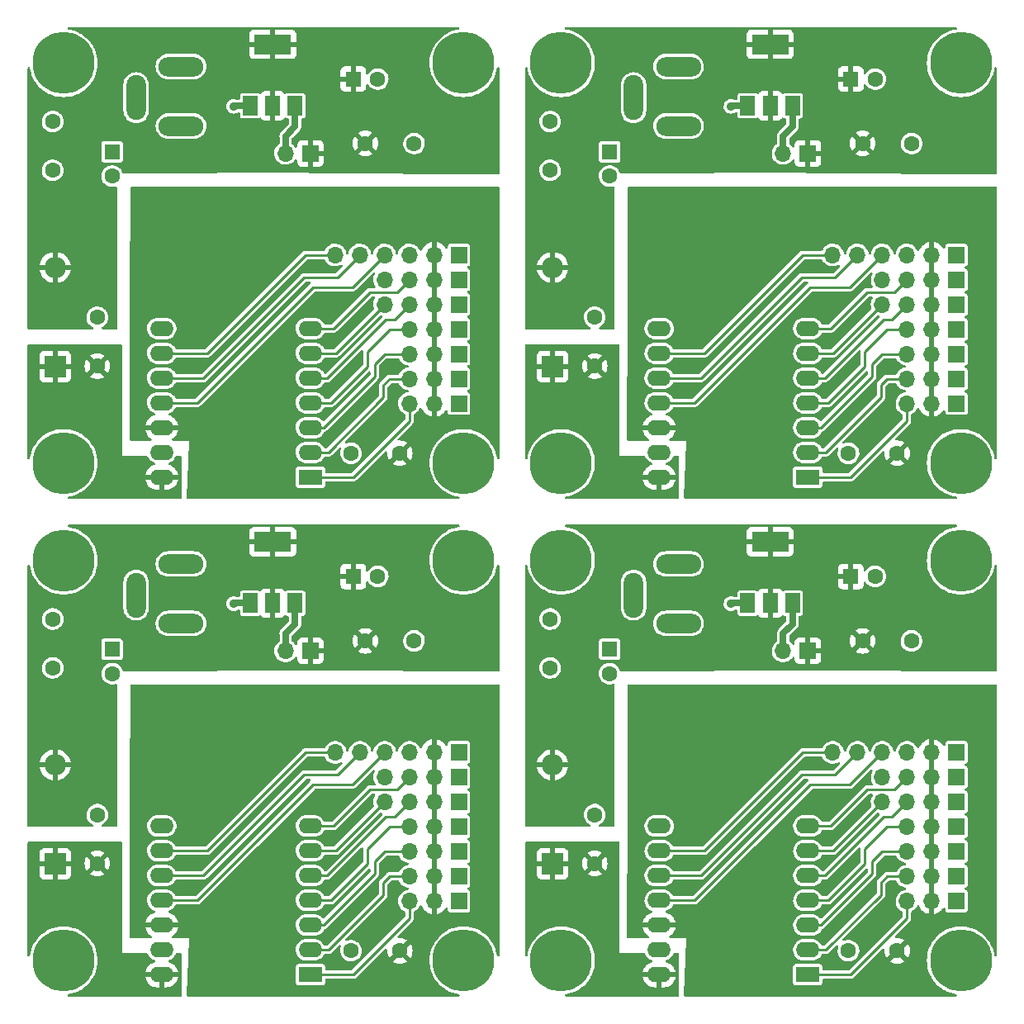
<source format=gtl>
%MOIN*%
%OFA0B0*%
%FSLAX46Y46*%
%IPPOS*%
%LPD*%
%ADD10R,0.059055118110236227X0.07874015748031496*%
%ADD11R,0.14960629921259844X0.07874015748031496*%
%ADD12R,0.066929133858267723X0.066929133858267723*%
%ADD13O,0.066929133858267723X0.066929133858267723*%
%ADD14C,0.25*%
%ADD15C,0.062992125984251982*%
%ADD16R,0.062992125984251982X0.062992125984251982*%
%ADD17O,0.18110236220472439X0.07874015748031496*%
%ADD18O,0.07874015748031496X0.18110236220472439*%
%ADD19R,0.094488188976377951X0.062992125984251982*%
%ADD20O,0.094488188976377951X0.062992125984251982*%
%ADD21R,0.086614173228346469X0.086614173228346469*%
%ADD22O,0.086614173228346469X0.086614173228346469*%
%ADD23C,0.035*%
%ADD24C,0.025*%
%ADD25C,0.01*%
%ADD36R,0.059055118110236227X0.07874015748031496*%
%ADD37R,0.14960629921259844X0.07874015748031496*%
%ADD38R,0.066929133858267723X0.066929133858267723*%
%ADD39O,0.066929133858267723X0.066929133858267723*%
%ADD40C,0.25*%
%ADD41C,0.062992125984251982*%
%ADD42R,0.062992125984251982X0.062992125984251982*%
%ADD43O,0.18110236220472439X0.07874015748031496*%
%ADD44O,0.07874015748031496X0.18110236220472439*%
%ADD45R,0.094488188976377951X0.062992125984251982*%
%ADD46O,0.094488188976377951X0.062992125984251982*%
%ADD47R,0.086614173228346469X0.086614173228346469*%
%ADD48O,0.086614173228346469X0.086614173228346469*%
%ADD49C,0.035*%
%ADD50C,0.025*%
%ADD51C,0.01*%
%ADD52R,0.059055118110236227X0.07874015748031496*%
%ADD53R,0.14960629921259844X0.07874015748031496*%
%ADD54R,0.066929133858267723X0.066929133858267723*%
%ADD55O,0.066929133858267723X0.066929133858267723*%
%ADD56C,0.25*%
%ADD57C,0.062992125984251982*%
%ADD58R,0.062992125984251982X0.062992125984251982*%
%ADD59O,0.18110236220472439X0.07874015748031496*%
%ADD60O,0.07874015748031496X0.18110236220472439*%
%ADD61R,0.094488188976377951X0.062992125984251982*%
%ADD62O,0.094488188976377951X0.062992125984251982*%
%ADD63R,0.086614173228346469X0.086614173228346469*%
%ADD64O,0.086614173228346469X0.086614173228346469*%
%ADD65C,0.035*%
%ADD66C,0.025*%
%ADD67C,0.01*%
%ADD68R,0.059055118110236227X0.07874015748031496*%
%ADD69R,0.14960629921259844X0.07874015748031496*%
%ADD70R,0.066929133858267723X0.066929133858267723*%
%ADD71O,0.066929133858267723X0.066929133858267723*%
%ADD72C,0.25*%
%ADD73C,0.062992125984251982*%
%ADD74R,0.062992125984251982X0.062992125984251982*%
%ADD75O,0.18110236220472439X0.07874015748031496*%
%ADD76O,0.07874015748031496X0.18110236220472439*%
%ADD77R,0.094488188976377951X0.062992125984251982*%
%ADD78O,0.094488188976377951X0.062992125984251982*%
%ADD79R,0.086614173228346469X0.086614173228346469*%
%ADD80O,0.086614173228346469X0.086614173228346469*%
%ADD81C,0.035*%
%ADD82C,0.025*%
%ADD83C,0.01*%
G01*
D10*
X0000000000Y0001929133D02*
X0000911231Y0001599784D03*
X0001001782Y0001599784D03*
X0001092333Y0001599784D03*
D11*
X0001001782Y0001847815D03*
D12*
X0001753830Y0000597500D03*
D13*
X0001653830Y0000597500D03*
X0001553830Y0000597500D03*
D14*
X0000157480Y0001771653D03*
X0001771653Y0001771653D03*
X0001771653Y0000157480D03*
D12*
X0001753830Y0000397500D03*
D13*
X0001653830Y0000397500D03*
X0001553830Y0000397500D03*
D12*
X0001753239Y0000497500D03*
D13*
X0001653239Y0000497500D03*
X0001553239Y0000497500D03*
D15*
X0000293830Y0000549075D03*
X0000293830Y0000745925D03*
D14*
X0000157480Y0000157480D03*
D16*
X0000353830Y0001414051D03*
D15*
X0000353830Y0001315625D03*
D16*
X0001327279Y0001707500D03*
D15*
X0001425704Y0001707500D03*
D17*
X0000631782Y0001517976D03*
X0000631782Y0001758133D03*
D18*
X0000450680Y0001632149D03*
D12*
X0001753830Y0000997500D03*
D13*
X0001653830Y0000997500D03*
X0001553830Y0000997500D03*
X0001453830Y0000997500D03*
X0001353830Y0000997500D03*
X0001253830Y0000997500D03*
D15*
X0000113830Y0001535925D03*
X0000113830Y0001339075D03*
D12*
X0001753239Y0000697500D03*
D13*
X0001653239Y0000697500D03*
X0001553239Y0000697500D03*
D12*
X0001753436Y0000797500D03*
D13*
X0001653436Y0000797500D03*
X0001553436Y0000797500D03*
X0001453436Y0000797500D03*
D12*
X0001154026Y0001407500D03*
D13*
X0001054026Y0001407500D03*
D15*
X0001514748Y0000196850D03*
X0001317897Y0000196850D03*
D19*
X0001153830Y0000100500D03*
D20*
X0001153830Y0000200500D03*
X0001153830Y0000300500D03*
X0001153830Y0000400500D03*
X0001153830Y0000500500D03*
X0001153830Y0000600500D03*
X0001153830Y0000700500D03*
X0000553830Y0000700500D03*
X0000553830Y0000600500D03*
X0000553830Y0000500500D03*
X0000553830Y0000400500D03*
X0000553830Y0000300500D03*
X0000553830Y0000200500D03*
X0000553830Y0000100500D03*
D15*
X0001375404Y0001447500D03*
X0001572255Y0001447500D03*
D12*
X0001753830Y0000897500D03*
D13*
X0001653830Y0000897500D03*
X0001553830Y0000897500D03*
X0001453830Y0000897500D03*
D21*
X0000123830Y0000547500D03*
D22*
X0000123830Y0000947500D03*
D23*
X0000843830Y0001597500D03*
D24*
X0000292255Y0000547500D02*
X0000293830Y0000549075D01*
D25*
X0001553830Y0000327500D02*
X0001553830Y0000397500D01*
X0001326830Y0000100500D02*
X0001553830Y0000327500D01*
X0001153830Y0000100500D02*
X0001326830Y0000100500D01*
X0001553239Y0000497500D02*
X0001473830Y0000497500D01*
X0001153830Y0000200500D02*
X0001226830Y0000200500D01*
X0001473830Y0000497500D02*
X0001448830Y0000472500D01*
X0001226830Y0000200500D02*
X0001448830Y0000422500D01*
X0001448830Y0000472500D02*
X0001448830Y0000422500D01*
X0001453830Y0000597500D02*
X0001553830Y0000597500D01*
X0001153830Y0000300500D02*
X0001206830Y0000300500D01*
X0001413830Y0000557500D02*
X0001453830Y0000597500D01*
X0001413830Y0000507500D02*
X0001413830Y0000557500D01*
X0001206830Y0000300500D02*
X0001413830Y0000507500D01*
X0001473830Y0000697500D02*
X0001553239Y0000697500D01*
X0001236830Y0000400500D02*
X0001383830Y0000547500D01*
X0001153830Y0000400500D02*
X0001236830Y0000400500D01*
X0001383830Y0000607500D02*
X0001473830Y0000697500D01*
X0001383830Y0000547500D02*
X0001383830Y0000607500D01*
X0001153830Y0000500500D02*
X0001222119Y0000500500D01*
X0001222119Y0000500500D02*
X0001459119Y0000737500D01*
X0001459119Y0000737500D02*
X0001493436Y0000737500D01*
X0001493436Y0000737500D02*
X0001553436Y0000797500D01*
X0001153830Y0000600500D02*
X0001256436Y0000600500D01*
X0001256436Y0000600500D02*
X0001453436Y0000797500D01*
X0001503830Y0000847500D02*
X0001553830Y0000897500D01*
X0001393830Y0000847500D02*
X0001503830Y0000847500D01*
X0001246830Y0000700500D02*
X0001393830Y0000847500D01*
X0001153830Y0000700500D02*
X0001246830Y0000700500D01*
X0000553830Y0000600500D02*
X0000736830Y0000600500D01*
X0000736830Y0000600500D02*
X0001133830Y0000997500D01*
X0001133830Y0000997500D02*
X0001253830Y0000997500D01*
X0000553830Y0000500500D02*
X0000722259Y0000500500D01*
X0000722259Y0000500500D02*
X0001129259Y0000907500D01*
X0001129259Y0000907500D02*
X0001263829Y0000907500D01*
X0001263829Y0000907500D02*
X0001353830Y0000997500D01*
X0001163830Y0000867500D02*
X0001323830Y0000867500D01*
X0000696830Y0000400500D02*
X0001163830Y0000867500D01*
X0001323830Y0000867500D02*
X0001453830Y0000997500D01*
X0000553830Y0000400500D02*
X0000696830Y0000400500D01*
D24*
X0001054026Y0001477303D02*
X0001054026Y0001407500D01*
X0001092333Y0001516004D02*
X0001053830Y0001477500D01*
X0001092333Y0001599784D02*
X0001092333Y0001516004D01*
X0001053830Y0001477500D02*
X0001054026Y0001477303D01*
X0000911231Y0001599784D02*
X0000846113Y0001599784D01*
X0000846113Y0001599784D02*
X0000843830Y0001597500D01*
G36*
X0001914855Y0001271713D02*
G01*
X0001916685Y0001269600D01*
X0001917133Y0001267540D01*
X0001917133Y0000177876D01*
X0001916346Y0000175194D01*
X0001914233Y0000173364D01*
X0001911467Y0000172966D01*
X0001908924Y0000174127D01*
X0001907413Y0000176478D01*
X0001907273Y0000177100D01*
X0001906960Y0000179075D01*
X0001905862Y0000186007D01*
X0001902145Y0000199879D01*
X0001896999Y0000213287D01*
X0001894784Y0000217633D01*
X0001890537Y0000225968D01*
X0001890537Y0000225968D01*
X0001890478Y0000226084D01*
X0001882656Y0000238128D01*
X0001873618Y0000249290D01*
X0001863463Y0000259445D01*
X0001852302Y0000268483D01*
X0001842089Y0000275115D01*
X0001840366Y0000276234D01*
X0001840366Y0000276234D01*
X0001840257Y0000276305D01*
X0001840141Y0000276364D01*
X0001840141Y0000276364D01*
X0001827576Y0000282766D01*
X0001827460Y0000282825D01*
X0001817262Y0000286740D01*
X0001814174Y0000287925D01*
X0001814174Y0000287925D01*
X0001814053Y0000287972D01*
X0001800180Y0000291689D01*
X0001792638Y0000292884D01*
X0001786123Y0000293916D01*
X0001786123Y0000293916D01*
X0001785995Y0000293936D01*
X0001771653Y0000294687D01*
X0001757311Y0000293936D01*
X0001757183Y0000293916D01*
X0001757183Y0000293916D01*
X0001750668Y0000292884D01*
X0001743126Y0000291689D01*
X0001729254Y0000287972D01*
X0001729132Y0000287925D01*
X0001729132Y0000287925D01*
X0001726044Y0000286740D01*
X0001715846Y0000282825D01*
X0001715730Y0000282766D01*
X0001703165Y0000276364D01*
X0001703165Y0000276364D01*
X0001703049Y0000276305D01*
X0001702940Y0000276234D01*
X0001702940Y0000276234D01*
X0001701217Y0000275115D01*
X0001691004Y0000268483D01*
X0001679843Y0000259445D01*
X0001669688Y0000249290D01*
X0001660650Y0000238128D01*
X0001652828Y0000226084D01*
X0001652769Y0000225968D01*
X0001652769Y0000225968D01*
X0001648522Y0000217633D01*
X0001646308Y0000213287D01*
X0001641161Y0000199879D01*
X0001637444Y0000186007D01*
X0001636651Y0000181004D01*
X0001635246Y0000172129D01*
X0001635197Y0000171822D01*
X0001634445Y0000157480D01*
X0001635197Y0000143138D01*
X0001635217Y0000143010D01*
X0001635217Y0000143010D01*
X0001636124Y0000137286D01*
X0001637444Y0000128953D01*
X0001641161Y0000115080D01*
X0001646308Y0000101672D01*
X0001646367Y0000101557D01*
X0001652516Y0000089487D01*
X0001652828Y0000088876D01*
X0001652898Y0000088767D01*
X0001652898Y0000088767D01*
X0001655956Y0000084059D01*
X0001660650Y0000076831D01*
X0001669688Y0000065670D01*
X0001679843Y0000055515D01*
X0001691004Y0000046476D01*
X0001703049Y0000038654D01*
X0001703165Y0000038596D01*
X0001703165Y0000038595D01*
X0001707244Y0000036517D01*
X0001715846Y0000032134D01*
X0001729254Y0000026988D01*
X0001743126Y0000023270D01*
X0001752033Y0000021860D01*
X0001754559Y0000020662D01*
X0001756036Y0000018290D01*
X0001755996Y0000015495D01*
X0001754452Y0000013165D01*
X0001751893Y0000012040D01*
X0001751257Y0000012000D01*
X0000659517Y0000012000D01*
X0000656835Y0000012787D01*
X0000655005Y0000014899D01*
X0000654560Y0000017159D01*
X0000660464Y0000163860D01*
X0000663801Y0000246787D01*
X0000663801Y0000246788D01*
X0000663830Y0000247500D01*
X0000599399Y0000247500D01*
X0000596717Y0000248288D01*
X0000594887Y0000250400D01*
X0000594489Y0000253167D01*
X0000595650Y0000255709D01*
X0000596554Y0000256524D01*
X0000602627Y0000260777D01*
X0000602958Y0000261055D01*
X0000609023Y0000267119D01*
X0000609301Y0000267450D01*
X0000614220Y0000274476D01*
X0000614436Y0000274850D01*
X0000618061Y0000282624D01*
X0000618209Y0000283029D01*
X0000620026Y0000289811D01*
X0000620013Y0000290366D01*
X0000619700Y0000290500D01*
X0000488162Y0000290500D01*
X0000487629Y0000290344D01*
X0000487580Y0000290007D01*
X0000489450Y0000283029D01*
X0000489598Y0000282624D01*
X0000493223Y0000274850D01*
X0000493439Y0000274476D01*
X0000498358Y0000267450D01*
X0000498636Y0000267119D01*
X0000504701Y0000261055D01*
X0000505032Y0000260777D01*
X0000511105Y0000256524D01*
X0000512850Y0000254341D01*
X0000513138Y0000251561D01*
X0000511877Y0000249066D01*
X0000509467Y0000247649D01*
X0000508260Y0000247500D01*
X0000429242Y0000247500D01*
X0000426560Y0000248288D01*
X0000424729Y0000250400D01*
X0000424281Y0000252475D01*
X0000424445Y0000311189D01*
X0000487633Y0000311189D01*
X0000487646Y0000310634D01*
X0000487959Y0000310500D01*
X0000619497Y0000310500D01*
X0000620030Y0000310657D01*
X0000620079Y0000310993D01*
X0000618209Y0000317971D01*
X0000618061Y0000318376D01*
X0000614436Y0000326150D01*
X0000614220Y0000326524D01*
X0000609301Y0000333550D01*
X0000609023Y0000333881D01*
X0000602958Y0000339946D01*
X0000602627Y0000340223D01*
X0000595601Y0000345143D01*
X0000595228Y0000345359D01*
X0000587454Y0000348984D01*
X0000587048Y0000349132D01*
X0000584270Y0000349876D01*
X0000581884Y0000351331D01*
X0000580662Y0000353845D01*
X0000580994Y0000356620D01*
X0000582774Y0000358776D01*
X0000584158Y0000359428D01*
X0000585811Y0000359913D01*
X0000587654Y0000360862D01*
X0000592984Y0000363607D01*
X0000592984Y0000363607D01*
X0000593193Y0000363715D01*
X0000599723Y0000368844D01*
X0000599878Y0000369022D01*
X0000599878Y0000369022D01*
X0000605011Y0000374937D01*
X0000605166Y0000375115D01*
X0000605284Y0000375320D01*
X0000605284Y0000375320D01*
X0000608572Y0000381004D01*
X0000610597Y0000382931D01*
X0000612866Y0000383480D01*
X0000695525Y0000383480D01*
X0000696108Y0000383446D01*
X0000697370Y0000383297D01*
X0000699549Y0000383695D01*
X0000699700Y0000383720D01*
X0000701890Y0000384049D01*
X0000702136Y0000384167D01*
X0000702405Y0000384216D01*
X0000704370Y0000385237D01*
X0000704508Y0000385306D01*
X0000705399Y0000385734D01*
X0000706504Y0000386265D01*
X0000706704Y0000386450D01*
X0000706946Y0000386575D01*
X0000707137Y0000386738D01*
X0000708542Y0000388143D01*
X0000708682Y0000388278D01*
X0000709990Y0000389487D01*
X0000710262Y0000389739D01*
X0000710403Y0000389981D01*
X0000710603Y0000390204D01*
X0000939681Y0000619283D01*
X0001169426Y0000849028D01*
X0001171880Y0000850367D01*
X0001172934Y0000850481D01*
X0001322525Y0000850481D01*
X0001323108Y0000850446D01*
X0001324370Y0000850297D01*
X0001326549Y0000850695D01*
X0001326700Y0000850720D01*
X0001328890Y0000851049D01*
X0001329136Y0000851167D01*
X0001329405Y0000851216D01*
X0001331370Y0000852237D01*
X0001331508Y0000852306D01*
X0001332399Y0000852734D01*
X0001333504Y0000853265D01*
X0001333704Y0000853450D01*
X0001333946Y0000853575D01*
X0001334137Y0000853738D01*
X0001335542Y0000855143D01*
X0001335682Y0000855278D01*
X0001336990Y0000856487D01*
X0001337262Y0000856739D01*
X0001337403Y0000856981D01*
X0001337603Y0000857204D01*
X0001406542Y0000926143D01*
X0001408995Y0000927482D01*
X0001411783Y0000927283D01*
X0001414021Y0000925608D01*
X0001414997Y0000922989D01*
X0001414439Y0000920325D01*
X0001411733Y0000915182D01*
X0001411733Y0000915182D01*
X0001411628Y0000914981D01*
X0001409149Y0000906997D01*
X0001408166Y0000898696D01*
X0001408713Y0000890354D01*
X0001410770Y0000882252D01*
X0001414270Y0000874661D01*
X0001414401Y0000874475D01*
X0001415908Y0000872344D01*
X0001416813Y0000869699D01*
X0001416144Y0000866985D01*
X0001414114Y0000865063D01*
X0001411857Y0000864520D01*
X0001395134Y0000864520D01*
X0001394551Y0000864554D01*
X0001393289Y0000864704D01*
X0001392924Y0000864637D01*
X0001392924Y0000864637D01*
X0001391110Y0000864306D01*
X0001390956Y0000864280D01*
X0001389135Y0000864006D01*
X0001389135Y0000864006D01*
X0001388769Y0000863951D01*
X0001388523Y0000863833D01*
X0001388254Y0000863784D01*
X0001386289Y0000862763D01*
X0001386150Y0000862694D01*
X0001384489Y0000861896D01*
X0001384489Y0000861896D01*
X0001384155Y0000861736D01*
X0001383955Y0000861551D01*
X0001383713Y0000861425D01*
X0001383522Y0000861262D01*
X0001382117Y0000859857D01*
X0001381977Y0000859722D01*
X0001380397Y0000858262D01*
X0001380256Y0000858020D01*
X0001380056Y0000857796D01*
X0001241233Y0000718973D01*
X0001238779Y0000717633D01*
X0001237725Y0000717520D01*
X0001212836Y0000717520D01*
X0001210154Y0000718307D01*
X0001208320Y0000720427D01*
X0001207571Y0000722076D01*
X0001207570Y0000722076D01*
X0001207473Y0000722291D01*
X0001202669Y0000729064D01*
X0001196670Y0000734806D01*
X0001189695Y0000739310D01*
X0001185551Y0000740980D01*
X0001182212Y0000742325D01*
X0001182212Y0000742325D01*
X0001181993Y0000742414D01*
X0001177154Y0000743359D01*
X0001174018Y0000743971D01*
X0001174018Y0000743971D01*
X0001173843Y0000744005D01*
X0001173625Y0000744016D01*
X0001136007Y0000744016D01*
X0001129815Y0000743425D01*
X0001121848Y0000741088D01*
X0001121638Y0000740980D01*
X0001121638Y0000740980D01*
X0001114675Y0000737394D01*
X0001114675Y0000737394D01*
X0001114466Y0000737286D01*
X0001107936Y0000732156D01*
X0001107781Y0000731978D01*
X0001107781Y0000731978D01*
X0001104386Y0000728065D01*
X0001102493Y0000725885D01*
X0001102375Y0000725681D01*
X0001102375Y0000725681D01*
X0001099367Y0000720481D01*
X0001098335Y0000718697D01*
X0001095611Y0000710853D01*
X0001094420Y0000702636D01*
X0001094804Y0000694341D01*
X0001094859Y0000694112D01*
X0001096281Y0000688212D01*
X0001096749Y0000686268D01*
X0001096847Y0000686054D01*
X0001096847Y0000686053D01*
X0001098267Y0000682931D01*
X0001100186Y0000678709D01*
X0001104990Y0000671937D01*
X0001110989Y0000666195D01*
X0001117964Y0000661691D01*
X0001118184Y0000661602D01*
X0001125447Y0000658675D01*
X0001125447Y0000658675D01*
X0001125666Y0000658587D01*
X0001129748Y0000657790D01*
X0001133641Y0000657029D01*
X0001133641Y0000657029D01*
X0001133816Y0000656995D01*
X0001134034Y0000656984D01*
X0001171652Y0000656984D01*
X0001177844Y0000657575D01*
X0001185811Y0000659913D01*
X0001187654Y0000660862D01*
X0001192984Y0000663607D01*
X0001192984Y0000663607D01*
X0001193193Y0000663715D01*
X0001199723Y0000668844D01*
X0001199878Y0000669022D01*
X0001199878Y0000669022D01*
X0001205011Y0000674937D01*
X0001205166Y0000675116D01*
X0001205284Y0000675320D01*
X0001205284Y0000675320D01*
X0001208572Y0000681004D01*
X0001210597Y0000682931D01*
X0001212866Y0000683481D01*
X0001245525Y0000683481D01*
X0001246108Y0000683446D01*
X0001247370Y0000683297D01*
X0001249549Y0000683695D01*
X0001249700Y0000683720D01*
X0001251890Y0000684049D01*
X0001252136Y0000684167D01*
X0001252405Y0000684216D01*
X0001254370Y0000685237D01*
X0001254508Y0000685306D01*
X0001255399Y0000685734D01*
X0001256504Y0000686265D01*
X0001256704Y0000686450D01*
X0001256946Y0000686575D01*
X0001257137Y0000686738D01*
X0001258542Y0000688143D01*
X0001258682Y0000688278D01*
X0001259990Y0000689487D01*
X0001260262Y0000689739D01*
X0001260403Y0000689981D01*
X0001260603Y0000690204D01*
X0001399426Y0000829028D01*
X0001401880Y0000830367D01*
X0001402934Y0000830481D01*
X0001411286Y0000830481D01*
X0001413967Y0000829693D01*
X0001415798Y0000827581D01*
X0001416196Y0000824814D01*
X0001415327Y0000822789D01*
X0001415391Y0000822748D01*
X0001415267Y0000822557D01*
X0001415126Y0000822379D01*
X0001415020Y0000822178D01*
X0001411340Y0000815182D01*
X0001411340Y0000815182D01*
X0001411234Y0000814981D01*
X0001408755Y0000806997D01*
X0001407772Y0000798696D01*
X0001408319Y0000790354D01*
X0001410327Y0000782448D01*
X0001410377Y0000782252D01*
X0001410338Y0000782242D01*
X0001410480Y0000779665D01*
X0001409158Y0000777292D01*
X0001250839Y0000618973D01*
X0001248386Y0000617633D01*
X0001247331Y0000617520D01*
X0001212836Y0000617520D01*
X0001210154Y0000618307D01*
X0001208320Y0000620427D01*
X0001207571Y0000622076D01*
X0001207473Y0000622291D01*
X0001203092Y0000628467D01*
X0001202805Y0000628871D01*
X0001202805Y0000628871D01*
X0001202669Y0000629064D01*
X0001196670Y0000634806D01*
X0001189695Y0000639310D01*
X0001185551Y0000640980D01*
X0001182212Y0000642325D01*
X0001182212Y0000642325D01*
X0001181993Y0000642414D01*
X0001176813Y0000643425D01*
X0001174018Y0000643971D01*
X0001174018Y0000643971D01*
X0001173843Y0000644005D01*
X0001173625Y0000644016D01*
X0001136007Y0000644016D01*
X0001129815Y0000643425D01*
X0001121848Y0000641088D01*
X0001121638Y0000640980D01*
X0001121638Y0000640980D01*
X0001114675Y0000637394D01*
X0001114675Y0000637394D01*
X0001114466Y0000637286D01*
X0001107936Y0000632156D01*
X0001107781Y0000631978D01*
X0001107781Y0000631978D01*
X0001104386Y0000628065D01*
X0001102493Y0000625885D01*
X0001102375Y0000625681D01*
X0001102375Y0000625681D01*
X0001099336Y0000620427D01*
X0001098335Y0000618697D01*
X0001095611Y0000610853D01*
X0001095578Y0000610620D01*
X0001095578Y0000610620D01*
X0001094882Y0000605825D01*
X0001094420Y0000602636D01*
X0001094804Y0000594341D01*
X0001094859Y0000594112D01*
X0001096281Y0000588212D01*
X0001096749Y0000586268D01*
X0001096847Y0000586054D01*
X0001096847Y0000586053D01*
X0001098267Y0000582931D01*
X0001100186Y0000578709D01*
X0001104990Y0000571937D01*
X0001110989Y0000566195D01*
X0001117964Y0000561691D01*
X0001118184Y0000561602D01*
X0001125447Y0000558675D01*
X0001125447Y0000558675D01*
X0001125666Y0000558587D01*
X0001129748Y0000557790D01*
X0001133641Y0000557029D01*
X0001133641Y0000557029D01*
X0001133816Y0000556995D01*
X0001134034Y0000556984D01*
X0001171652Y0000556984D01*
X0001177844Y0000557575D01*
X0001185811Y0000559913D01*
X0001187654Y0000560862D01*
X0001192984Y0000563607D01*
X0001192984Y0000563607D01*
X0001193193Y0000563715D01*
X0001199723Y0000568844D01*
X0001199878Y0000569022D01*
X0001199878Y0000569022D01*
X0001205011Y0000574937D01*
X0001205166Y0000575116D01*
X0001205284Y0000575320D01*
X0001205284Y0000575320D01*
X0001208572Y0000581004D01*
X0001210597Y0000582931D01*
X0001212866Y0000583480D01*
X0001255131Y0000583480D01*
X0001255714Y0000583446D01*
X0001256976Y0000583297D01*
X0001259155Y0000583695D01*
X0001259307Y0000583720D01*
X0001261497Y0000584049D01*
X0001261743Y0000584167D01*
X0001262011Y0000584216D01*
X0001263976Y0000585237D01*
X0001264114Y0000585306D01*
X0001265005Y0000585734D01*
X0001266110Y0000586265D01*
X0001266311Y0000586450D01*
X0001266553Y0000586575D01*
X0001266743Y0000586738D01*
X0001268148Y0000588143D01*
X0001268289Y0000588278D01*
X0001269596Y0000589487D01*
X0001269868Y0000589739D01*
X0001270009Y0000589981D01*
X0001270209Y0000590204D01*
X0001433265Y0000753260D01*
X0001435718Y0000754600D01*
X0001438731Y0000754310D01*
X0001439111Y0000754147D01*
X0001439320Y0000754057D01*
X0001439542Y0000754007D01*
X0001439542Y0000754007D01*
X0001440566Y0000753775D01*
X0001443008Y0000752415D01*
X0001444327Y0000749951D01*
X0001444104Y0000747165D01*
X0001442979Y0000745429D01*
X0001216523Y0000518973D01*
X0001214069Y0000517633D01*
X0001213015Y0000517520D01*
X0001212836Y0000517520D01*
X0001210154Y0000518307D01*
X0001208320Y0000520427D01*
X0001207571Y0000522076D01*
X0001207473Y0000522291D01*
X0001203092Y0000528467D01*
X0001202805Y0000528871D01*
X0001202805Y0000528871D01*
X0001202669Y0000529064D01*
X0001196670Y0000534806D01*
X0001189695Y0000539310D01*
X0001185551Y0000540980D01*
X0001182212Y0000542325D01*
X0001182212Y0000542325D01*
X0001181993Y0000542414D01*
X0001176813Y0000543425D01*
X0001174018Y0000543971D01*
X0001174018Y0000543971D01*
X0001173843Y0000544005D01*
X0001173625Y0000544016D01*
X0001136007Y0000544016D01*
X0001129815Y0000543425D01*
X0001121848Y0000541088D01*
X0001121638Y0000540980D01*
X0001121638Y0000540980D01*
X0001114675Y0000537394D01*
X0001114675Y0000537394D01*
X0001114466Y0000537286D01*
X0001107936Y0000532156D01*
X0001107781Y0000531978D01*
X0001107781Y0000531978D01*
X0001104386Y0000528065D01*
X0001102493Y0000525885D01*
X0001102375Y0000525681D01*
X0001102375Y0000525681D01*
X0001099336Y0000520427D01*
X0001098335Y0000518697D01*
X0001095611Y0000510853D01*
X0001095578Y0000510620D01*
X0001095578Y0000510620D01*
X0001094454Y0000502869D01*
X0001094420Y0000502636D01*
X0001094804Y0000494341D01*
X0001094859Y0000494112D01*
X0001096281Y0000488212D01*
X0001096749Y0000486268D01*
X0001096847Y0000486054D01*
X0001096847Y0000486053D01*
X0001098267Y0000482931D01*
X0001100186Y0000478709D01*
X0001104990Y0000471937D01*
X0001110989Y0000466195D01*
X0001117964Y0000461690D01*
X0001118184Y0000461602D01*
X0001125447Y0000458675D01*
X0001125447Y0000458675D01*
X0001125666Y0000458587D01*
X0001129748Y0000457790D01*
X0001133641Y0000457029D01*
X0001133641Y0000457029D01*
X0001133816Y0000456995D01*
X0001134034Y0000456984D01*
X0001171652Y0000456984D01*
X0001177844Y0000457575D01*
X0001185811Y0000459913D01*
X0001187654Y0000460862D01*
X0001192984Y0000463607D01*
X0001192984Y0000463607D01*
X0001193193Y0000463715D01*
X0001199723Y0000468844D01*
X0001199878Y0000469022D01*
X0001199878Y0000469022D01*
X0001205011Y0000474937D01*
X0001205166Y0000475115D01*
X0001205284Y0000475320D01*
X0001205284Y0000475320D01*
X0001208572Y0000481004D01*
X0001210597Y0000482931D01*
X0001212866Y0000483480D01*
X0001220815Y0000483480D01*
X0001221398Y0000483446D01*
X0001222660Y0000483297D01*
X0001224839Y0000483695D01*
X0001224990Y0000483720D01*
X0001227180Y0000484049D01*
X0001227426Y0000484167D01*
X0001227695Y0000484216D01*
X0001229660Y0000485237D01*
X0001229798Y0000485306D01*
X0001230689Y0000485734D01*
X0001231794Y0000486265D01*
X0001231994Y0000486450D01*
X0001232236Y0000486575D01*
X0001232427Y0000486738D01*
X0001233832Y0000488143D01*
X0001233972Y0000488278D01*
X0001235280Y0000489487D01*
X0001235552Y0000489739D01*
X0001235693Y0000489981D01*
X0001235893Y0000490204D01*
X0001358342Y0000612653D01*
X0001360795Y0000613992D01*
X0001363583Y0000613793D01*
X0001365820Y0000612118D01*
X0001366797Y0000609499D01*
X0001366810Y0000609145D01*
X0001366810Y0000607956D01*
X0001366806Y0000607762D01*
X0001366722Y0000605611D01*
X0001366793Y0000605341D01*
X0001366810Y0000605041D01*
X0001366810Y0000556605D01*
X0001366022Y0000553923D01*
X0001365357Y0000553097D01*
X0001231233Y0000418973D01*
X0001228779Y0000417633D01*
X0001227725Y0000417520D01*
X0001212836Y0000417520D01*
X0001210154Y0000418307D01*
X0001208320Y0000420427D01*
X0001207571Y0000422076D01*
X0001207473Y0000422291D01*
X0001203092Y0000428467D01*
X0001202805Y0000428871D01*
X0001202805Y0000428871D01*
X0001202669Y0000429064D01*
X0001196670Y0000434806D01*
X0001189695Y0000439310D01*
X0001185551Y0000440980D01*
X0001182212Y0000442325D01*
X0001182212Y0000442325D01*
X0001181993Y0000442414D01*
X0001176813Y0000443425D01*
X0001174018Y0000443971D01*
X0001174018Y0000443971D01*
X0001173843Y0000444005D01*
X0001173625Y0000444016D01*
X0001136007Y0000444016D01*
X0001129815Y0000443425D01*
X0001121848Y0000441088D01*
X0001121638Y0000440980D01*
X0001121638Y0000440980D01*
X0001114675Y0000437394D01*
X0001114675Y0000437394D01*
X0001114466Y0000437286D01*
X0001107936Y0000432156D01*
X0001107781Y0000431978D01*
X0001107781Y0000431978D01*
X0001104413Y0000428097D01*
X0001102493Y0000425885D01*
X0001102375Y0000425681D01*
X0001102375Y0000425681D01*
X0001099336Y0000420427D01*
X0001098335Y0000418697D01*
X0001095611Y0000410853D01*
X0001095578Y0000410620D01*
X0001095578Y0000410620D01*
X0001094882Y0000405825D01*
X0001094420Y0000402636D01*
X0001094804Y0000394341D01*
X0001094859Y0000394112D01*
X0001096281Y0000388212D01*
X0001096749Y0000386268D01*
X0001096847Y0000386054D01*
X0001096847Y0000386053D01*
X0001098267Y0000382931D01*
X0001100186Y0000378709D01*
X0001104990Y0000371937D01*
X0001110989Y0000366195D01*
X0001117964Y0000361690D01*
X0001118184Y0000361602D01*
X0001125447Y0000358675D01*
X0001125447Y0000358675D01*
X0001125666Y0000358587D01*
X0001129748Y0000357790D01*
X0001133641Y0000357029D01*
X0001133641Y0000357029D01*
X0001133816Y0000356995D01*
X0001134034Y0000356984D01*
X0001171652Y0000356984D01*
X0001177844Y0000357575D01*
X0001185811Y0000359913D01*
X0001187654Y0000360862D01*
X0001192984Y0000363607D01*
X0001192984Y0000363607D01*
X0001193193Y0000363715D01*
X0001199723Y0000368844D01*
X0001199878Y0000369022D01*
X0001199878Y0000369022D01*
X0001205011Y0000374937D01*
X0001205166Y0000375115D01*
X0001205284Y0000375320D01*
X0001205284Y0000375320D01*
X0001208572Y0000381004D01*
X0001210597Y0000382931D01*
X0001212866Y0000383480D01*
X0001235525Y0000383480D01*
X0001236108Y0000383446D01*
X0001237370Y0000383297D01*
X0001239549Y0000383695D01*
X0001239700Y0000383720D01*
X0001241890Y0000384049D01*
X0001242136Y0000384167D01*
X0001242405Y0000384216D01*
X0001244370Y0000385237D01*
X0001244508Y0000385306D01*
X0001245399Y0000385734D01*
X0001246504Y0000386265D01*
X0001246704Y0000386450D01*
X0001246946Y0000386575D01*
X0001247137Y0000386738D01*
X0001248542Y0000388143D01*
X0001248682Y0000388278D01*
X0001249990Y0000389487D01*
X0001250262Y0000389739D01*
X0001250403Y0000389981D01*
X0001250603Y0000390204D01*
X0001388342Y0000527943D01*
X0001390795Y0000529282D01*
X0001393583Y0000529083D01*
X0001395820Y0000527408D01*
X0001396797Y0000524789D01*
X0001396810Y0000524435D01*
X0001396810Y0000516605D01*
X0001396022Y0000513923D01*
X0001395357Y0000513097D01*
X0001210415Y0000328155D01*
X0001207961Y0000326815D01*
X0001205173Y0000327015D01*
X0001202974Y0000328705D01*
X0001202960Y0000328692D01*
X0001202897Y0000328765D01*
X0001202861Y0000328792D01*
X0001202805Y0000328871D01*
X0001202805Y0000328871D01*
X0001202669Y0000329064D01*
X0001197636Y0000333881D01*
X0001196841Y0000334642D01*
X0001196670Y0000334806D01*
X0001189695Y0000339310D01*
X0001185551Y0000340980D01*
X0001182212Y0000342325D01*
X0001182212Y0000342325D01*
X0001181993Y0000342414D01*
X0001176813Y0000343425D01*
X0001174018Y0000343971D01*
X0001174018Y0000343971D01*
X0001173843Y0000344005D01*
X0001173625Y0000344016D01*
X0001136007Y0000344016D01*
X0001129815Y0000343425D01*
X0001121848Y0000341088D01*
X0001121638Y0000340980D01*
X0001121638Y0000340980D01*
X0001114675Y0000337394D01*
X0001114675Y0000337394D01*
X0001114466Y0000337286D01*
X0001107936Y0000332156D01*
X0001107781Y0000331978D01*
X0001107781Y0000331978D01*
X0001105085Y0000328871D01*
X0001102493Y0000325885D01*
X0001102375Y0000325681D01*
X0001102375Y0000325681D01*
X0001099252Y0000320282D01*
X0001098335Y0000318697D01*
X0001095611Y0000310853D01*
X0001095578Y0000310620D01*
X0001095578Y0000310620D01*
X0001094454Y0000302869D01*
X0001094420Y0000302636D01*
X0001094804Y0000294341D01*
X0001094859Y0000294112D01*
X0001096281Y0000288212D01*
X0001096749Y0000286268D01*
X0001096847Y0000286054D01*
X0001096847Y0000286053D01*
X0001098294Y0000282872D01*
X0001100186Y0000278709D01*
X0001104990Y0000271937D01*
X0001110989Y0000266195D01*
X0001117964Y0000261690D01*
X0001120231Y0000260777D01*
X0001125447Y0000258675D01*
X0001125447Y0000258675D01*
X0001125666Y0000258587D01*
X0001129748Y0000257790D01*
X0001133641Y0000257029D01*
X0001133641Y0000257029D01*
X0001133816Y0000256995D01*
X0001134034Y0000256984D01*
X0001171652Y0000256984D01*
X0001177844Y0000257575D01*
X0001185811Y0000259913D01*
X0001186021Y0000260021D01*
X0001192984Y0000263607D01*
X0001192984Y0000263607D01*
X0001193193Y0000263715D01*
X0001199723Y0000268844D01*
X0001199878Y0000269022D01*
X0001199878Y0000269022D01*
X0001205011Y0000274937D01*
X0001205166Y0000275115D01*
X0001205284Y0000275320D01*
X0001205284Y0000275320D01*
X0001207369Y0000278924D01*
X0001209055Y0000281838D01*
X0001211079Y0000283766D01*
X0001211667Y0000284016D01*
X0001211890Y0000284049D01*
X0001212136Y0000284167D01*
X0001212405Y0000284216D01*
X0001214370Y0000285237D01*
X0001214508Y0000285306D01*
X0001215399Y0000285734D01*
X0001216504Y0000286265D01*
X0001216704Y0000286450D01*
X0001216946Y0000286575D01*
X0001217137Y0000286738D01*
X0001218542Y0000288143D01*
X0001218682Y0000288278D01*
X0001219990Y0000289487D01*
X0001220262Y0000289739D01*
X0001220403Y0000289981D01*
X0001220603Y0000290204D01*
X0001424942Y0000494543D01*
X0001425378Y0000494931D01*
X0001425415Y0000494960D01*
X0001426376Y0000495718D01*
X0001427635Y0000497539D01*
X0001427725Y0000497665D01*
X0001428820Y0000499148D01*
X0001429041Y0000499446D01*
X0001429131Y0000499704D01*
X0001429286Y0000499928D01*
X0001429954Y0000502039D01*
X0001430003Y0000502187D01*
X0001430161Y0000502636D01*
X0001430737Y0000504275D01*
X0001430747Y0000504547D01*
X0001430830Y0000504808D01*
X0001430849Y0000505057D01*
X0001430849Y0000507044D01*
X0001430853Y0000507239D01*
X0001430923Y0000509018D01*
X0001430937Y0000509389D01*
X0001430866Y0000509660D01*
X0001430849Y0000509959D01*
X0001430849Y0000548396D01*
X0001431637Y0000551078D01*
X0001432302Y0000551903D01*
X0001459426Y0000579028D01*
X0001461880Y0000580367D01*
X0001462934Y0000580480D01*
X0001508412Y0000580480D01*
X0001511094Y0000579693D01*
X0001512917Y0000577597D01*
X0001514270Y0000574661D01*
X0001519095Y0000567834D01*
X0001521948Y0000565055D01*
X0001524482Y0000562586D01*
X0001525083Y0000562001D01*
X0001525272Y0000561875D01*
X0001525272Y0000561875D01*
X0001528077Y0000560000D01*
X0001532033Y0000557357D01*
X0001532242Y0000557267D01*
X0001532242Y0000557267D01*
X0001539505Y0000554146D01*
X0001539505Y0000554146D01*
X0001539714Y0000554057D01*
X0001544016Y0000553083D01*
X0001547358Y0000552327D01*
X0001549800Y0000550967D01*
X0001551119Y0000548503D01*
X0001550896Y0000545717D01*
X0001549202Y0000543493D01*
X0001547103Y0000542600D01*
X0001541640Y0000541661D01*
X0001541640Y0000541661D01*
X0001541416Y0000541623D01*
X0001533574Y0000538730D01*
X0001531329Y0000537394D01*
X0001527193Y0000534934D01*
X0001526389Y0000534455D01*
X0001520105Y0000528944D01*
X0001519964Y0000528765D01*
X0001519964Y0000528765D01*
X0001515070Y0000522557D01*
X0001514929Y0000522379D01*
X0001512432Y0000517633D01*
X0001512189Y0000517171D01*
X0001510244Y0000515164D01*
X0001507799Y0000514520D01*
X0001475134Y0000514520D01*
X0001474551Y0000514554D01*
X0001473289Y0000514704D01*
X0001472924Y0000514637D01*
X0001472924Y0000514637D01*
X0001471110Y0000514306D01*
X0001470956Y0000514280D01*
X0001469135Y0000514006D01*
X0001469135Y0000514006D01*
X0001468769Y0000513951D01*
X0001468523Y0000513833D01*
X0001468254Y0000513784D01*
X0001466289Y0000512763D01*
X0001466150Y0000512694D01*
X0001464489Y0000511896D01*
X0001464489Y0000511896D01*
X0001464155Y0000511736D01*
X0001463955Y0000511551D01*
X0001463713Y0000511425D01*
X0001463522Y0000511262D01*
X0001462117Y0000509857D01*
X0001461977Y0000509722D01*
X0001460397Y0000508262D01*
X0001460256Y0000508020D01*
X0001460056Y0000507796D01*
X0001437717Y0000485457D01*
X0001437281Y0000485069D01*
X0001436283Y0000484283D01*
X0001435894Y0000483720D01*
X0001435024Y0000482462D01*
X0001434934Y0000482335D01*
X0001434491Y0000481736D01*
X0001433618Y0000480554D01*
X0001433528Y0000480297D01*
X0001433373Y0000480072D01*
X0001432881Y0000478517D01*
X0001432705Y0000477961D01*
X0001432656Y0000477814D01*
X0001431922Y0000475725D01*
X0001431912Y0000475453D01*
X0001431829Y0000475193D01*
X0001431810Y0000474943D01*
X0001431810Y0000472956D01*
X0001431806Y0000472762D01*
X0001431722Y0000470611D01*
X0001431793Y0000470341D01*
X0001431810Y0000470041D01*
X0001431810Y0000431605D01*
X0001431022Y0000428923D01*
X0001430357Y0000428097D01*
X0001221233Y0000218973D01*
X0001218779Y0000217633D01*
X0001217725Y0000217520D01*
X0001212836Y0000217520D01*
X0001210154Y0000218307D01*
X0001208320Y0000220427D01*
X0001207571Y0000222076D01*
X0001207473Y0000222291D01*
X0001202669Y0000229064D01*
X0001196670Y0000234806D01*
X0001189695Y0000239310D01*
X0001185551Y0000240980D01*
X0001182212Y0000242325D01*
X0001182212Y0000242325D01*
X0001181993Y0000242414D01*
X0001177911Y0000243211D01*
X0001174018Y0000243971D01*
X0001174018Y0000243971D01*
X0001173843Y0000244005D01*
X0001173625Y0000244016D01*
X0001136007Y0000244016D01*
X0001129815Y0000243425D01*
X0001121848Y0000241088D01*
X0001121638Y0000240980D01*
X0001121638Y0000240980D01*
X0001114675Y0000237394D01*
X0001114675Y0000237394D01*
X0001114466Y0000237286D01*
X0001107936Y0000232156D01*
X0001107781Y0000231978D01*
X0001107781Y0000231978D01*
X0001105085Y0000228871D01*
X0001102493Y0000225885D01*
X0001102375Y0000225681D01*
X0001102375Y0000225681D01*
X0001099012Y0000219866D01*
X0001098335Y0000218697D01*
X0001095611Y0000210853D01*
X0001095578Y0000210620D01*
X0001095578Y0000210620D01*
X0001094703Y0000204587D01*
X0001094420Y0000202636D01*
X0001094804Y0000194341D01*
X0001094859Y0000194112D01*
X0001096658Y0000186648D01*
X0001096749Y0000186268D01*
X0001096847Y0000186054D01*
X0001096847Y0000186053D01*
X0001098267Y0000182931D01*
X0001100186Y0000178709D01*
X0001104990Y0000171937D01*
X0001110989Y0000166195D01*
X0001117964Y0000161690D01*
X0001118184Y0000161602D01*
X0001125447Y0000158675D01*
X0001125447Y0000158675D01*
X0001125666Y0000158587D01*
X0001129748Y0000157790D01*
X0001133641Y0000157029D01*
X0001133641Y0000157029D01*
X0001133816Y0000156995D01*
X0001134034Y0000156984D01*
X0001171652Y0000156984D01*
X0001177844Y0000157575D01*
X0001185811Y0000159913D01*
X0001191341Y0000162761D01*
X0001192984Y0000163607D01*
X0001192984Y0000163607D01*
X0001193193Y0000163715D01*
X0001199723Y0000168844D01*
X0001199878Y0000169022D01*
X0001199878Y0000169022D01*
X0001205011Y0000174937D01*
X0001205166Y0000175115D01*
X0001205284Y0000175320D01*
X0001205284Y0000175320D01*
X0001208572Y0000181004D01*
X0001210597Y0000182931D01*
X0001212866Y0000183481D01*
X0001225525Y0000183481D01*
X0001226108Y0000183446D01*
X0001227370Y0000183297D01*
X0001229549Y0000183695D01*
X0001229700Y0000183720D01*
X0001231890Y0000184049D01*
X0001232136Y0000184167D01*
X0001232405Y0000184216D01*
X0001234370Y0000185237D01*
X0001234508Y0000185306D01*
X0001235967Y0000186007D01*
X0001236504Y0000186265D01*
X0001236704Y0000186450D01*
X0001236946Y0000186575D01*
X0001237137Y0000186738D01*
X0001238542Y0000188143D01*
X0001238682Y0000188278D01*
X0001239990Y0000189487D01*
X0001240262Y0000189739D01*
X0001240403Y0000189981D01*
X0001240603Y0000190204D01*
X0001269506Y0000219107D01*
X0001271959Y0000220447D01*
X0001274747Y0000220248D01*
X0001276985Y0000218573D01*
X0001277962Y0000215954D01*
X0001277600Y0000213724D01*
X0001277522Y0000213574D01*
X0001275150Y0000205936D01*
X0001274210Y0000197994D01*
X0001274733Y0000190013D01*
X0001274789Y0000189793D01*
X0001274789Y0000189793D01*
X0001276392Y0000183481D01*
X0001276702Y0000182262D01*
X0001280050Y0000174999D01*
X0001284666Y0000168468D01*
X0001290394Y0000162887D01*
X0001290583Y0000162761D01*
X0001290583Y0000162761D01*
X0001294684Y0000160021D01*
X0001297044Y0000158444D01*
X0001297253Y0000158354D01*
X0001297253Y0000158354D01*
X0001300577Y0000156926D01*
X0001304392Y0000155287D01*
X0001307243Y0000154642D01*
X0001311971Y0000153572D01*
X0001311971Y0000153572D01*
X0001312193Y0000153522D01*
X0001312420Y0000153513D01*
X0001312420Y0000153513D01*
X0001314740Y0000153422D01*
X0001320184Y0000153208D01*
X0001324831Y0000153881D01*
X0001327874Y0000154322D01*
X0001327874Y0000154323D01*
X0001328099Y0000154355D01*
X0001328315Y0000154428D01*
X0001328315Y0000154428D01*
X0001335457Y0000156853D01*
X0001335457Y0000156853D01*
X0001335672Y0000156926D01*
X0001342650Y0000160834D01*
X0001348799Y0000165948D01*
X0001353913Y0000172097D01*
X0001357821Y0000179075D01*
X0001357894Y0000179290D01*
X0001360319Y0000186432D01*
X0001360319Y0000186432D01*
X0001360392Y0000186648D01*
X0001360619Y0000188212D01*
X0001361018Y0000190967D01*
X0001361539Y0000194563D01*
X0001361599Y0000196850D01*
X0001360867Y0000204814D01*
X0001358697Y0000212511D01*
X0001355159Y0000219684D01*
X0001352627Y0000223075D01*
X0001350510Y0000225910D01*
X0001350510Y0000225910D01*
X0001350374Y0000226092D01*
X0001350207Y0000226246D01*
X0001344668Y0000231367D01*
X0001344668Y0000231367D01*
X0001344501Y0000231521D01*
X0001342669Y0000232677D01*
X0001337930Y0000235667D01*
X0001337930Y0000235668D01*
X0001337737Y0000235789D01*
X0001330309Y0000238752D01*
X0001322465Y0000240313D01*
X0001322238Y0000240316D01*
X0001322238Y0000240316D01*
X0001318242Y0000240368D01*
X0001314468Y0000240417D01*
X0001314244Y0000240379D01*
X0001314244Y0000240379D01*
X0001308023Y0000239310D01*
X0001306586Y0000239063D01*
X0001300663Y0000236878D01*
X0001297874Y0000236688D01*
X0001295426Y0000238037D01*
X0001294095Y0000240495D01*
X0001294304Y0000243282D01*
X0001295438Y0000245039D01*
X0001459942Y0000409543D01*
X0001460378Y0000409931D01*
X0001461085Y0000410488D01*
X0001461376Y0000410718D01*
X0001462636Y0000412540D01*
X0001462726Y0000412666D01*
X0001464041Y0000414446D01*
X0001464131Y0000414704D01*
X0001464286Y0000414928D01*
X0001464398Y0000415281D01*
X0001464398Y0000415282D01*
X0001464954Y0000417040D01*
X0001465003Y0000417186D01*
X0001465737Y0000419275D01*
X0001465747Y0000419547D01*
X0001465830Y0000419808D01*
X0001465849Y0000420057D01*
X0001465849Y0000422045D01*
X0001465853Y0000422239D01*
X0001465854Y0000422256D01*
X0001465937Y0000424389D01*
X0001465866Y0000424660D01*
X0001465849Y0000424959D01*
X0001465849Y0000463396D01*
X0001466637Y0000466078D01*
X0001467302Y0000466903D01*
X0001479426Y0000479028D01*
X0001481880Y0000480367D01*
X0001482934Y0000480480D01*
X0001507821Y0000480480D01*
X0001510503Y0000479693D01*
X0001512326Y0000477597D01*
X0001513680Y0000474661D01*
X0001518504Y0000467834D01*
X0001521357Y0000465055D01*
X0001523891Y0000462586D01*
X0001524492Y0000462001D01*
X0001524681Y0000461875D01*
X0001524681Y0000461875D01*
X0001527486Y0000460000D01*
X0001531443Y0000457357D01*
X0001531652Y0000457267D01*
X0001531652Y0000457267D01*
X0001538915Y0000454146D01*
X0001538915Y0000454146D01*
X0001539123Y0000454057D01*
X0001539345Y0000454007D01*
X0001539345Y0000454007D01*
X0001547277Y0000452212D01*
X0001547260Y0000452140D01*
X0001549514Y0000451049D01*
X0001550972Y0000448664D01*
X0001550909Y0000445870D01*
X0001549346Y0000443553D01*
X0001547022Y0000442485D01*
X0001544592Y0000442067D01*
X0001542231Y0000441661D01*
X0001542231Y0000441661D01*
X0001542007Y0000441623D01*
X0001534164Y0000438730D01*
X0001531919Y0000437394D01*
X0001527784Y0000434934D01*
X0001526980Y0000434455D01*
X0001520695Y0000428944D01*
X0001520555Y0000428765D01*
X0001520554Y0000428765D01*
X0001515660Y0000422557D01*
X0001515520Y0000422379D01*
X0001515414Y0000422178D01*
X0001511733Y0000415182D01*
X0001511733Y0000415182D01*
X0001511628Y0000414981D01*
X0001509149Y0000406997D01*
X0001508166Y0000398696D01*
X0001508713Y0000390354D01*
X0001510770Y0000382252D01*
X0001514270Y0000374661D01*
X0001519095Y0000367834D01*
X0001521948Y0000365055D01*
X0001524482Y0000362586D01*
X0001525083Y0000362001D01*
X0001525272Y0000361875D01*
X0001525272Y0000361875D01*
X0001530060Y0000358675D01*
X0001532033Y0000357357D01*
X0001532242Y0000357267D01*
X0001532242Y0000357267D01*
X0001533807Y0000356594D01*
X0001535961Y0000354812D01*
X0001536810Y0000352037D01*
X0001536810Y0000336605D01*
X0001536022Y0000333923D01*
X0001535357Y0000333097D01*
X0001321233Y0000118973D01*
X0001318779Y0000117633D01*
X0001317725Y0000117520D01*
X0001218054Y0000117520D01*
X0001215372Y0000118307D01*
X0001213542Y0000120420D01*
X0001213093Y0000122481D01*
X0001213093Y0000133782D01*
X0001213042Y0000134211D01*
X0001213013Y0000134461D01*
X0001213013Y0000134461D01*
X0001212969Y0000134830D01*
X0001211151Y0000138922D01*
X0001209570Y0000140500D01*
X0001208306Y0000141762D01*
X0001208306Y0000141762D01*
X0001207982Y0000142086D01*
X0001203887Y0000143896D01*
X0001202859Y0000144016D01*
X0001104800Y0000144016D01*
X0001104371Y0000143965D01*
X0001104121Y0000143935D01*
X0001104121Y0000143935D01*
X0001103752Y0000143891D01*
X0001099659Y0000142074D01*
X0001098675Y0000141088D01*
X0001096820Y0000139229D01*
X0001096820Y0000139229D01*
X0001096496Y0000138905D01*
X0001094685Y0000134809D01*
X0001094566Y0000133782D01*
X0001094566Y0000067218D01*
X0001094617Y0000066790D01*
X0001094644Y0000066562D01*
X0001094690Y0000066170D01*
X0001096508Y0000062078D01*
X0001098089Y0000060500D01*
X0001099353Y0000059238D01*
X0001099353Y0000059238D01*
X0001099677Y0000058915D01*
X0001103772Y0000057104D01*
X0001104800Y0000056984D01*
X0001202859Y0000056984D01*
X0001203288Y0000057035D01*
X0001203538Y0000057065D01*
X0001203538Y0000057065D01*
X0001203907Y0000057109D01*
X0001208000Y0000058927D01*
X0001209577Y0000060507D01*
X0001210839Y0000061772D01*
X0001210839Y0000061772D01*
X0001211163Y0000062096D01*
X0001212974Y0000066191D01*
X0001213093Y0000067218D01*
X0001213093Y0000078520D01*
X0001213881Y0000081202D01*
X0001215993Y0000083032D01*
X0001218054Y0000083481D01*
X0001325525Y0000083481D01*
X0001326108Y0000083446D01*
X0001327370Y0000083297D01*
X0001329549Y0000083695D01*
X0001329700Y0000083720D01*
X0001331890Y0000084049D01*
X0001332136Y0000084167D01*
X0001332405Y0000084216D01*
X0001334370Y0000085237D01*
X0001334508Y0000085306D01*
X0001336170Y0000086104D01*
X0001336504Y0000086265D01*
X0001336704Y0000086450D01*
X0001336946Y0000086575D01*
X0001337137Y0000086738D01*
X0001338542Y0000088143D01*
X0001338682Y0000088278D01*
X0001339990Y0000089487D01*
X0001340262Y0000089739D01*
X0001340403Y0000089981D01*
X0001340603Y0000090204D01*
X0001404490Y0000154092D01*
X0001486342Y0000154092D01*
X0001486708Y0000153618D01*
X0001488724Y0000152207D01*
X0001489097Y0000151991D01*
X0001496871Y0000148366D01*
X0001497277Y0000148219D01*
X0001505562Y0000145998D01*
X0001505987Y0000145924D01*
X0001514532Y0000145176D01*
X0001514963Y0000145176D01*
X0001523508Y0000145924D01*
X0001523933Y0000145998D01*
X0001532218Y0000148219D01*
X0001532624Y0000148366D01*
X0001540398Y0000151991D01*
X0001540771Y0000152207D01*
X0001542820Y0000153642D01*
X0001543150Y0000154054D01*
X0001542872Y0000154584D01*
X0001515252Y0000182203D01*
X0001514703Y0000182503D01*
X0001514631Y0000182498D01*
X0001514370Y0000182331D01*
X0001486595Y0000154555D01*
X0001486342Y0000154092D01*
X0001404490Y0000154092D01*
X0001454933Y0000204534D01*
X0001457386Y0000205874D01*
X0001460174Y0000205674D01*
X0001462412Y0000203999D01*
X0001463389Y0000201380D01*
X0001463382Y0000200594D01*
X0001463074Y0000197065D01*
X0001463074Y0000196634D01*
X0001463821Y0000188089D01*
X0001463896Y0000187664D01*
X0001466116Y0000179379D01*
X0001466264Y0000178974D01*
X0001469889Y0000171200D01*
X0001470105Y0000170826D01*
X0001471539Y0000168777D01*
X0001471952Y0000168447D01*
X0001472481Y0000168726D01*
X0001500561Y0000196805D01*
X0001529094Y0000196805D01*
X0001529099Y0000196733D01*
X0001529267Y0000196473D01*
X0001557042Y0000168697D01*
X0001557506Y0000168444D01*
X0001557979Y0000168810D01*
X0001559390Y0000170826D01*
X0001559606Y0000171200D01*
X0001563231Y0000178974D01*
X0001563379Y0000179379D01*
X0001565599Y0000187664D01*
X0001565674Y0000188089D01*
X0001566421Y0000196634D01*
X0001566421Y0000197065D01*
X0001565674Y0000205610D01*
X0001565599Y0000206035D01*
X0001563379Y0000214321D01*
X0001563231Y0000214726D01*
X0001559606Y0000222500D01*
X0001559390Y0000222874D01*
X0001557956Y0000224923D01*
X0001557543Y0000225252D01*
X0001557014Y0000224974D01*
X0001529394Y0000197354D01*
X0001529094Y0000196805D01*
X0001500561Y0000196805D01*
X0001542900Y0000239145D01*
X0001543153Y0000239608D01*
X0001542787Y0000240081D01*
X0001540771Y0000241493D01*
X0001540398Y0000241709D01*
X0001532624Y0000245334D01*
X0001532218Y0000245481D01*
X0001523933Y0000247701D01*
X0001523508Y0000247776D01*
X0001514963Y0000248524D01*
X0001514532Y0000248524D01*
X0001511003Y0000248215D01*
X0001508263Y0000248766D01*
X0001506255Y0000250711D01*
X0001505618Y0000253432D01*
X0001506553Y0000256066D01*
X0001507063Y0000256665D01*
X0001564942Y0000314543D01*
X0001565378Y0000314931D01*
X0001566085Y0000315488D01*
X0001566376Y0000315718D01*
X0001567635Y0000317539D01*
X0001567725Y0000317665D01*
X0001568821Y0000319148D01*
X0001569041Y0000319446D01*
X0001569131Y0000319704D01*
X0001569286Y0000319928D01*
X0001569954Y0000322038D01*
X0001570003Y0000322186D01*
X0001570614Y0000323925D01*
X0001570737Y0000324275D01*
X0001570747Y0000324548D01*
X0001570830Y0000324808D01*
X0001570849Y0000325057D01*
X0001570849Y0000327044D01*
X0001570853Y0000327238D01*
X0001570854Y0000327275D01*
X0001570937Y0000329389D01*
X0001570866Y0000329660D01*
X0001570849Y0000329959D01*
X0001570849Y0000351989D01*
X0001571637Y0000354671D01*
X0001573386Y0000356317D01*
X0001579702Y0000359855D01*
X0001581347Y0000361223D01*
X0001585955Y0000365055D01*
X0001586130Y0000365200D01*
X0001590912Y0000370950D01*
X0001591330Y0000371453D01*
X0001591475Y0000371627D01*
X0001595217Y0000378309D01*
X0001597214Y0000380265D01*
X0001599952Y0000380829D01*
X0001602560Y0000379825D01*
X0001604141Y0000377752D01*
X0001605868Y0000373500D01*
X0001606050Y0000373138D01*
X0001610432Y0000365989D01*
X0001610671Y0000365662D01*
X0001616161Y0000359324D01*
X0001616451Y0000359040D01*
X0001622902Y0000353685D01*
X0001623234Y0000353452D01*
X0001630473Y0000349221D01*
X0001630839Y0000349046D01*
X0001638672Y0000346055D01*
X0001639062Y0000345942D01*
X0001643131Y0000345114D01*
X0001643684Y0000345161D01*
X0001643830Y0000345569D01*
X0001643830Y0000441748D01*
X0001643440Y0000443075D01*
X0001643239Y0000444472D01*
X0001643239Y0000453253D01*
X0001663239Y0000453253D01*
X0001663629Y0000451926D01*
X0001663830Y0000450528D01*
X0001663830Y0000345590D01*
X0001663990Y0000345045D01*
X0001664518Y0000344965D01*
X0001664782Y0000344999D01*
X0001665178Y0000345083D01*
X0001673210Y0000347493D01*
X0001673587Y0000347641D01*
X0001681117Y0000351329D01*
X0001681465Y0000351537D01*
X0001688291Y0000356406D01*
X0001688601Y0000356668D01*
X0001694540Y0000362586D01*
X0001694803Y0000362895D01*
X0001699356Y0000369232D01*
X0001701561Y0000370950D01*
X0001704344Y0000371204D01*
X0001706823Y0000369912D01*
X0001708210Y0000367486D01*
X0001708345Y0000366337D01*
X0001708345Y0000362250D01*
X0001708390Y0000361875D01*
X0001708423Y0000361593D01*
X0001708470Y0000361202D01*
X0001709258Y0000359428D01*
X0001710091Y0000357553D01*
X0001710288Y0000357110D01*
X0001711629Y0000355770D01*
X0001713132Y0000354270D01*
X0001713133Y0000354270D01*
X0001713457Y0000353946D01*
X0001717552Y0000352136D01*
X0001718579Y0000352016D01*
X0001789080Y0000352016D01*
X0001789509Y0000352067D01*
X0001789758Y0000352097D01*
X0001789758Y0000352097D01*
X0001790128Y0000352141D01*
X0001794220Y0000353958D01*
X0001796877Y0000356620D01*
X0001797060Y0000356803D01*
X0001797060Y0000356803D01*
X0001797383Y0000357127D01*
X0001799194Y0000361223D01*
X0001799314Y0000362250D01*
X0001799314Y0000432750D01*
X0001799263Y0000433179D01*
X0001799233Y0000433429D01*
X0001799233Y0000433429D01*
X0001799189Y0000433799D01*
X0001797371Y0000437891D01*
X0001795791Y0000439469D01*
X0001794527Y0000440731D01*
X0001794526Y0000440731D01*
X0001794202Y0000441054D01*
X0001793550Y0000441343D01*
X0001790448Y0000442714D01*
X0001790448Y0000442714D01*
X0001790107Y0000442865D01*
X0001790021Y0000442875D01*
X0001787770Y0000444260D01*
X0001786560Y0000446780D01*
X0001786904Y0000449554D01*
X0001788693Y0000451701D01*
X0001789557Y0000452097D01*
X0001789537Y0000452141D01*
X0001793211Y0000453772D01*
X0001793629Y0000453958D01*
X0001795438Y0000455770D01*
X0001796469Y0000456803D01*
X0001796469Y0000456803D01*
X0001796793Y0000457127D01*
X0001798603Y0000461223D01*
X0001798723Y0000462250D01*
X0001798723Y0000532750D01*
X0001798672Y0000533179D01*
X0001798642Y0000533429D01*
X0001798642Y0000533429D01*
X0001798599Y0000533799D01*
X0001796781Y0000537891D01*
X0001795200Y0000539469D01*
X0001793936Y0000540731D01*
X0001793936Y0000540731D01*
X0001793612Y0000541054D01*
X0001789517Y0000542865D01*
X0001789572Y0000542991D01*
X0001787772Y0000544099D01*
X0001786562Y0000546619D01*
X0001786907Y0000549393D01*
X0001788696Y0000551540D01*
X0001789966Y0000552121D01*
X0001790128Y0000552141D01*
X0001794220Y0000553958D01*
X0001796029Y0000555770D01*
X0001797060Y0000556803D01*
X0001797060Y0000556803D01*
X0001797383Y0000557127D01*
X0001799194Y0000561223D01*
X0001799314Y0000562250D01*
X0001799314Y0000632751D01*
X0001799263Y0000633179D01*
X0001799233Y0000633429D01*
X0001799233Y0000633429D01*
X0001799189Y0000633799D01*
X0001797371Y0000637891D01*
X0001795791Y0000639469D01*
X0001794527Y0000640731D01*
X0001794526Y0000640731D01*
X0001794202Y0000641054D01*
X0001793550Y0000641343D01*
X0001790448Y0000642714D01*
X0001790448Y0000642714D01*
X0001790107Y0000642865D01*
X0001790021Y0000642875D01*
X0001787770Y0000644260D01*
X0001786560Y0000646780D01*
X0001786904Y0000649554D01*
X0001788693Y0000651701D01*
X0001789557Y0000652097D01*
X0001789537Y0000652141D01*
X0001793211Y0000653772D01*
X0001793629Y0000653958D01*
X0001795438Y0000655770D01*
X0001796469Y0000656803D01*
X0001796469Y0000656803D01*
X0001796793Y0000657127D01*
X0001798603Y0000661223D01*
X0001798723Y0000662250D01*
X0001798723Y0000732751D01*
X0001798672Y0000733179D01*
X0001798642Y0000733429D01*
X0001798642Y0000733429D01*
X0001798599Y0000733799D01*
X0001796781Y0000737891D01*
X0001795200Y0000739469D01*
X0001793936Y0000740731D01*
X0001793936Y0000740731D01*
X0001793612Y0000741054D01*
X0001790768Y0000742311D01*
X0001789517Y0000742865D01*
X0001789549Y0000742938D01*
X0001787575Y0000744153D01*
X0001786365Y0000746672D01*
X0001786709Y0000749446D01*
X0001788498Y0000751594D01*
X0001789678Y0000752134D01*
X0001789734Y0000752141D01*
X0001793826Y0000753958D01*
X0001795635Y0000755770D01*
X0001796666Y0000756803D01*
X0001796666Y0000756803D01*
X0001796990Y0000757127D01*
X0001798800Y0000761223D01*
X0001798920Y0000762250D01*
X0001798920Y0000832751D01*
X0001798859Y0000833265D01*
X0001798839Y0000833429D01*
X0001798839Y0000833429D01*
X0001798795Y0000833799D01*
X0001796978Y0000837891D01*
X0001794991Y0000839874D01*
X0001794133Y0000840731D01*
X0001794133Y0000840731D01*
X0001793809Y0000841054D01*
X0001789713Y0000842865D01*
X0001789757Y0000842964D01*
X0001787871Y0000844125D01*
X0001786661Y0000846645D01*
X0001787004Y0000849418D01*
X0001788793Y0000851566D01*
X0001790019Y0000852128D01*
X0001790128Y0000852141D01*
X0001790505Y0000852308D01*
X0001793801Y0000853772D01*
X0001794220Y0000853958D01*
X0001796029Y0000855770D01*
X0001797060Y0000856803D01*
X0001797060Y0000856803D01*
X0001797383Y0000857127D01*
X0001799194Y0000861223D01*
X0001799314Y0000862250D01*
X0001799314Y0000932751D01*
X0001799263Y0000933179D01*
X0001799233Y0000933429D01*
X0001799233Y0000933429D01*
X0001799189Y0000933799D01*
X0001797371Y0000937891D01*
X0001795791Y0000939469D01*
X0001794527Y0000940731D01*
X0001794526Y0000940731D01*
X0001794202Y0000941054D01*
X0001790446Y0000942715D01*
X0001790446Y0000942715D01*
X0001790107Y0000942865D01*
X0001790128Y0000942911D01*
X0001788067Y0000944179D01*
X0001786857Y0000946699D01*
X0001787201Y0000949473D01*
X0001788990Y0000951620D01*
X0001790125Y0000952140D01*
X0001790128Y0000952141D01*
X0001792250Y0000953083D01*
X0001793801Y0000953772D01*
X0001794220Y0000953958D01*
X0001796029Y0000955770D01*
X0001797060Y0000956803D01*
X0001797060Y0000956803D01*
X0001797383Y0000957127D01*
X0001799194Y0000961223D01*
X0001799314Y0000962250D01*
X0001799314Y0001032751D01*
X0001799263Y0001033179D01*
X0001799233Y0001033429D01*
X0001799233Y0001033429D01*
X0001799189Y0001033799D01*
X0001797371Y0001037891D01*
X0001795791Y0001039469D01*
X0001794527Y0001040731D01*
X0001794526Y0001040731D01*
X0001794202Y0001041054D01*
X0001790107Y0001042865D01*
X0001789080Y0001042984D01*
X0001718579Y0001042984D01*
X0001718150Y0001042933D01*
X0001717901Y0001042904D01*
X0001717901Y0001042904D01*
X0001717531Y0001042860D01*
X0001714833Y0001041661D01*
X0001714116Y0001041343D01*
X0001713439Y0001041042D01*
X0001711861Y0001039461D01*
X0001710599Y0001038197D01*
X0001710599Y0001038197D01*
X0001710276Y0001037873D01*
X0001708465Y0001033778D01*
X0001708345Y0001032751D01*
X0001708345Y0001028467D01*
X0001707558Y0001025785D01*
X0001705445Y0001023955D01*
X0001702679Y0001023557D01*
X0001700136Y0001024718D01*
X0001699220Y0001025773D01*
X0001696445Y0001030062D01*
X0001696197Y0001030384D01*
X0001690554Y0001036585D01*
X0001690258Y0001036862D01*
X0001683677Y0001042058D01*
X0001683339Y0001042283D01*
X0001675999Y0001046335D01*
X0001675629Y0001046501D01*
X0001667726Y0001049300D01*
X0001667333Y0001049404D01*
X0001664532Y0001049903D01*
X0001664008Y0001049845D01*
X0001663830Y0001049272D01*
X0001663830Y0000844271D01*
X0001663716Y0000843216D01*
X0001663436Y0000841927D01*
X0001663436Y0000743366D01*
X0001663322Y0000742311D01*
X0001663239Y0000741927D01*
X0001663239Y0000653253D01*
X0001663629Y0000651926D01*
X0001663830Y0000650528D01*
X0001663830Y0000544686D01*
X0001663478Y0000543488D01*
X0001663574Y0000543467D01*
X0001663239Y0000541927D01*
X0001663239Y0000453253D01*
X0001643239Y0000453253D01*
X0001643239Y0000550315D01*
X0001643591Y0000551512D01*
X0001643495Y0000551533D01*
X0001643830Y0000553073D01*
X0001643830Y0000641748D01*
X0001643440Y0000643075D01*
X0001643239Y0000644472D01*
X0001643239Y0000751635D01*
X0001643352Y0000752689D01*
X0001643436Y0000753073D01*
X0001643436Y0000850730D01*
X0001643549Y0000851784D01*
X0001643830Y0000853073D01*
X0001643830Y0001049347D01*
X0001643675Y0001049872D01*
X0001643113Y0001049950D01*
X0001641598Y0001049718D01*
X0001641203Y0001049624D01*
X0001633234Y0001047019D01*
X0001632859Y0001046862D01*
X0001625423Y0001042991D01*
X0001625079Y0001042774D01*
X0001618374Y0001037740D01*
X0001618071Y0001037471D01*
X0001612278Y0001031409D01*
X0001612023Y0001031094D01*
X0001607298Y0001024168D01*
X0001607097Y0001023814D01*
X0001603933Y0001016997D01*
X0001602090Y0001014896D01*
X0001599403Y0001014126D01*
X0001596726Y0001014930D01*
X0001594984Y0001016892D01*
X0001592878Y0001021164D01*
X0001592777Y0001021367D01*
X0001587776Y0001028065D01*
X0001582863Y0001032606D01*
X0001581804Y0001033586D01*
X0001581804Y0001033586D01*
X0001581637Y0001033740D01*
X0001574567Y0001038201D01*
X0001573242Y0001038730D01*
X0001572180Y0001039153D01*
X0001566803Y0001041298D01*
X0001566580Y0001041343D01*
X0001566580Y0001041343D01*
X0001558827Y0001042885D01*
X0001558827Y0001042885D01*
X0001558604Y0001042929D01*
X0001558377Y0001042932D01*
X0001558377Y0001042932D01*
X0001554195Y0001042987D01*
X0001550246Y0001043038D01*
X0001550021Y0001043000D01*
X0001550021Y0001043000D01*
X0001542231Y0001041661D01*
X0001542231Y0001041661D01*
X0001542007Y0001041623D01*
X0001534164Y0001038730D01*
X0001526980Y0001034455D01*
X0001520695Y0001028944D01*
X0001520555Y0001028765D01*
X0001520554Y0001028765D01*
X0001515660Y0001022557D01*
X0001515520Y0001022379D01*
X0001515414Y0001022178D01*
X0001511733Y0001015182D01*
X0001511733Y0001015182D01*
X0001511628Y0001014981D01*
X0001509149Y0001006997D01*
X0001509122Y0001006771D01*
X0001508778Y0001003866D01*
X0001507681Y0001001295D01*
X0001505368Y0000999725D01*
X0001502573Y0000999655D01*
X0001500185Y0001001107D01*
X0001498961Y0001003620D01*
X0001498912Y0001003995D01*
X0001498765Y0001005598D01*
X0001498765Y0001005598D01*
X0001498744Y0001005825D01*
X0001496475Y0001013870D01*
X0001496085Y0001014660D01*
X0001492878Y0001021164D01*
X0001492777Y0001021367D01*
X0001487776Y0001028065D01*
X0001482863Y0001032606D01*
X0001481804Y0001033586D01*
X0001481804Y0001033586D01*
X0001481637Y0001033740D01*
X0001474567Y0001038201D01*
X0001473242Y0001038730D01*
X0001472180Y0001039153D01*
X0001466803Y0001041298D01*
X0001466580Y0001041343D01*
X0001466580Y0001041343D01*
X0001458827Y0001042885D01*
X0001458827Y0001042885D01*
X0001458604Y0001042929D01*
X0001458377Y0001042932D01*
X0001458377Y0001042932D01*
X0001454195Y0001042987D01*
X0001450246Y0001043038D01*
X0001450021Y0001043000D01*
X0001450021Y0001043000D01*
X0001442231Y0001041661D01*
X0001442231Y0001041661D01*
X0001442007Y0001041623D01*
X0001434164Y0001038730D01*
X0001426980Y0001034455D01*
X0001420695Y0001028944D01*
X0001420555Y0001028765D01*
X0001420554Y0001028765D01*
X0001415660Y0001022557D01*
X0001415520Y0001022379D01*
X0001415414Y0001022178D01*
X0001411733Y0001015182D01*
X0001411733Y0001015182D01*
X0001411628Y0001014981D01*
X0001409149Y0001006997D01*
X0001409122Y0001006771D01*
X0001408778Y0001003866D01*
X0001407681Y0001001295D01*
X0001405368Y0000999725D01*
X0001402573Y0000999655D01*
X0001400185Y0001001107D01*
X0001398961Y0001003620D01*
X0001398912Y0001003995D01*
X0001398765Y0001005598D01*
X0001398765Y0001005598D01*
X0001398744Y0001005825D01*
X0001396475Y0001013870D01*
X0001396085Y0001014660D01*
X0001392878Y0001021164D01*
X0001392777Y0001021367D01*
X0001387776Y0001028065D01*
X0001382863Y0001032606D01*
X0001381804Y0001033586D01*
X0001381804Y0001033586D01*
X0001381637Y0001033740D01*
X0001374567Y0001038201D01*
X0001373242Y0001038730D01*
X0001372180Y0001039153D01*
X0001366803Y0001041298D01*
X0001366580Y0001041343D01*
X0001366580Y0001041343D01*
X0001358827Y0001042885D01*
X0001358827Y0001042885D01*
X0001358604Y0001042929D01*
X0001358377Y0001042932D01*
X0001358377Y0001042932D01*
X0001354195Y0001042987D01*
X0001350246Y0001043038D01*
X0001350021Y0001043000D01*
X0001350021Y0001043000D01*
X0001342231Y0001041661D01*
X0001342231Y0001041661D01*
X0001342007Y0001041623D01*
X0001334164Y0001038730D01*
X0001326980Y0001034455D01*
X0001320695Y0001028944D01*
X0001320555Y0001028765D01*
X0001320554Y0001028765D01*
X0001315660Y0001022557D01*
X0001315520Y0001022379D01*
X0001315414Y0001022178D01*
X0001311733Y0001015182D01*
X0001311733Y0001015182D01*
X0001311627Y0001014981D01*
X0001309149Y0001006997D01*
X0001309122Y0001006771D01*
X0001308778Y0001003866D01*
X0001307681Y0001001295D01*
X0001305368Y0000999725D01*
X0001302573Y0000999655D01*
X0001300185Y0001001107D01*
X0001298961Y0001003620D01*
X0001298912Y0001003995D01*
X0001298765Y0001005598D01*
X0001298764Y0001005598D01*
X0001298744Y0001005825D01*
X0001296475Y0001013870D01*
X0001296085Y0001014660D01*
X0001292878Y0001021164D01*
X0001292777Y0001021367D01*
X0001287776Y0001028065D01*
X0001282863Y0001032606D01*
X0001281804Y0001033586D01*
X0001281804Y0001033586D01*
X0001281637Y0001033740D01*
X0001274567Y0001038201D01*
X0001273242Y0001038730D01*
X0001272180Y0001039153D01*
X0001266803Y0001041298D01*
X0001266580Y0001041343D01*
X0001266580Y0001041343D01*
X0001258827Y0001042885D01*
X0001258827Y0001042885D01*
X0001258604Y0001042929D01*
X0001258377Y0001042932D01*
X0001258377Y0001042932D01*
X0001254195Y0001042987D01*
X0001250246Y0001043038D01*
X0001250021Y0001043000D01*
X0001250021Y0001043000D01*
X0001242231Y0001041661D01*
X0001242231Y0001041661D01*
X0001242007Y0001041623D01*
X0001234164Y0001038730D01*
X0001226980Y0001034455D01*
X0001220695Y0001028944D01*
X0001220555Y0001028765D01*
X0001220554Y0001028765D01*
X0001215660Y0001022557D01*
X0001215520Y0001022379D01*
X0001214988Y0001021367D01*
X0001212780Y0001017171D01*
X0001210834Y0001015164D01*
X0001208390Y0001014520D01*
X0001135134Y0001014520D01*
X0001134551Y0001014554D01*
X0001134498Y0001014561D01*
X0001133289Y0001014704D01*
X0001131110Y0001014306D01*
X0001130959Y0001014281D01*
X0001128769Y0001013951D01*
X0001128523Y0001013833D01*
X0001128254Y0001013784D01*
X0001126289Y0001012763D01*
X0001126150Y0001012694D01*
X0001124489Y0001011896D01*
X0001124489Y0001011896D01*
X0001124155Y0001011736D01*
X0001123955Y0001011551D01*
X0001123713Y0001011425D01*
X0001123522Y0001011262D01*
X0001122117Y0001009857D01*
X0001121977Y0001009722D01*
X0001120397Y0001008262D01*
X0001120256Y0001008020D01*
X0001120056Y0001007796D01*
X0000731233Y0000618973D01*
X0000728779Y0000617633D01*
X0000727725Y0000617520D01*
X0000612836Y0000617520D01*
X0000610154Y0000618307D01*
X0000608320Y0000620427D01*
X0000607571Y0000622076D01*
X0000607473Y0000622291D01*
X0000603092Y0000628467D01*
X0000602805Y0000628871D01*
X0000602805Y0000628871D01*
X0000602669Y0000629064D01*
X0000596670Y0000634806D01*
X0000589695Y0000639310D01*
X0000585551Y0000640980D01*
X0000582212Y0000642325D01*
X0000582212Y0000642325D01*
X0000581993Y0000642414D01*
X0000576813Y0000643425D01*
X0000574018Y0000643971D01*
X0000574018Y0000643971D01*
X0000573843Y0000644005D01*
X0000573625Y0000644016D01*
X0000536007Y0000644016D01*
X0000529815Y0000643425D01*
X0000521848Y0000641088D01*
X0000521638Y0000640980D01*
X0000521638Y0000640980D01*
X0000514675Y0000637394D01*
X0000514675Y0000637394D01*
X0000514466Y0000637286D01*
X0000507936Y0000632156D01*
X0000507781Y0000631978D01*
X0000507781Y0000631978D01*
X0000504386Y0000628065D01*
X0000502493Y0000625885D01*
X0000502375Y0000625681D01*
X0000502375Y0000625681D01*
X0000499336Y0000620427D01*
X0000498335Y0000618697D01*
X0000495611Y0000610853D01*
X0000495578Y0000610620D01*
X0000495578Y0000610620D01*
X0000494882Y0000605825D01*
X0000494420Y0000602636D01*
X0000494804Y0000594341D01*
X0000494859Y0000594112D01*
X0000496281Y0000588212D01*
X0000496749Y0000586268D01*
X0000496847Y0000586054D01*
X0000496847Y0000586053D01*
X0000498267Y0000582931D01*
X0000500186Y0000578709D01*
X0000504990Y0000571937D01*
X0000510989Y0000566195D01*
X0000517964Y0000561691D01*
X0000518184Y0000561602D01*
X0000525447Y0000558675D01*
X0000525447Y0000558675D01*
X0000525666Y0000558587D01*
X0000529748Y0000557790D01*
X0000533641Y0000557029D01*
X0000533641Y0000557029D01*
X0000533816Y0000556995D01*
X0000534034Y0000556984D01*
X0000571652Y0000556984D01*
X0000577844Y0000557575D01*
X0000585811Y0000559913D01*
X0000587654Y0000560862D01*
X0000592984Y0000563607D01*
X0000592984Y0000563607D01*
X0000593193Y0000563715D01*
X0000599723Y0000568844D01*
X0000599878Y0000569022D01*
X0000599878Y0000569022D01*
X0000605011Y0000574937D01*
X0000605166Y0000575116D01*
X0000605284Y0000575320D01*
X0000605284Y0000575320D01*
X0000608572Y0000581004D01*
X0000610597Y0000582931D01*
X0000612866Y0000583480D01*
X0000735525Y0000583480D01*
X0000736108Y0000583446D01*
X0000737370Y0000583297D01*
X0000739549Y0000583695D01*
X0000739700Y0000583720D01*
X0000741890Y0000584049D01*
X0000742136Y0000584167D01*
X0000742405Y0000584216D01*
X0000744370Y0000585237D01*
X0000744508Y0000585306D01*
X0000745399Y0000585734D01*
X0000746504Y0000586265D01*
X0000746704Y0000586450D01*
X0000746946Y0000586575D01*
X0000747137Y0000586738D01*
X0000748542Y0000588143D01*
X0000748682Y0000588278D01*
X0000749990Y0000589487D01*
X0000750262Y0000589739D01*
X0000750403Y0000589981D01*
X0000750603Y0000590204D01*
X0001139426Y0000979028D01*
X0001141880Y0000980367D01*
X0001142934Y0000980481D01*
X0001208412Y0000980481D01*
X0001211094Y0000979693D01*
X0001212917Y0000977597D01*
X0001214270Y0000974661D01*
X0001219095Y0000967834D01*
X0001221948Y0000965055D01*
X0001224482Y0000962586D01*
X0001225083Y0000962001D01*
X0001225272Y0000961875D01*
X0001225272Y0000961875D01*
X0001226788Y0000960862D01*
X0001232033Y0000957357D01*
X0001232242Y0000957267D01*
X0001232242Y0000957267D01*
X0001239505Y0000954147D01*
X0001239505Y0000954146D01*
X0001239714Y0000954057D01*
X0001239935Y0000954007D01*
X0001239936Y0000954007D01*
X0001247645Y0000952262D01*
X0001247645Y0000952262D01*
X0001247867Y0000952212D01*
X0001248094Y0000952203D01*
X0001248094Y0000952203D01*
X0001250644Y0000952103D01*
X0001256220Y0000951884D01*
X0001260357Y0000952483D01*
X0001264268Y0000953051D01*
X0001264268Y0000953051D01*
X0001264493Y0000953083D01*
X0001264708Y0000953156D01*
X0001264708Y0000953156D01*
X0001272194Y0000955697D01*
X0001272409Y0000955770D01*
X0001272607Y0000955881D01*
X0001272607Y0000955881D01*
X0001276622Y0000958130D01*
X0001279347Y0000958753D01*
X0001281976Y0000957805D01*
X0001283675Y0000955585D01*
X0001283905Y0000952799D01*
X0001282554Y0000950294D01*
X0001258233Y0000925973D01*
X0001255779Y0000924633D01*
X0001254725Y0000924520D01*
X0001130563Y0000924520D01*
X0001129980Y0000924554D01*
X0001129927Y0000924561D01*
X0001128718Y0000924704D01*
X0001126539Y0000924306D01*
X0001126388Y0000924281D01*
X0001124198Y0000923951D01*
X0001123952Y0000923833D01*
X0001123683Y0000923784D01*
X0001121718Y0000922763D01*
X0001121580Y0000922694D01*
X0001121295Y0000922557D01*
X0001119584Y0000921736D01*
X0001119384Y0000921551D01*
X0001119142Y0000921425D01*
X0001118951Y0000921262D01*
X0001117546Y0000919857D01*
X0001117406Y0000919722D01*
X0001115826Y0000918262D01*
X0001115685Y0000918020D01*
X0001115485Y0000917796D01*
X0000716662Y0000518973D01*
X0000714209Y0000517633D01*
X0000713154Y0000517520D01*
X0000612836Y0000517520D01*
X0000610154Y0000518307D01*
X0000608320Y0000520427D01*
X0000607571Y0000522076D01*
X0000607473Y0000522291D01*
X0000603092Y0000528467D01*
X0000602805Y0000528871D01*
X0000602805Y0000528871D01*
X0000602669Y0000529064D01*
X0000596670Y0000534806D01*
X0000589695Y0000539310D01*
X0000585551Y0000540980D01*
X0000582212Y0000542325D01*
X0000582212Y0000542325D01*
X0000581993Y0000542414D01*
X0000576813Y0000543425D01*
X0000574018Y0000543971D01*
X0000574018Y0000543971D01*
X0000573843Y0000544005D01*
X0000573625Y0000544016D01*
X0000536007Y0000544016D01*
X0000529815Y0000543425D01*
X0000521848Y0000541088D01*
X0000521638Y0000540980D01*
X0000521638Y0000540980D01*
X0000514675Y0000537394D01*
X0000514675Y0000537394D01*
X0000514466Y0000537286D01*
X0000507936Y0000532156D01*
X0000507781Y0000531978D01*
X0000507781Y0000531978D01*
X0000504386Y0000528065D01*
X0000502493Y0000525885D01*
X0000502375Y0000525681D01*
X0000502375Y0000525681D01*
X0000499336Y0000520427D01*
X0000498335Y0000518697D01*
X0000495611Y0000510853D01*
X0000495578Y0000510620D01*
X0000495578Y0000510620D01*
X0000494454Y0000502869D01*
X0000494420Y0000502636D01*
X0000494804Y0000494341D01*
X0000494859Y0000494112D01*
X0000496281Y0000488212D01*
X0000496749Y0000486268D01*
X0000496847Y0000486054D01*
X0000496847Y0000486053D01*
X0000498267Y0000482931D01*
X0000500186Y0000478709D01*
X0000504990Y0000471937D01*
X0000510989Y0000466195D01*
X0000517964Y0000461690D01*
X0000518184Y0000461602D01*
X0000525447Y0000458675D01*
X0000525447Y0000458675D01*
X0000525666Y0000458587D01*
X0000529748Y0000457790D01*
X0000533641Y0000457029D01*
X0000533641Y0000457029D01*
X0000533816Y0000456995D01*
X0000534034Y0000456984D01*
X0000571652Y0000456984D01*
X0000577844Y0000457575D01*
X0000585811Y0000459913D01*
X0000587654Y0000460862D01*
X0000592984Y0000463607D01*
X0000592984Y0000463607D01*
X0000593193Y0000463715D01*
X0000599723Y0000468844D01*
X0000599878Y0000469022D01*
X0000599878Y0000469022D01*
X0000605011Y0000474937D01*
X0000605166Y0000475115D01*
X0000605284Y0000475320D01*
X0000605284Y0000475320D01*
X0000608572Y0000481004D01*
X0000610597Y0000482931D01*
X0000612866Y0000483480D01*
X0000720954Y0000483480D01*
X0000721537Y0000483446D01*
X0000722799Y0000483297D01*
X0000724978Y0000483695D01*
X0000725130Y0000483720D01*
X0000727320Y0000484049D01*
X0000727566Y0000484167D01*
X0000727834Y0000484216D01*
X0000729799Y0000485237D01*
X0000729937Y0000485306D01*
X0000730828Y0000485734D01*
X0000731933Y0000486265D01*
X0000732134Y0000486450D01*
X0000732376Y0000486575D01*
X0000732566Y0000486738D01*
X0000733971Y0000488143D01*
X0000734111Y0000488278D01*
X0000735419Y0000489487D01*
X0000735691Y0000489739D01*
X0000735832Y0000489981D01*
X0000736032Y0000490204D01*
X0001134855Y0000889028D01*
X0001137309Y0000890367D01*
X0001138363Y0000890481D01*
X0001150970Y0000890481D01*
X0001153652Y0000889693D01*
X0001155482Y0000887581D01*
X0001155880Y0000884814D01*
X0001154719Y0000882271D01*
X0001153836Y0000881489D01*
X0001153713Y0000881425D01*
X0001153522Y0000881262D01*
X0001152118Y0000879858D01*
X0001151977Y0000879723D01*
X0001150397Y0000878262D01*
X0001150256Y0000878020D01*
X0001150056Y0000877796D01*
X0000691233Y0000418973D01*
X0000688779Y0000417633D01*
X0000687725Y0000417520D01*
X0000612836Y0000417520D01*
X0000610154Y0000418307D01*
X0000608320Y0000420427D01*
X0000607571Y0000422076D01*
X0000607473Y0000422291D01*
X0000603092Y0000428467D01*
X0000602805Y0000428871D01*
X0000602805Y0000428871D01*
X0000602669Y0000429064D01*
X0000596670Y0000434806D01*
X0000589695Y0000439310D01*
X0000585551Y0000440980D01*
X0000582212Y0000442325D01*
X0000582212Y0000442325D01*
X0000581993Y0000442414D01*
X0000576813Y0000443425D01*
X0000574018Y0000443971D01*
X0000574018Y0000443971D01*
X0000573843Y0000444005D01*
X0000573625Y0000444016D01*
X0000536007Y0000444016D01*
X0000529815Y0000443425D01*
X0000521848Y0000441088D01*
X0000521638Y0000440980D01*
X0000521638Y0000440980D01*
X0000514675Y0000437394D01*
X0000514675Y0000437394D01*
X0000514466Y0000437286D01*
X0000507936Y0000432156D01*
X0000507781Y0000431978D01*
X0000507781Y0000431978D01*
X0000504413Y0000428097D01*
X0000502493Y0000425885D01*
X0000502375Y0000425681D01*
X0000502375Y0000425681D01*
X0000499336Y0000420427D01*
X0000498335Y0000418697D01*
X0000495611Y0000410853D01*
X0000495578Y0000410620D01*
X0000495578Y0000410620D01*
X0000494882Y0000405825D01*
X0000494420Y0000402636D01*
X0000494804Y0000394341D01*
X0000494859Y0000394112D01*
X0000496281Y0000388212D01*
X0000496749Y0000386268D01*
X0000496847Y0000386054D01*
X0000496847Y0000386053D01*
X0000498267Y0000382931D01*
X0000500186Y0000378709D01*
X0000504990Y0000371937D01*
X0000510989Y0000366195D01*
X0000517964Y0000361690D01*
X0000523836Y0000359324D01*
X0000523968Y0000359271D01*
X0000526161Y0000357538D01*
X0000527069Y0000354895D01*
X0000526404Y0000352180D01*
X0000524377Y0000350256D01*
X0000523398Y0000349878D01*
X0000520611Y0000349132D01*
X0000520205Y0000348984D01*
X0000512431Y0000345359D01*
X0000512058Y0000345143D01*
X0000505032Y0000340223D01*
X0000504701Y0000339946D01*
X0000498636Y0000333881D01*
X0000498358Y0000333550D01*
X0000493439Y0000326524D01*
X0000493223Y0000326150D01*
X0000489598Y0000318376D01*
X0000489450Y0000317971D01*
X0000487633Y0000311189D01*
X0000424445Y0000311189D01*
X0000425541Y0000702636D01*
X0000494420Y0000702636D01*
X0000494804Y0000694341D01*
X0000494859Y0000694112D01*
X0000496281Y0000688212D01*
X0000496749Y0000686268D01*
X0000496847Y0000686054D01*
X0000496847Y0000686053D01*
X0000498267Y0000682931D01*
X0000500186Y0000678709D01*
X0000504990Y0000671937D01*
X0000510989Y0000666195D01*
X0000517964Y0000661691D01*
X0000518184Y0000661602D01*
X0000525447Y0000658675D01*
X0000525447Y0000658675D01*
X0000525666Y0000658587D01*
X0000529748Y0000657790D01*
X0000533641Y0000657029D01*
X0000533641Y0000657029D01*
X0000533816Y0000656995D01*
X0000534034Y0000656984D01*
X0000571652Y0000656984D01*
X0000577844Y0000657575D01*
X0000585811Y0000659913D01*
X0000587654Y0000660862D01*
X0000592984Y0000663607D01*
X0000592984Y0000663607D01*
X0000593193Y0000663715D01*
X0000599723Y0000668844D01*
X0000599878Y0000669022D01*
X0000599878Y0000669022D01*
X0000605011Y0000674937D01*
X0000605166Y0000675116D01*
X0000605284Y0000675320D01*
X0000605284Y0000675320D01*
X0000609205Y0000682098D01*
X0000609324Y0000682303D01*
X0000612048Y0000690147D01*
X0000612767Y0000695110D01*
X0000613205Y0000698131D01*
X0000613205Y0000698131D01*
X0000613239Y0000698365D01*
X0000612855Y0000706660D01*
X0000611844Y0000710853D01*
X0000610965Y0000714502D01*
X0000610965Y0000714502D01*
X0000610910Y0000714732D01*
X0000609928Y0000716892D01*
X0000608594Y0000719824D01*
X0000607473Y0000722291D01*
X0000602669Y0000729064D01*
X0000596670Y0000734806D01*
X0000589695Y0000739310D01*
X0000585551Y0000740980D01*
X0000582212Y0000742325D01*
X0000582212Y0000742325D01*
X0000581993Y0000742414D01*
X0000577154Y0000743359D01*
X0000574018Y0000743971D01*
X0000574018Y0000743971D01*
X0000573843Y0000744005D01*
X0000573625Y0000744016D01*
X0000536007Y0000744016D01*
X0000529815Y0000743425D01*
X0000521848Y0000741088D01*
X0000521638Y0000740980D01*
X0000521638Y0000740980D01*
X0000514675Y0000737394D01*
X0000514675Y0000737394D01*
X0000514466Y0000737286D01*
X0000507936Y0000732156D01*
X0000507781Y0000731978D01*
X0000507781Y0000731978D01*
X0000504386Y0000728065D01*
X0000502493Y0000725885D01*
X0000502375Y0000725681D01*
X0000502375Y0000725681D01*
X0000499367Y0000720481D01*
X0000498335Y0000718697D01*
X0000495611Y0000710853D01*
X0000494420Y0000702636D01*
X0000425541Y0000702636D01*
X0000425916Y0000836585D01*
X0000427123Y0001267554D01*
X0000427918Y0001270233D01*
X0000430035Y0001272058D01*
X0000432083Y0001272500D01*
X0001912173Y0001272500D01*
X0001914855Y0001271713D01*
G37*
G36*
X0001753939Y0001916346D02*
G01*
X0001755769Y0001914233D01*
X0001756167Y0001911467D01*
X0001755006Y0001908924D01*
X0001752654Y0001907413D01*
X0001752033Y0001907273D01*
X0001743126Y0001905862D01*
X0001729254Y0001902145D01*
X0001715846Y0001896999D01*
X0001715730Y0001896940D01*
X0001703165Y0001890537D01*
X0001703165Y0001890537D01*
X0001703049Y0001890478D01*
X0001702940Y0001890408D01*
X0001702940Y0001890408D01*
X0001696081Y0001885953D01*
X0001691004Y0001882656D01*
X0001679843Y0001873618D01*
X0001669688Y0001863463D01*
X0001660650Y0001852302D01*
X0001652828Y0001840257D01*
X0001652769Y0001840141D01*
X0001652769Y0001840141D01*
X0001651312Y0001837282D01*
X0001646308Y0001827460D01*
X0001641161Y0001814053D01*
X0001637444Y0001800180D01*
X0001637423Y0001800052D01*
X0001635587Y0001788460D01*
X0001635197Y0001785995D01*
X0001634445Y0001771653D01*
X0001635197Y0001757311D01*
X0001635217Y0001757183D01*
X0001635217Y0001757183D01*
X0001636033Y0001752033D01*
X0001637444Y0001743126D01*
X0001641161Y0001729254D01*
X0001641207Y0001729132D01*
X0001641207Y0001729132D01*
X0001641706Y0001727834D01*
X0001646308Y0001715846D01*
X0001652828Y0001703049D01*
X0001660650Y0001691004D01*
X0001669688Y0001679843D01*
X0001679843Y0001669688D01*
X0001691004Y0001660650D01*
X0001694129Y0001658620D01*
X0001701778Y0001653653D01*
X0001703049Y0001652828D01*
X0001703165Y0001652769D01*
X0001703165Y0001652769D01*
X0001712409Y0001648059D01*
X0001715846Y0001646308D01*
X0001717576Y0001645643D01*
X0001728119Y0001641596D01*
X0001729254Y0001641161D01*
X0001743126Y0001637444D01*
X0001750668Y0001636249D01*
X0001757183Y0001635217D01*
X0001757183Y0001635217D01*
X0001757311Y0001635197D01*
X0001771653Y0001634445D01*
X0001785995Y0001635197D01*
X0001786123Y0001635217D01*
X0001786123Y0001635217D01*
X0001792638Y0001636249D01*
X0001800180Y0001637444D01*
X0001814053Y0001641161D01*
X0001815187Y0001641596D01*
X0001825730Y0001645643D01*
X0001827460Y0001646308D01*
X0001830897Y0001648059D01*
X0001840141Y0001652769D01*
X0001840141Y0001652769D01*
X0001840257Y0001652828D01*
X0001841528Y0001653653D01*
X0001849177Y0001658620D01*
X0001852302Y0001660650D01*
X0001863463Y0001669688D01*
X0001873618Y0001679843D01*
X0001882656Y0001691004D01*
X0001890478Y0001703049D01*
X0001896999Y0001715846D01*
X0001901600Y0001727834D01*
X0001902099Y0001729132D01*
X0001902099Y0001729132D01*
X0001902145Y0001729254D01*
X0001905862Y0001743126D01*
X0001907273Y0001752033D01*
X0001908470Y0001754559D01*
X0001910843Y0001756036D01*
X0001913638Y0001755996D01*
X0001915968Y0001754452D01*
X0001917092Y0001751893D01*
X0001917133Y0001751257D01*
X0001917133Y0001329140D01*
X0001916346Y0001326458D01*
X0001914233Y0001324628D01*
X0001912154Y0001324180D01*
X0001150807Y0001327043D01*
X0001148128Y0001327841D01*
X0001147097Y0001328769D01*
X0001146964Y0001328810D01*
X0001147137Y0001328996D01*
X0001146374Y0001328993D01*
X0000400077Y0001325368D01*
X0000397392Y0001326143D01*
X0000395551Y0001328246D01*
X0000395279Y0001328983D01*
X0000394691Y0001331068D01*
X0000394691Y0001331068D01*
X0000394629Y0001331287D01*
X0000391092Y0001338460D01*
X0000386307Y0001344868D01*
X0000385591Y0001345530D01*
X0000380601Y0001350142D01*
X0000380600Y0001350142D01*
X0000380434Y0001350297D01*
X0000374508Y0001354036D01*
X0000373862Y0001354443D01*
X0000373862Y0001354443D01*
X0000373670Y0001354564D01*
X0000366242Y0001357528D01*
X0000358398Y0001359088D01*
X0000358170Y0001359091D01*
X0000358170Y0001359091D01*
X0000354174Y0001359143D01*
X0000350401Y0001359193D01*
X0000350176Y0001359154D01*
X0000350176Y0001359154D01*
X0000342743Y0001357877D01*
X0000342519Y0001357838D01*
X0000335015Y0001355070D01*
X0000334820Y0001354954D01*
X0000334820Y0001354954D01*
X0000333387Y0001354101D01*
X0000328142Y0001350981D01*
X0000322129Y0001345708D01*
X0000317178Y0001339427D01*
X0000317072Y0001339226D01*
X0000317072Y0001339226D01*
X0000316669Y0001338460D01*
X0000313454Y0001332349D01*
X0000311082Y0001324712D01*
X0000310142Y0001316769D01*
X0000310665Y0001308789D01*
X0000310721Y0001308569D01*
X0000310721Y0001308568D01*
X0000311599Y0001305112D01*
X0000312634Y0001301037D01*
X0000312729Y0001300831D01*
X0000315050Y0001295797D01*
X0000315982Y0001293774D01*
X0000320598Y0001287243D01*
X0000326327Y0001281662D01*
X0000326516Y0001281536D01*
X0000326516Y0001281536D01*
X0000329400Y0001279609D01*
X0000332977Y0001277219D01*
X0000333185Y0001277129D01*
X0000333186Y0001277129D01*
X0000339931Y0001274231D01*
X0000340325Y0001274062D01*
X0000343175Y0001273417D01*
X0000347903Y0001272347D01*
X0000347903Y0001272347D01*
X0000348125Y0001272297D01*
X0000348352Y0001272288D01*
X0000348352Y0001272288D01*
X0000350672Y0001272197D01*
X0000356117Y0001271983D01*
X0000360763Y0001272657D01*
X0000363806Y0001273098D01*
X0000363806Y0001273098D01*
X0000364032Y0001273131D01*
X0000364247Y0001273204D01*
X0000364247Y0001273204D01*
X0000365165Y0001273515D01*
X0000367274Y0001274231D01*
X0000370067Y0001274348D01*
X0000372479Y0001272936D01*
X0000373745Y0001270444D01*
X0000373830Y0001269534D01*
X0000373830Y0000702461D01*
X0000373042Y0000699779D01*
X0000370930Y0000697948D01*
X0000368869Y0000697500D01*
X0000315435Y0000697500D01*
X0000312753Y0000698288D01*
X0000310922Y0000700400D01*
X0000310525Y0000703167D01*
X0000311686Y0000705709D01*
X0000313011Y0000706789D01*
X0000313383Y0000706997D01*
X0000318583Y0000709909D01*
X0000324732Y0000715023D01*
X0000329270Y0000720481D01*
X0000329700Y0000720997D01*
X0000329846Y0000721172D01*
X0000330462Y0000722272D01*
X0000331121Y0000723450D01*
X0000333753Y0000728150D01*
X0000334023Y0000728944D01*
X0000336251Y0000735508D01*
X0000336251Y0000735508D01*
X0000336324Y0000735723D01*
X0000336636Y0000737873D01*
X0000337180Y0000741623D01*
X0000337472Y0000743638D01*
X0000337532Y0000745925D01*
X0000336800Y0000753890D01*
X0000334629Y0000761587D01*
X0000331092Y0000768760D01*
X0000328560Y0000772150D01*
X0000326442Y0000774986D01*
X0000326442Y0000774986D01*
X0000326307Y0000775168D01*
X0000325591Y0000775830D01*
X0000320601Y0000780442D01*
X0000320600Y0000780442D01*
X0000320434Y0000780597D01*
X0000317810Y0000782252D01*
X0000313862Y0000784743D01*
X0000313862Y0000784743D01*
X0000313670Y0000784864D01*
X0000306242Y0000787828D01*
X0000298398Y0000789388D01*
X0000298170Y0000789391D01*
X0000298170Y0000789391D01*
X0000294174Y0000789443D01*
X0000290401Y0000789493D01*
X0000290176Y0000789454D01*
X0000290176Y0000789454D01*
X0000282743Y0000788177D01*
X0000282519Y0000788138D01*
X0000275015Y0000785370D01*
X0000274820Y0000785254D01*
X0000274820Y0000785254D01*
X0000269774Y0000782252D01*
X0000268142Y0000781281D01*
X0000262129Y0000776008D01*
X0000257178Y0000769727D01*
X0000257072Y0000769526D01*
X0000257072Y0000769526D01*
X0000256669Y0000768760D01*
X0000253454Y0000762650D01*
X0000251082Y0000755012D01*
X0000250142Y0000747069D01*
X0000250665Y0000739089D01*
X0000250721Y0000738869D01*
X0000250721Y0000738868D01*
X0000251575Y0000735508D01*
X0000252634Y0000731337D01*
X0000255982Y0000724074D01*
X0000260598Y0000717543D01*
X0000266327Y0000711962D01*
X0000266516Y0000711836D01*
X0000266516Y0000711836D01*
X0000269580Y0000709789D01*
X0000272977Y0000707519D01*
X0000273185Y0000707430D01*
X0000273186Y0000707429D01*
X0000274142Y0000707019D01*
X0000276295Y0000705236D01*
X0000277143Y0000702573D01*
X0000276416Y0000699874D01*
X0000274346Y0000697996D01*
X0000272184Y0000697500D01*
X0000016960Y0000697500D01*
X0000014278Y0000698288D01*
X0000012448Y0000700400D01*
X0000012000Y0000702461D01*
X0000012000Y0000936971D01*
X0000061251Y0000936971D01*
X0000063389Y0000928066D01*
X0000063509Y0000927697D01*
X0000067173Y0000918851D01*
X0000067350Y0000918504D01*
X0000072353Y0000910340D01*
X0000072581Y0000910026D01*
X0000078800Y0000902745D01*
X0000079074Y0000902471D01*
X0000086355Y0000896252D01*
X0000086669Y0000896024D01*
X0000094834Y0000891021D01*
X0000095180Y0000890844D01*
X0000104026Y0000887180D01*
X0000104395Y0000887060D01*
X0000113136Y0000884962D01*
X0000113691Y0000884989D01*
X0000113830Y0000885339D01*
X0000113830Y0000885508D01*
X0000133830Y0000885508D01*
X0000133986Y0000884975D01*
X0000134358Y0000884922D01*
X0000143264Y0000887060D01*
X0000143633Y0000887180D01*
X0000152479Y0000890844D01*
X0000152825Y0000891021D01*
X0000160990Y0000896024D01*
X0000161303Y0000896252D01*
X0000168585Y0000902471D01*
X0000168859Y0000902745D01*
X0000175078Y0000910026D01*
X0000175306Y0000910340D01*
X0000180309Y0000918504D01*
X0000180486Y0000918851D01*
X0000184150Y0000927697D01*
X0000184270Y0000928066D01*
X0000186368Y0000936807D01*
X0000186340Y0000937361D01*
X0000185991Y0000937500D01*
X0000134543Y0000937500D01*
X0000133943Y0000937324D01*
X0000133895Y0000937269D01*
X0000133830Y0000936967D01*
X0000133830Y0000885508D01*
X0000113830Y0000885508D01*
X0000113830Y0000936787D01*
X0000113653Y0000937387D01*
X0000113599Y0000937434D01*
X0000113296Y0000937500D01*
X0000061837Y0000937500D01*
X0000061305Y0000937344D01*
X0000061251Y0000936971D01*
X0000012000Y0000936971D01*
X0000012000Y0000958194D01*
X0000061291Y0000958194D01*
X0000061319Y0000957639D01*
X0000061668Y0000957500D01*
X0000113116Y0000957500D01*
X0000113716Y0000957676D01*
X0000113764Y0000957731D01*
X0000113830Y0000958034D01*
X0000113830Y0000958213D01*
X0000133830Y0000958213D01*
X0000134006Y0000957613D01*
X0000134060Y0000957566D01*
X0000134363Y0000957500D01*
X0000185822Y0000957500D01*
X0000186354Y0000957657D01*
X0000186408Y0000958029D01*
X0000184270Y0000966934D01*
X0000184150Y0000967304D01*
X0000180486Y0000976150D01*
X0000180309Y0000976496D01*
X0000175306Y0000984660D01*
X0000175078Y0000984974D01*
X0000168859Y0000992256D01*
X0000168585Y0000992530D01*
X0000161303Y0000998749D01*
X0000160990Y0000998977D01*
X0000152825Y0001003980D01*
X0000152479Y0001004156D01*
X0000143633Y0001007820D01*
X0000143264Y0001007940D01*
X0000134523Y0001010039D01*
X0000133968Y0001010011D01*
X0000133830Y0001009662D01*
X0000133830Y0000958213D01*
X0000113830Y0000958213D01*
X0000113830Y0001009492D01*
X0000113673Y0001010025D01*
X0000113301Y0001010078D01*
X0000104395Y0001007940D01*
X0000104026Y0001007820D01*
X0000095180Y0001004156D01*
X0000094834Y0001003980D01*
X0000086669Y0000998977D01*
X0000086355Y0000998749D01*
X0000079074Y0000992530D01*
X0000078800Y0000992256D01*
X0000072581Y0000984974D01*
X0000072353Y0000984660D01*
X0000067350Y0000976496D01*
X0000067173Y0000976150D01*
X0000063509Y0000967304D01*
X0000063389Y0000966934D01*
X0000061291Y0000958194D01*
X0000012000Y0000958194D01*
X0000012000Y0001340219D01*
X0000070142Y0001340219D01*
X0000070665Y0001332238D01*
X0000070721Y0001332018D01*
X0000070721Y0001332018D01*
X0000071547Y0001328769D01*
X0000072634Y0001324487D01*
X0000075982Y0001317224D01*
X0000080598Y0001310693D01*
X0000086327Y0001305112D01*
X0000086516Y0001304986D01*
X0000086516Y0001304986D01*
X0000091955Y0001301352D01*
X0000092977Y0001300669D01*
X0000093185Y0001300579D01*
X0000093186Y0001300579D01*
X0000096509Y0001299151D01*
X0000100325Y0001297512D01*
X0000103175Y0001296867D01*
X0000107903Y0001295797D01*
X0000107903Y0001295797D01*
X0000108125Y0001295747D01*
X0000108352Y0001295738D01*
X0000108352Y0001295738D01*
X0000110672Y0001295647D01*
X0000116117Y0001295433D01*
X0000120763Y0001296106D01*
X0000123806Y0001296548D01*
X0000123806Y0001296548D01*
X0000124032Y0001296580D01*
X0000124247Y0001296653D01*
X0000124247Y0001296653D01*
X0000131390Y0001299078D01*
X0000131390Y0001299078D01*
X0000131605Y0001299151D01*
X0000138583Y0001303059D01*
X0000144732Y0001308173D01*
X0000149846Y0001314322D01*
X0000153753Y0001321300D01*
X0000154912Y0001324712D01*
X0000156251Y0001328657D01*
X0000156251Y0001328657D01*
X0000156324Y0001328873D01*
X0000157472Y0001336788D01*
X0000157532Y0001339075D01*
X0000156800Y0001347039D01*
X0000154629Y0001354736D01*
X0000151092Y0001361909D01*
X0000146307Y0001368317D01*
X0000145591Y0001368979D01*
X0000140601Y0001373592D01*
X0000140600Y0001373592D01*
X0000140434Y0001373746D01*
X0000138129Y0001375200D01*
X0000133862Y0001377893D01*
X0000133862Y0001377893D01*
X0000133670Y0001378014D01*
X0000126765Y0001380769D01*
X0000310314Y0001380769D01*
X0000310365Y0001380340D01*
X0000310392Y0001380112D01*
X0000310438Y0001379721D01*
X0000312256Y0001375629D01*
X0000313606Y0001374281D01*
X0000315101Y0001372789D01*
X0000315101Y0001372789D01*
X0000315425Y0001372465D01*
X0000319520Y0001370655D01*
X0000320548Y0001370535D01*
X0000387111Y0001370535D01*
X0000387540Y0001370586D01*
X0000387790Y0001370616D01*
X0000387790Y0001370616D01*
X0000388159Y0001370660D01*
X0000391801Y0001372277D01*
X0000391833Y0001372291D01*
X0000392252Y0001372477D01*
X0000394318Y0001374547D01*
X0000395091Y0001375322D01*
X0000395091Y0001375322D01*
X0000395415Y0001375646D01*
X0000397225Y0001379741D01*
X0000397345Y0001380769D01*
X0000397345Y0001408696D01*
X0001008363Y0001408696D01*
X0001008910Y0001400354D01*
X0001010967Y0001392252D01*
X0001014467Y0001384661D01*
X0001019292Y0001377834D01*
X0001022145Y0001375055D01*
X0001022666Y0001374547D01*
X0001025280Y0001372001D01*
X0001025468Y0001371875D01*
X0001025469Y0001371875D01*
X0001030561Y0001368472D01*
X0001032230Y0001367357D01*
X0001032439Y0001367267D01*
X0001032439Y0001367267D01*
X0001039702Y0001364146D01*
X0001039702Y0001364146D01*
X0001039911Y0001364057D01*
X0001040132Y0001364007D01*
X0001040132Y0001364007D01*
X0001047842Y0001362262D01*
X0001047842Y0001362262D01*
X0001048064Y0001362212D01*
X0001048291Y0001362203D01*
X0001048291Y0001362203D01*
X0001050841Y0001362103D01*
X0001056417Y0001361884D01*
X0001060553Y0001362483D01*
X0001064465Y0001363051D01*
X0001064465Y0001363051D01*
X0001064690Y0001363083D01*
X0001064905Y0001363156D01*
X0001064905Y0001363156D01*
X0001072390Y0001365697D01*
X0001072606Y0001365770D01*
X0001079899Y0001369855D01*
X0001086326Y0001375200D01*
X0001091672Y0001381627D01*
X0001091711Y0001381594D01*
X0001093681Y0001383197D01*
X0001096459Y0001383509D01*
X0001098964Y0001382270D01*
X0001100402Y0001379873D01*
X0001100562Y0001378623D01*
X0001100562Y0001372277D01*
X0001100576Y0001372008D01*
X0001100794Y0001370006D01*
X0001100937Y0001369406D01*
X0001102714Y0001364663D01*
X0001103051Y0001364049D01*
X0001106062Y0001360031D01*
X0001106557Y0001359536D01*
X0001110576Y0001356524D01*
X0001111190Y0001356188D01*
X0001115932Y0001354411D01*
X0001116532Y0001354268D01*
X0001118535Y0001354050D01*
X0001118803Y0001354036D01*
X0001143313Y0001354036D01*
X0001143913Y0001354212D01*
X0001143961Y0001354267D01*
X0001144026Y0001354569D01*
X0001144026Y0001354749D01*
X0001164026Y0001354749D01*
X0001164203Y0001354149D01*
X0001164257Y0001354101D01*
X0001164560Y0001354036D01*
X0001189250Y0001354036D01*
X0001189518Y0001354050D01*
X0001191521Y0001354268D01*
X0001192121Y0001354410D01*
X0001196863Y0001356188D01*
X0001197477Y0001356524D01*
X0001201496Y0001359536D01*
X0001201990Y0001360031D01*
X0001205002Y0001364049D01*
X0001205338Y0001364663D01*
X0001207116Y0001369405D01*
X0001207259Y0001370006D01*
X0001207476Y0001372009D01*
X0001207491Y0001372277D01*
X0001207491Y0001396787D01*
X0001207315Y0001397387D01*
X0001207260Y0001397434D01*
X0001206958Y0001397500D01*
X0001164740Y0001397500D01*
X0001164140Y0001397324D01*
X0001164092Y0001397269D01*
X0001164026Y0001396967D01*
X0001164026Y0001354749D01*
X0001144026Y0001354749D01*
X0001144026Y0001404742D01*
X0001346999Y0001404742D01*
X0001347365Y0001404269D01*
X0001349380Y0001402857D01*
X0001349754Y0001402641D01*
X0001357528Y0001399016D01*
X0001357933Y0001398869D01*
X0001366219Y0001396649D01*
X0001366644Y0001396574D01*
X0001375189Y0001395826D01*
X0001375620Y0001395826D01*
X0001384165Y0001396574D01*
X0001384590Y0001396649D01*
X0001392875Y0001398869D01*
X0001393280Y0001399016D01*
X0001401054Y0001402641D01*
X0001401428Y0001402857D01*
X0001403477Y0001404292D01*
X0001403807Y0001404704D01*
X0001403529Y0001405234D01*
X0001375909Y0001432854D01*
X0001375360Y0001433153D01*
X0001375288Y0001433148D01*
X0001375027Y0001432981D01*
X0001347252Y0001405205D01*
X0001346999Y0001404742D01*
X0001144026Y0001404742D01*
X0001144026Y0001418213D01*
X0001164026Y0001418213D01*
X0001164203Y0001417613D01*
X0001164257Y0001417566D01*
X0001164560Y0001417500D01*
X0001206778Y0001417500D01*
X0001207378Y0001417676D01*
X0001207425Y0001417731D01*
X0001207491Y0001418034D01*
X0001207491Y0001442723D01*
X0001207476Y0001442992D01*
X0001207259Y0001444994D01*
X0001207116Y0001445595D01*
X0001206483Y0001447285D01*
X0001323730Y0001447285D01*
X0001324478Y0001438740D01*
X0001324553Y0001438315D01*
X0001326773Y0001430029D01*
X0001326920Y0001429624D01*
X0001330545Y0001421850D01*
X0001330761Y0001421476D01*
X0001332196Y0001419427D01*
X0001332609Y0001419098D01*
X0001333138Y0001419376D01*
X0001360758Y0001446996D01*
X0001361009Y0001447456D01*
X0001389751Y0001447456D01*
X0001389756Y0001447383D01*
X0001389924Y0001447123D01*
X0001417699Y0001419348D01*
X0001418163Y0001419094D01*
X0001418636Y0001419460D01*
X0001420047Y0001421476D01*
X0001420263Y0001421850D01*
X0001423888Y0001429624D01*
X0001424036Y0001430029D01*
X0001426256Y0001438315D01*
X0001426331Y0001438740D01*
X0001427078Y0001447285D01*
X0001427078Y0001447716D01*
X0001426997Y0001448644D01*
X0001528567Y0001448644D01*
X0001529091Y0001440664D01*
X0001529147Y0001440443D01*
X0001529147Y0001440443D01*
X0001530000Y0001437083D01*
X0001531059Y0001432912D01*
X0001534407Y0001425649D01*
X0001539023Y0001419118D01*
X0001544752Y0001413537D01*
X0001544941Y0001413411D01*
X0001544941Y0001413411D01*
X0001550380Y0001409777D01*
X0001551402Y0001409094D01*
X0001551611Y0001409004D01*
X0001551611Y0001409004D01*
X0001558541Y0001406027D01*
X0001558750Y0001405937D01*
X0001561600Y0001405292D01*
X0001566328Y0001404222D01*
X0001566329Y0001404222D01*
X0001566550Y0001404172D01*
X0001566778Y0001404163D01*
X0001566778Y0001404163D01*
X0001569097Y0001404072D01*
X0001574542Y0001403858D01*
X0001579189Y0001404532D01*
X0001582232Y0001404973D01*
X0001582232Y0001404973D01*
X0001582457Y0001405006D01*
X0001582672Y0001405079D01*
X0001582672Y0001405079D01*
X0001589815Y0001407503D01*
X0001589815Y0001407503D01*
X0001590030Y0001407576D01*
X0001597008Y0001411484D01*
X0001603157Y0001416598D01*
X0001608271Y0001422747D01*
X0001612179Y0001429725D01*
X0001612252Y0001429940D01*
X0001614676Y0001437083D01*
X0001614676Y0001437083D01*
X0001614749Y0001437298D01*
X0001614962Y0001438765D01*
X0001615661Y0001443586D01*
X0001615897Y0001445213D01*
X0001615957Y0001447500D01*
X0001615225Y0001455464D01*
X0001615124Y0001455821D01*
X0001614376Y0001458476D01*
X0001613054Y0001463162D01*
X0001609517Y0001470335D01*
X0001605630Y0001475540D01*
X0001604868Y0001476561D01*
X0001604868Y0001476561D01*
X0001604732Y0001476743D01*
X0001604016Y0001477404D01*
X0001599026Y0001482017D01*
X0001599026Y0001482017D01*
X0001598859Y0001482171D01*
X0001595823Y0001484087D01*
X0001592287Y0001486318D01*
X0001592287Y0001486318D01*
X0001592095Y0001486439D01*
X0001584667Y0001489403D01*
X0001576823Y0001490963D01*
X0001576595Y0001490966D01*
X0001576595Y0001490966D01*
X0001572600Y0001491018D01*
X0001568826Y0001491068D01*
X0001568602Y0001491029D01*
X0001568602Y0001491029D01*
X0001561168Y0001489752D01*
X0001560944Y0001489713D01*
X0001553440Y0001486945D01*
X0001553245Y0001486829D01*
X0001553245Y0001486829D01*
X0001549644Y0001484686D01*
X0001546567Y0001482856D01*
X0001540554Y0001477583D01*
X0001535603Y0001471302D01*
X0001535497Y0001471101D01*
X0001535497Y0001471101D01*
X0001533624Y0001467541D01*
X0001531879Y0001464224D01*
X0001529508Y0001456586D01*
X0001528567Y0001448644D01*
X0001426997Y0001448644D01*
X0001426331Y0001456261D01*
X0001426256Y0001456686D01*
X0001424036Y0001464971D01*
X0001423888Y0001465376D01*
X0001420263Y0001473150D01*
X0001420047Y0001473524D01*
X0001418613Y0001475573D01*
X0001418200Y0001475903D01*
X0001417671Y0001475624D01*
X0001390051Y0001448005D01*
X0001389751Y0001447456D01*
X0001361009Y0001447456D01*
X0001361058Y0001447545D01*
X0001361052Y0001447617D01*
X0001360885Y0001447877D01*
X0001333110Y0001475653D01*
X0001332646Y0001475906D01*
X0001332173Y0001475540D01*
X0001330761Y0001473524D01*
X0001330545Y0001473150D01*
X0001326920Y0001465376D01*
X0001326773Y0001464971D01*
X0001324553Y0001456686D01*
X0001324478Y0001456261D01*
X0001323730Y0001447716D01*
X0001323730Y0001447285D01*
X0001206483Y0001447285D01*
X0001205338Y0001450337D01*
X0001205002Y0001450951D01*
X0001201990Y0001454970D01*
X0001201496Y0001455464D01*
X0001197477Y0001458476D01*
X0001196863Y0001458812D01*
X0001192121Y0001460590D01*
X0001191520Y0001460733D01*
X0001189518Y0001460950D01*
X0001189250Y0001460965D01*
X0001164740Y0001460965D01*
X0001164140Y0001460789D01*
X0001164092Y0001460734D01*
X0001164026Y0001460431D01*
X0001164026Y0001418213D01*
X0001144026Y0001418213D01*
X0001144026Y0001460252D01*
X0001143850Y0001460852D01*
X0001143795Y0001460899D01*
X0001143493Y0001460965D01*
X0001118803Y0001460965D01*
X0001118535Y0001460950D01*
X0001116532Y0001460733D01*
X0001115932Y0001460590D01*
X0001111190Y0001458812D01*
X0001110576Y0001458476D01*
X0001106557Y0001455464D01*
X0001106062Y0001454970D01*
X0001103051Y0001450951D01*
X0001102714Y0001450337D01*
X0001100937Y0001445595D01*
X0001100794Y0001444994D01*
X0001100576Y0001442992D01*
X0001100562Y0001442724D01*
X0001100562Y0001436140D01*
X0001099774Y0001433458D01*
X0001097662Y0001431628D01*
X0001094895Y0001431230D01*
X0001092353Y0001432391D01*
X0001091626Y0001433172D01*
X0001088108Y0001437883D01*
X0001088108Y0001437883D01*
X0001087973Y0001438065D01*
X0001082934Y0001442724D01*
X0001082001Y0001443586D01*
X0001082001Y0001443586D01*
X0001081834Y0001443740D01*
X0001080860Y0001444355D01*
X0001079012Y0001446452D01*
X0001078546Y0001448550D01*
X0001078546Y0001465486D01*
X0001079334Y0001468168D01*
X0001079999Y0001468994D01*
X0001101301Y0001490296D01*
X0001347002Y0001490296D01*
X0001347280Y0001489767D01*
X0001374900Y0001462147D01*
X0001375449Y0001461847D01*
X0001375521Y0001461852D01*
X0001375781Y0001462020D01*
X0001403557Y0001489795D01*
X0001403810Y0001490259D01*
X0001403444Y0001490732D01*
X0001401428Y0001492143D01*
X0001401054Y0001492359D01*
X0001393280Y0001495984D01*
X0001392875Y0001496132D01*
X0001384590Y0001498352D01*
X0001384165Y0001498427D01*
X0001375620Y0001499174D01*
X0001375189Y0001499174D01*
X0001366644Y0001498427D01*
X0001366219Y0001498352D01*
X0001357933Y0001496132D01*
X0001357528Y0001495984D01*
X0001349754Y0001492359D01*
X0001349380Y0001492143D01*
X0001347332Y0001490708D01*
X0001347002Y0001490296D01*
X0001101301Y0001490296D01*
X0001107518Y0001496512D01*
X0001107836Y0001496802D01*
X0001108087Y0001496961D01*
X0001109891Y0001498882D01*
X0001110000Y0001498994D01*
X0001110762Y0001499757D01*
X0001110858Y0001499880D01*
X0001110864Y0001499887D01*
X0001111159Y0001500233D01*
X0001111253Y0001500332D01*
X0001112328Y0001501477D01*
X0001112478Y0001501751D01*
X0001112478Y0001501751D01*
X0001112702Y0001502159D01*
X0001113130Y0001502809D01*
X0001113186Y0001502881D01*
X0001113606Y0001503423D01*
X0001114285Y0001504991D01*
X0001114490Y0001505410D01*
X0001115312Y0001506906D01*
X0001115390Y0001507208D01*
X0001115390Y0001507209D01*
X0001115506Y0001507659D01*
X0001115758Y0001508395D01*
X0001115943Y0001508822D01*
X0001115943Y0001508823D01*
X0001116067Y0001509109D01*
X0001116334Y0001510795D01*
X0001116429Y0001511253D01*
X0001116775Y0001512604D01*
X0001116853Y0001512907D01*
X0001116853Y0001513684D01*
X0001116914Y0001514460D01*
X0001116987Y0001514920D01*
X0001116987Y0001514920D01*
X0001117036Y0001515228D01*
X0001116875Y0001516928D01*
X0001116853Y0001517394D01*
X0001116853Y0001543433D01*
X0001117641Y0001546115D01*
X0001119753Y0001547946D01*
X0001121814Y0001548394D01*
X0001123647Y0001548394D01*
X0001124076Y0001548445D01*
X0001124325Y0001548475D01*
X0001124325Y0001548475D01*
X0001124695Y0001548519D01*
X0001128787Y0001550336D01*
X0001131096Y0001552649D01*
X0001131627Y0001553181D01*
X0001131627Y0001553181D01*
X0001131950Y0001553505D01*
X0001133761Y0001557601D01*
X0001133881Y0001558628D01*
X0001133881Y0001640940D01*
X0001133830Y0001641368D01*
X0001133800Y0001641618D01*
X0001133800Y0001641618D01*
X0001133756Y0001641988D01*
X0001131938Y0001646080D01*
X0001130154Y0001647861D01*
X0001129093Y0001648920D01*
X0001129093Y0001648920D01*
X0001128769Y0001649243D01*
X0001124674Y0001651054D01*
X0001123647Y0001651173D01*
X0001061020Y0001651173D01*
X0001060591Y0001651122D01*
X0001060342Y0001651093D01*
X0001060341Y0001651093D01*
X0001059972Y0001651049D01*
X0001055880Y0001649231D01*
X0001055556Y0001648907D01*
X0001055179Y0001648647D01*
X0001055085Y0001648785D01*
X0001053402Y0001647864D01*
X0001050614Y0001648061D01*
X0001048375Y0001649736D01*
X0001045809Y0001653159D01*
X0001045315Y0001653653D01*
X0001041296Y0001656665D01*
X0001040682Y0001657001D01*
X0001035940Y0001658779D01*
X0001035339Y0001658922D01*
X0001033337Y0001659139D01*
X0001033069Y0001659154D01*
X0001012495Y0001659154D01*
X0001011895Y0001658978D01*
X0001011848Y0001658923D01*
X0001011782Y0001658620D01*
X0001011782Y0001541127D01*
X0001011958Y0001540527D01*
X0001012013Y0001540479D01*
X0001012316Y0001540414D01*
X0001033068Y0001540414D01*
X0001033337Y0001540428D01*
X0001035339Y0001540646D01*
X0001035940Y0001540788D01*
X0001040682Y0001542566D01*
X0001041296Y0001542902D01*
X0001045315Y0001545914D01*
X0001045809Y0001546409D01*
X0001048377Y0001549835D01*
X0001050615Y0001551509D01*
X0001053404Y0001551707D01*
X0001055107Y0001550777D01*
X0001055195Y0001550907D01*
X0001055573Y0001550648D01*
X0001055898Y0001550324D01*
X0001059993Y0001548514D01*
X0001061020Y0001548394D01*
X0001062853Y0001548394D01*
X0001065535Y0001547606D01*
X0001067365Y0001545494D01*
X0001067814Y0001543433D01*
X0001067814Y0001528215D01*
X0001067026Y0001525533D01*
X0001066361Y0001524708D01*
X0001051070Y0001509417D01*
X0001038462Y0001496809D01*
X0001037746Y0001496217D01*
X0001037743Y0001496214D01*
X0001037485Y0001496039D01*
X0001037279Y0001495805D01*
X0001037279Y0001495805D01*
X0001036050Y0001494410D01*
X0001035836Y0001494183D01*
X0001035401Y0001493747D01*
X0001035305Y0001493624D01*
X0001035305Y0001493624D01*
X0001035023Y0001493260D01*
X0001034825Y0001493021D01*
X0001033389Y0001491392D01*
X0001033247Y0001491114D01*
X0001033244Y0001491110D01*
X0001032750Y0001490331D01*
X0001032748Y0001490327D01*
X0001032557Y0001490081D01*
X0001032282Y0001489447D01*
X0001031694Y0001488088D01*
X0001031562Y0001487807D01*
X0001030576Y0001485872D01*
X0001030508Y0001485567D01*
X0001030506Y0001485563D01*
X0001030222Y0001484686D01*
X0001030220Y0001484682D01*
X0001030096Y0001484395D01*
X0001029763Y0001482293D01*
X0001029757Y0001482251D01*
X0001029698Y0001481945D01*
X0001029225Y0001479826D01*
X0001029234Y0001479514D01*
X0001029234Y0001479510D01*
X0001029176Y0001478589D01*
X0001029176Y0001478585D01*
X0001029127Y0001478277D01*
X0001029157Y0001477966D01*
X0001029331Y0001476115D01*
X0001029351Y0001475804D01*
X0001029358Y0001475573D01*
X0001029419Y0001473634D01*
X0001029464Y0001473479D01*
X0001029507Y0001472942D01*
X0001029507Y0001448650D01*
X0001028719Y0001445968D01*
X0001027462Y0001444637D01*
X0001027373Y0001444572D01*
X0001027177Y0001444455D01*
X0001020892Y0001438944D01*
X0001020751Y0001438765D01*
X0001020751Y0001438765D01*
X0001015857Y0001432557D01*
X0001015717Y0001432379D01*
X0001015611Y0001432178D01*
X0001011930Y0001425182D01*
X0001011930Y0001425182D01*
X0001011824Y0001424981D01*
X0001009345Y0001416997D01*
X0001008363Y0001408696D01*
X0000397345Y0001408696D01*
X0000397345Y0001447332D01*
X0000397280Y0001447877D01*
X0000397265Y0001448011D01*
X0000397265Y0001448011D01*
X0000397221Y0001448380D01*
X0000395403Y0001452473D01*
X0000392633Y0001455238D01*
X0000392558Y0001455312D01*
X0000392558Y0001455312D01*
X0000392234Y0001455636D01*
X0000388139Y0001457447D01*
X0000387111Y0001457566D01*
X0000320548Y0001457566D01*
X0000320119Y0001457515D01*
X0000319869Y0001457486D01*
X0000319869Y0001457486D01*
X0000319500Y0001457442D01*
X0000315407Y0001455624D01*
X0000313830Y0001454043D01*
X0000312568Y0001452779D01*
X0000312568Y0001452779D01*
X0000312244Y0001452455D01*
X0000310434Y0001448360D01*
X0000310314Y0001447332D01*
X0000310314Y0001380769D01*
X0000126765Y0001380769D01*
X0000126242Y0001380977D01*
X0000118398Y0001382538D01*
X0000118170Y0001382541D01*
X0000118170Y0001382541D01*
X0000114174Y0001382593D01*
X0000110401Y0001382642D01*
X0000110176Y0001382604D01*
X0000110176Y0001382604D01*
X0000104302Y0001381594D01*
X0000102519Y0001381288D01*
X0000095015Y0001378520D01*
X0000094820Y0001378404D01*
X0000094820Y0001378404D01*
X0000089729Y0001375375D01*
X0000088142Y0001374431D01*
X0000082129Y0001369158D01*
X0000077178Y0001362877D01*
X0000077072Y0001362676D01*
X0000077072Y0001362676D01*
X0000076669Y0001361909D01*
X0000073454Y0001355799D01*
X0000071082Y0001348161D01*
X0000070142Y0001340219D01*
X0000012000Y0001340219D01*
X0000012000Y0001537069D01*
X0000070142Y0001537069D01*
X0000070665Y0001529089D01*
X0000070721Y0001528869D01*
X0000070721Y0001528868D01*
X0000071568Y0001525533D01*
X0000072634Y0001521337D01*
X0000075982Y0001514074D01*
X0000080598Y0001507543D01*
X0000082788Y0001505410D01*
X0000085458Y0001502809D01*
X0000086327Y0001501962D01*
X0000086516Y0001501836D01*
X0000086516Y0001501836D01*
X0000089793Y0001499647D01*
X0000092977Y0001497519D01*
X0000093185Y0001497430D01*
X0000093186Y0001497429D01*
X0000096679Y0001495928D01*
X0000100325Y0001494362D01*
X0000103042Y0001493747D01*
X0000107903Y0001492647D01*
X0000107903Y0001492647D01*
X0000108125Y0001492597D01*
X0000108352Y0001492588D01*
X0000108352Y0001492588D01*
X0000110672Y0001492497D01*
X0000116117Y0001492283D01*
X0000121197Y0001493020D01*
X0000123806Y0001493398D01*
X0000123806Y0001493398D01*
X0000124032Y0001493431D01*
X0000124247Y0001493504D01*
X0000124247Y0001493504D01*
X0000131390Y0001495928D01*
X0000131390Y0001495929D01*
X0000131605Y0001496002D01*
X0000138583Y0001499909D01*
X0000144732Y0001505023D01*
X0000148233Y0001509234D01*
X0000149700Y0001510997D01*
X0000149846Y0001511172D01*
X0000153656Y0001517976D01*
X0000529015Y0001517976D01*
X0000529799Y0001509018D01*
X0000529855Y0001508809D01*
X0000529855Y0001508809D01*
X0000531746Y0001501751D01*
X0000532126Y0001500332D01*
X0000532218Y0001500136D01*
X0000532218Y0001500136D01*
X0000535835Y0001492379D01*
X0000535835Y0001492379D01*
X0000535926Y0001492183D01*
X0000536051Y0001492005D01*
X0000536051Y0001492005D01*
X0000540562Y0001485563D01*
X0000541084Y0001484817D01*
X0000547442Y0001478459D01*
X0000547620Y0001478334D01*
X0000547620Y0001478334D01*
X0000554631Y0001473425D01*
X0000554808Y0001473301D01*
X0000555004Y0001473210D01*
X0000555004Y0001473209D01*
X0000561607Y0001470131D01*
X0000562958Y0001469501D01*
X0000563167Y0001469445D01*
X0000563167Y0001469445D01*
X0000571434Y0001467230D01*
X0000571434Y0001467230D01*
X0000571643Y0001467174D01*
X0000575551Y0001466832D01*
X0000578250Y0001466595D01*
X0000578250Y0001466595D01*
X0000578357Y0001466586D01*
X0000685207Y0001466586D01*
X0000685314Y0001466595D01*
X0000685314Y0001466595D01*
X0000688014Y0001466832D01*
X0000691921Y0001467174D01*
X0000692130Y0001467230D01*
X0000692130Y0001467230D01*
X0000700398Y0001469445D01*
X0000700398Y0001469445D01*
X0000700607Y0001469501D01*
X0000701957Y0001470131D01*
X0000708560Y0001473209D01*
X0000708560Y0001473210D01*
X0000708756Y0001473301D01*
X0000708934Y0001473425D01*
X0000715945Y0001478334D01*
X0000715945Y0001478334D01*
X0000716122Y0001478459D01*
X0000722481Y0001484817D01*
X0000723003Y0001485563D01*
X0000727514Y0001492005D01*
X0000727514Y0001492005D01*
X0000727638Y0001492183D01*
X0000727730Y0001492379D01*
X0000727730Y0001492379D01*
X0000731347Y0001500136D01*
X0000731347Y0001500136D01*
X0000731438Y0001500332D01*
X0000731818Y0001501751D01*
X0000733710Y0001508809D01*
X0000733710Y0001508809D01*
X0000733766Y0001509018D01*
X0000734549Y0001517976D01*
X0000733766Y0001526934D01*
X0000733127Y0001529316D01*
X0000731494Y0001535410D01*
X0000731494Y0001535410D01*
X0000731438Y0001535619D01*
X0000730868Y0001536842D01*
X0000727730Y0001543573D01*
X0000727730Y0001543573D01*
X0000727638Y0001543769D01*
X0000727514Y0001543946D01*
X0000722605Y0001550957D01*
X0000722605Y0001550957D01*
X0000722481Y0001551135D01*
X0000716122Y0001557493D01*
X0000715945Y0001557617D01*
X0000715945Y0001557617D01*
X0000708934Y0001562526D01*
X0000708934Y0001562526D01*
X0000708756Y0001562651D01*
X0000708560Y0001562742D01*
X0000708560Y0001562742D01*
X0000700803Y0001566359D01*
X0000700803Y0001566359D01*
X0000700607Y0001566451D01*
X0000700398Y0001566507D01*
X0000700398Y0001566507D01*
X0000692130Y0001568722D01*
X0000692130Y0001568722D01*
X0000691921Y0001568778D01*
X0000688014Y0001569120D01*
X0000685314Y0001569356D01*
X0000685314Y0001569356D01*
X0000685207Y0001569366D01*
X0000578357Y0001569366D01*
X0000578250Y0001569356D01*
X0000578250Y0001569356D01*
X0000575551Y0001569120D01*
X0000571643Y0001568778D01*
X0000571434Y0001568722D01*
X0000571434Y0001568722D01*
X0000563167Y0001566507D01*
X0000563167Y0001566507D01*
X0000562958Y0001566451D01*
X0000562762Y0001566359D01*
X0000562762Y0001566359D01*
X0000555004Y0001562742D01*
X0000555004Y0001562742D01*
X0000554808Y0001562651D01*
X0000554631Y0001562526D01*
X0000554631Y0001562526D01*
X0000547620Y0001557617D01*
X0000547620Y0001557617D01*
X0000547442Y0001557493D01*
X0000541084Y0001551135D01*
X0000540960Y0001550957D01*
X0000540960Y0001550957D01*
X0000536051Y0001543946D01*
X0000535926Y0001543769D01*
X0000535835Y0001543573D01*
X0000535835Y0001543573D01*
X0000532696Y0001536842D01*
X0000532126Y0001535619D01*
X0000532070Y0001535410D01*
X0000532070Y0001535410D01*
X0000530437Y0001529316D01*
X0000529799Y0001526934D01*
X0000529015Y0001517976D01*
X0000153656Y0001517976D01*
X0000153753Y0001518150D01*
X0000156324Y0001525723D01*
X0000156530Y0001527143D01*
X0000157451Y0001533494D01*
X0000157472Y0001533638D01*
X0000157532Y0001535925D01*
X0000156800Y0001543889D01*
X0000154629Y0001551587D01*
X0000151092Y0001558760D01*
X0000146307Y0001565168D01*
X0000145591Y0001565830D01*
X0000140601Y0001570442D01*
X0000140600Y0001570442D01*
X0000140434Y0001570597D01*
X0000137851Y0001572226D01*
X0000133862Y0001574743D01*
X0000133862Y0001574743D01*
X0000133670Y0001574864D01*
X0000126242Y0001577828D01*
X0000121735Y0001578724D01*
X0000399290Y0001578724D01*
X0000399878Y0001572010D01*
X0000399934Y0001571801D01*
X0000399934Y0001571801D01*
X0000401760Y0001564986D01*
X0000402205Y0001563325D01*
X0000402296Y0001563128D01*
X0000402296Y0001563128D01*
X0000405913Y0001555371D01*
X0000405914Y0001555371D01*
X0000406005Y0001555175D01*
X0000406129Y0001554998D01*
X0000406129Y0001554997D01*
X0000410742Y0001548411D01*
X0000411163Y0001547809D01*
X0000417521Y0001541451D01*
X0000417698Y0001541327D01*
X0000417699Y0001541326D01*
X0000424102Y0001536842D01*
X0000424887Y0001536293D01*
X0000425083Y0001536202D01*
X0000425083Y0001536202D01*
X0000430267Y0001533784D01*
X0000433036Y0001532493D01*
X0000433245Y0001532437D01*
X0000433245Y0001532437D01*
X0000441513Y0001530222D01*
X0000441513Y0001530222D01*
X0000441722Y0001530166D01*
X0000450680Y0001529382D01*
X0000459638Y0001530166D01*
X0000459847Y0001530222D01*
X0000459847Y0001530222D01*
X0000468114Y0001532437D01*
X0000468114Y0001532437D01*
X0000468323Y0001532493D01*
X0000471092Y0001533784D01*
X0000476277Y0001536202D01*
X0000476277Y0001536202D01*
X0000476473Y0001536293D01*
X0000477257Y0001536842D01*
X0000483661Y0001541326D01*
X0000483661Y0001541327D01*
X0000483839Y0001541451D01*
X0000490197Y0001547809D01*
X0000490618Y0001548411D01*
X0000495230Y0001554997D01*
X0000495230Y0001554998D01*
X0000495355Y0001555175D01*
X0000495446Y0001555371D01*
X0000495446Y0001555371D01*
X0000499063Y0001563128D01*
X0000499063Y0001563128D01*
X0000499155Y0001563325D01*
X0000499600Y0001564986D01*
X0000501426Y0001571801D01*
X0000501426Y0001571801D01*
X0000501482Y0001572010D01*
X0000502070Y0001578724D01*
X0000502070Y0001597915D01*
X0000814126Y0001597915D01*
X0000814772Y0001591324D01*
X0000816863Y0001585040D01*
X0000820293Y0001579375D01*
X0000824894Y0001574611D01*
X0000825126Y0001574459D01*
X0000825126Y0001574459D01*
X0000829982Y0001571281D01*
X0000830436Y0001570985D01*
X0000830696Y0001570888D01*
X0000830696Y0001570888D01*
X0000832112Y0001570361D01*
X0000836643Y0001568676D01*
X0000839701Y0001568268D01*
X0000842933Y0001567837D01*
X0000842933Y0001567837D01*
X0000843207Y0001567800D01*
X0000843483Y0001567825D01*
X0000843484Y0001567825D01*
X0000849526Y0001568375D01*
X0000849803Y0001568400D01*
X0000850067Y0001568486D01*
X0000850067Y0001568486D01*
X0000855838Y0001570361D01*
X0000856101Y0001570447D01*
X0000856352Y0001570597D01*
X0000861552Y0001573696D01*
X0000861552Y0001573696D01*
X0000861790Y0001573838D01*
X0000861814Y0001573861D01*
X0000864336Y0001574821D01*
X0000867071Y0001574245D01*
X0000869061Y0001572282D01*
X0000869684Y0001569876D01*
X0000869684Y0001558628D01*
X0000869735Y0001558199D01*
X0000869762Y0001557971D01*
X0000869809Y0001557580D01*
X0000871626Y0001553488D01*
X0000872683Y0001552432D01*
X0000874471Y0001550648D01*
X0000874471Y0001550648D01*
X0000874795Y0001550324D01*
X0000878890Y0001548514D01*
X0000879918Y0001548394D01*
X0000942544Y0001548394D01*
X0000942973Y0001548445D01*
X0000943223Y0001548475D01*
X0000943223Y0001548475D01*
X0000943592Y0001548519D01*
X0000947685Y0001550336D01*
X0000948008Y0001550660D01*
X0000948386Y0001550920D01*
X0000948480Y0001550783D01*
X0000950162Y0001551703D01*
X0000952950Y0001551506D01*
X0000955190Y0001549832D01*
X0000957755Y0001546409D01*
X0000958250Y0001545914D01*
X0000962269Y0001542902D01*
X0000962882Y0001542566D01*
X0000967625Y0001540788D01*
X0000968225Y0001540646D01*
X0000970228Y0001540428D01*
X0000970496Y0001540414D01*
X0000991069Y0001540414D01*
X0000991669Y0001540590D01*
X0000991716Y0001540645D01*
X0000991782Y0001540947D01*
X0000991782Y0001658441D01*
X0000991606Y0001659040D01*
X0000991551Y0001659088D01*
X0000991249Y0001659154D01*
X0000970496Y0001659154D01*
X0000970228Y0001659139D01*
X0000968225Y0001658922D01*
X0000967625Y0001658779D01*
X0000962882Y0001657001D01*
X0000962269Y0001656665D01*
X0000958250Y0001653653D01*
X0000957755Y0001653159D01*
X0000955188Y0001649733D01*
X0000952949Y0001648059D01*
X0000950161Y0001647861D01*
X0000948458Y0001648790D01*
X0000948369Y0001648661D01*
X0000947991Y0001648920D01*
X0000947667Y0001649243D01*
X0000943572Y0001651054D01*
X0000942544Y0001651173D01*
X0000879918Y0001651173D01*
X0000879489Y0001651122D01*
X0000879239Y0001651093D01*
X0000879239Y0001651093D01*
X0000878870Y0001651049D01*
X0000874778Y0001649231D01*
X0000874195Y0001648647D01*
X0000871938Y0001646386D01*
X0000871938Y0001646386D01*
X0000871614Y0001646062D01*
X0000869804Y0001641967D01*
X0000869684Y0001640940D01*
X0000869684Y0001629264D01*
X0000868896Y0001626582D01*
X0000866784Y0001624752D01*
X0000864723Y0001624303D01*
X0000857419Y0001624303D01*
X0000855755Y0001624591D01*
X0000850874Y0001626329D01*
X0000850874Y0001626329D01*
X0000850613Y0001626422D01*
X0000850338Y0001626455D01*
X0000850338Y0001626455D01*
X0000846710Y0001626887D01*
X0000844037Y0001627206D01*
X0000843761Y0001627177D01*
X0000843761Y0001627177D01*
X0000837726Y0001626543D01*
X0000837726Y0001626543D01*
X0000837450Y0001626514D01*
X0000834157Y0001625393D01*
X0000831444Y0001624469D01*
X0000831444Y0001624469D01*
X0000831181Y0001624379D01*
X0000825540Y0001620909D01*
X0000820809Y0001616276D01*
X0000817221Y0001610709D01*
X0000817126Y0001610448D01*
X0000817126Y0001610448D01*
X0000815051Y0001604746D01*
X0000815051Y0001604746D01*
X0000814956Y0001604485D01*
X0000814126Y0001597915D01*
X0000502070Y0001597915D01*
X0000502070Y0001674246D01*
X0001275783Y0001674246D01*
X0001275798Y0001673977D01*
X0001276015Y0001671975D01*
X0001276158Y0001671374D01*
X0001277936Y0001666632D01*
X0001278272Y0001666018D01*
X0001281284Y0001661999D01*
X0001281778Y0001661505D01*
X0001285797Y0001658493D01*
X0001286411Y0001658157D01*
X0001291153Y0001656379D01*
X0001291754Y0001656236D01*
X0001293756Y0001656019D01*
X0001294024Y0001656004D01*
X0001316566Y0001656004D01*
X0001317166Y0001656180D01*
X0001317213Y0001656235D01*
X0001317279Y0001656538D01*
X0001317279Y0001656717D01*
X0001337279Y0001656717D01*
X0001337455Y0001656117D01*
X0001337510Y0001656070D01*
X0001337813Y0001656004D01*
X0001360534Y0001656004D01*
X0001360802Y0001656019D01*
X0001362805Y0001656236D01*
X0001363405Y0001656379D01*
X0001368147Y0001658157D01*
X0001368761Y0001658493D01*
X0001372780Y0001661505D01*
X0001373275Y0001661999D01*
X0001376286Y0001666018D01*
X0001376623Y0001666632D01*
X0001378400Y0001671374D01*
X0001378543Y0001671975D01*
X0001378761Y0001673977D01*
X0001378775Y0001674245D01*
X0001378775Y0001682908D01*
X0001379563Y0001685590D01*
X0001381675Y0001687420D01*
X0001384442Y0001687818D01*
X0001386984Y0001686657D01*
X0001387831Y0001685631D01*
X0001387857Y0001685649D01*
X0001392473Y0001679118D01*
X0001392636Y0001678959D01*
X0001397750Y0001673977D01*
X0001398202Y0001673537D01*
X0001398390Y0001673411D01*
X0001398391Y0001673411D01*
X0001403825Y0001669780D01*
X0001404851Y0001669094D01*
X0001405060Y0001669004D01*
X0001405060Y0001669004D01*
X0001411991Y0001666027D01*
X0001412200Y0001665937D01*
X0001415050Y0001665292D01*
X0001419778Y0001664222D01*
X0001419778Y0001664222D01*
X0001420000Y0001664172D01*
X0001420227Y0001664163D01*
X0001420227Y0001664163D01*
X0001422547Y0001664072D01*
X0001427992Y0001663858D01*
X0001432638Y0001664532D01*
X0001435681Y0001664973D01*
X0001435681Y0001664973D01*
X0001435906Y0001665006D01*
X0001436122Y0001665079D01*
X0001436122Y0001665079D01*
X0001443265Y0001667503D01*
X0001443265Y0001667503D01*
X0001443480Y0001667576D01*
X0001450458Y0001671484D01*
X0001456606Y0001676598D01*
X0001461720Y0001682747D01*
X0001465628Y0001689725D01*
X0001468026Y0001696787D01*
X0001468126Y0001697083D01*
X0001468126Y0001697083D01*
X0001468199Y0001697298D01*
X0001468702Y0001700765D01*
X0001468825Y0001701617D01*
X0001469347Y0001705213D01*
X0001469407Y0001707500D01*
X0001468675Y0001715464D01*
X0001468600Y0001715730D01*
X0001466566Y0001722943D01*
X0001466504Y0001723162D01*
X0001462967Y0001730335D01*
X0001458181Y0001736743D01*
X0001457465Y0001737404D01*
X0001452475Y0001742017D01*
X0001452475Y0001742017D01*
X0001452309Y0001742171D01*
X0001450003Y0001743626D01*
X0001445737Y0001746318D01*
X0001445737Y0001746318D01*
X0001445545Y0001746439D01*
X0001438116Y0001749403D01*
X0001430272Y0001750963D01*
X0001430045Y0001750966D01*
X0001430045Y0001750966D01*
X0001426049Y0001751018D01*
X0001422276Y0001751068D01*
X0001422051Y0001751029D01*
X0001422051Y0001751029D01*
X0001414618Y0001749752D01*
X0001414393Y0001749713D01*
X0001406890Y0001746945D01*
X0001406695Y0001746829D01*
X0001406695Y0001746829D01*
X0001400471Y0001743126D01*
X0001400017Y0001742856D01*
X0001394004Y0001737583D01*
X0001389053Y0001731302D01*
X0001388947Y0001731101D01*
X0001388947Y0001731101D01*
X0001388126Y0001729541D01*
X0001386180Y0001727534D01*
X0001383458Y0001726898D01*
X0001380825Y0001727834D01*
X0001379115Y0001730045D01*
X0001378775Y0001731850D01*
X0001378775Y0001740755D01*
X0001378761Y0001741023D01*
X0001378543Y0001743026D01*
X0001378400Y0001743626D01*
X0001376623Y0001748368D01*
X0001376286Y0001748982D01*
X0001373275Y0001753001D01*
X0001372780Y0001753496D01*
X0001368761Y0001756508D01*
X0001368147Y0001756844D01*
X0001363405Y0001758621D01*
X0001362805Y0001758764D01*
X0001360802Y0001758982D01*
X0001360534Y0001758996D01*
X0001337992Y0001758996D01*
X0001337392Y0001758820D01*
X0001337345Y0001758765D01*
X0001337279Y0001758463D01*
X0001337279Y0001656717D01*
X0001317279Y0001656717D01*
X0001317279Y0001696787D01*
X0001317103Y0001697387D01*
X0001317048Y0001697434D01*
X0001316746Y0001697500D01*
X0001276496Y0001697500D01*
X0001275896Y0001697324D01*
X0001275849Y0001697269D01*
X0001275783Y0001696967D01*
X0001275783Y0001674246D01*
X0000502070Y0001674246D01*
X0000502070Y0001685574D01*
X0000501482Y0001692288D01*
X0000501426Y0001692497D01*
X0000499211Y0001700765D01*
X0000499211Y0001700765D01*
X0000499155Y0001700974D01*
X0000499063Y0001701170D01*
X0000495446Y0001708927D01*
X0000495446Y0001708927D01*
X0000495355Y0001709123D01*
X0000495019Y0001709602D01*
X0000490321Y0001716312D01*
X0000490321Y0001716312D01*
X0000490197Y0001716489D01*
X0000483839Y0001722847D01*
X0000483661Y0001722972D01*
X0000483661Y0001722972D01*
X0000476650Y0001727881D01*
X0000476650Y0001727881D01*
X0000476473Y0001728005D01*
X0000476277Y0001728097D01*
X0000476277Y0001728097D01*
X0000468520Y0001731714D01*
X0000468519Y0001731714D01*
X0000468323Y0001731805D01*
X0000468114Y0001731861D01*
X0000468114Y0001731861D01*
X0000459847Y0001734077D01*
X0000459847Y0001734077D01*
X0000459638Y0001734133D01*
X0000450680Y0001734916D01*
X0000441722Y0001734133D01*
X0000441513Y0001734077D01*
X0000441513Y0001734077D01*
X0000433245Y0001731861D01*
X0000433245Y0001731861D01*
X0000433036Y0001731805D01*
X0000432840Y0001731714D01*
X0000432840Y0001731714D01*
X0000425083Y0001728097D01*
X0000425083Y0001728097D01*
X0000424887Y0001728005D01*
X0000424709Y0001727881D01*
X0000424709Y0001727881D01*
X0000417699Y0001722972D01*
X0000417698Y0001722972D01*
X0000417521Y0001722847D01*
X0000411163Y0001716489D01*
X0000411038Y0001716312D01*
X0000411038Y0001716312D01*
X0000406340Y0001709602D01*
X0000406005Y0001709123D01*
X0000405914Y0001708927D01*
X0000405913Y0001708927D01*
X0000402296Y0001701170D01*
X0000402205Y0001700974D01*
X0000402149Y0001700765D01*
X0000402149Y0001700765D01*
X0000399934Y0001692497D01*
X0000399878Y0001692288D01*
X0000399290Y0001685574D01*
X0000399290Y0001578724D01*
X0000121735Y0001578724D01*
X0000118398Y0001579388D01*
X0000118170Y0001579391D01*
X0000118170Y0001579391D01*
X0000114174Y0001579443D01*
X0000110401Y0001579493D01*
X0000110176Y0001579454D01*
X0000110176Y0001579454D01*
X0000105304Y0001578617D01*
X0000102519Y0001578138D01*
X0000095015Y0001575370D01*
X0000094820Y0001575254D01*
X0000094820Y0001575254D01*
X0000089367Y0001572010D01*
X0000088142Y0001571281D01*
X0000082129Y0001566008D01*
X0000077178Y0001559727D01*
X0000077072Y0001559526D01*
X0000077072Y0001559526D01*
X0000075879Y0001557259D01*
X0000073454Y0001552649D01*
X0000071082Y0001545012D01*
X0000070142Y0001537069D01*
X0000012000Y0001537069D01*
X0000012000Y0001751257D01*
X0000012787Y0001753939D01*
X0000014899Y0001755769D01*
X0000017666Y0001756167D01*
X0000020209Y0001755006D01*
X0000021720Y0001752654D01*
X0000021860Y0001752033D01*
X0000023270Y0001743126D01*
X0000026988Y0001729254D01*
X0000027034Y0001729132D01*
X0000027034Y0001729132D01*
X0000027533Y0001727834D01*
X0000032134Y0001715846D01*
X0000038654Y0001703049D01*
X0000046476Y0001691004D01*
X0000055515Y0001679843D01*
X0000065670Y0001669688D01*
X0000076831Y0001660650D01*
X0000079956Y0001658620D01*
X0000087605Y0001653653D01*
X0000088876Y0001652828D01*
X0000088991Y0001652769D01*
X0000088992Y0001652769D01*
X0000098236Y0001648059D01*
X0000101672Y0001646308D01*
X0000103403Y0001645643D01*
X0000113946Y0001641596D01*
X0000115080Y0001641161D01*
X0000128953Y0001637444D01*
X0000136495Y0001636249D01*
X0000143010Y0001635217D01*
X0000143010Y0001635217D01*
X0000143138Y0001635197D01*
X0000157480Y0001634445D01*
X0000171822Y0001635197D01*
X0000171950Y0001635217D01*
X0000171950Y0001635217D01*
X0000178465Y0001636249D01*
X0000186007Y0001637444D01*
X0000199879Y0001641161D01*
X0000201014Y0001641596D01*
X0000211556Y0001645643D01*
X0000213287Y0001646308D01*
X0000216724Y0001648059D01*
X0000225968Y0001652769D01*
X0000225968Y0001652769D01*
X0000226084Y0001652828D01*
X0000227355Y0001653653D01*
X0000235004Y0001658620D01*
X0000238128Y0001660650D01*
X0000249290Y0001669688D01*
X0000259445Y0001679843D01*
X0000268483Y0001691004D01*
X0000276305Y0001703049D01*
X0000282825Y0001715846D01*
X0000287427Y0001727834D01*
X0000287925Y0001729132D01*
X0000287925Y0001729132D01*
X0000287972Y0001729254D01*
X0000291689Y0001743126D01*
X0000293100Y0001752033D01*
X0000293916Y0001757183D01*
X0000293916Y0001757183D01*
X0000293936Y0001757311D01*
X0000293979Y0001758133D01*
X0000529015Y0001758133D01*
X0000529799Y0001749176D01*
X0000529855Y0001748966D01*
X0000529855Y0001748966D01*
X0000532055Y0001740755D01*
X0000532126Y0001740490D01*
X0000532218Y0001740294D01*
X0000532218Y0001740294D01*
X0000535835Y0001732537D01*
X0000535835Y0001732536D01*
X0000535926Y0001732340D01*
X0000536051Y0001732163D01*
X0000536051Y0001732163D01*
X0000539082Y0001727834D01*
X0000541084Y0001724974D01*
X0000547442Y0001718616D01*
X0000547620Y0001718492D01*
X0000547620Y0001718492D01*
X0000551631Y0001715683D01*
X0000554808Y0001713459D01*
X0000555004Y0001713367D01*
X0000555004Y0001713367D01*
X0000562762Y0001709750D01*
X0000562958Y0001709658D01*
X0000563167Y0001709602D01*
X0000563167Y0001709602D01*
X0000571434Y0001707387D01*
X0000571434Y0001707387D01*
X0000571643Y0001707331D01*
X0000575551Y0001706989D01*
X0000578250Y0001706753D01*
X0000578250Y0001706753D01*
X0000578357Y0001706744D01*
X0000685207Y0001706744D01*
X0000685314Y0001706753D01*
X0000685314Y0001706753D01*
X0000688014Y0001706989D01*
X0000691921Y0001707331D01*
X0000692130Y0001707387D01*
X0000692130Y0001707387D01*
X0000700398Y0001709602D01*
X0000700398Y0001709602D01*
X0000700607Y0001709658D01*
X0000700803Y0001709750D01*
X0000708560Y0001713367D01*
X0000708560Y0001713367D01*
X0000708756Y0001713459D01*
X0000711934Y0001715683D01*
X0000715547Y0001718213D01*
X0001275783Y0001718213D01*
X0001275959Y0001717613D01*
X0001276014Y0001717566D01*
X0001276316Y0001717500D01*
X0001316566Y0001717500D01*
X0001317166Y0001717676D01*
X0001317213Y0001717731D01*
X0001317279Y0001718034D01*
X0001317279Y0001758283D01*
X0001317103Y0001758883D01*
X0001317048Y0001758930D01*
X0001316746Y0001758996D01*
X0001294024Y0001758996D01*
X0001293756Y0001758982D01*
X0001291753Y0001758764D01*
X0001291153Y0001758621D01*
X0001286411Y0001756844D01*
X0001285797Y0001756508D01*
X0001281778Y0001753496D01*
X0001281284Y0001753001D01*
X0001278272Y0001748982D01*
X0001277936Y0001748368D01*
X0001276158Y0001743626D01*
X0001276015Y0001743026D01*
X0001275798Y0001741023D01*
X0001275783Y0001740755D01*
X0001275783Y0001718213D01*
X0000715547Y0001718213D01*
X0000715945Y0001718492D01*
X0000715945Y0001718492D01*
X0000716122Y0001718616D01*
X0000722481Y0001724974D01*
X0000724483Y0001727834D01*
X0000727514Y0001732163D01*
X0000727514Y0001732163D01*
X0000727638Y0001732340D01*
X0000727730Y0001732536D01*
X0000727730Y0001732537D01*
X0000731347Y0001740294D01*
X0000731347Y0001740294D01*
X0000731438Y0001740490D01*
X0000731509Y0001740755D01*
X0000733710Y0001748966D01*
X0000733710Y0001748966D01*
X0000733766Y0001749176D01*
X0000734549Y0001758133D01*
X0000733766Y0001767091D01*
X0000731438Y0001775777D01*
X0000731347Y0001775973D01*
X0000727730Y0001783730D01*
X0000727730Y0001783730D01*
X0000727638Y0001783926D01*
X0000724474Y0001788445D01*
X0000722605Y0001791115D01*
X0000722605Y0001791115D01*
X0000722481Y0001791292D01*
X0000716122Y0001797651D01*
X0000715945Y0001797775D01*
X0000715945Y0001797775D01*
X0000708934Y0001802684D01*
X0000708934Y0001802684D01*
X0000708756Y0001802808D01*
X0000708560Y0001802900D01*
X0000708560Y0001802900D01*
X0000700803Y0001806517D01*
X0000700803Y0001806517D01*
X0000700607Y0001806608D01*
X0000700398Y0001806664D01*
X0000700398Y0001806664D01*
X0000700315Y0001806686D01*
X0000906979Y0001806686D01*
X0000906994Y0001806418D01*
X0000907211Y0001804415D01*
X0000907354Y0001803815D01*
X0000909132Y0001799073D01*
X0000909468Y0001798459D01*
X0000912480Y0001794440D01*
X0000912974Y0001793946D01*
X0000916993Y0001790934D01*
X0000917607Y0001790598D01*
X0000922349Y0001788820D01*
X0000922950Y0001788677D01*
X0000924952Y0001788460D01*
X0000925220Y0001788445D01*
X0000991069Y0001788445D01*
X0000991669Y0001788621D01*
X0000991716Y0001788676D01*
X0000991782Y0001788978D01*
X0000991782Y0001789158D01*
X0001011782Y0001789158D01*
X0001011958Y0001788558D01*
X0001012013Y0001788511D01*
X0001012316Y0001788445D01*
X0001078344Y0001788445D01*
X0001078613Y0001788460D01*
X0001080615Y0001788677D01*
X0001081215Y0001788820D01*
X0001085958Y0001790598D01*
X0001086572Y0001790934D01*
X0001090590Y0001793946D01*
X0001091085Y0001794440D01*
X0001094097Y0001798459D01*
X0001094433Y0001799073D01*
X0001096211Y0001803815D01*
X0001096353Y0001804416D01*
X0001096571Y0001806418D01*
X0001096585Y0001806686D01*
X0001096585Y0001837102D01*
X0001096409Y0001837702D01*
X0001096355Y0001837749D01*
X0001096052Y0001837815D01*
X0001012495Y0001837815D01*
X0001011895Y0001837639D01*
X0001011848Y0001837584D01*
X0001011782Y0001837282D01*
X0001011782Y0001789158D01*
X0000991782Y0001789158D01*
X0000991782Y0001837102D01*
X0000991606Y0001837702D01*
X0000991551Y0001837749D01*
X0000991249Y0001837815D01*
X0000907692Y0001837815D01*
X0000907092Y0001837639D01*
X0000907045Y0001837584D01*
X0000906979Y0001837282D01*
X0000906979Y0001806686D01*
X0000700315Y0001806686D01*
X0000692130Y0001808880D01*
X0000692130Y0001808880D01*
X0000691921Y0001808936D01*
X0000688014Y0001809278D01*
X0000685314Y0001809514D01*
X0000685314Y0001809514D01*
X0000685207Y0001809523D01*
X0000578357Y0001809523D01*
X0000578250Y0001809514D01*
X0000578250Y0001809514D01*
X0000575551Y0001809278D01*
X0000571643Y0001808936D01*
X0000571434Y0001808880D01*
X0000571434Y0001808880D01*
X0000563167Y0001806664D01*
X0000563167Y0001806664D01*
X0000562958Y0001806608D01*
X0000562762Y0001806517D01*
X0000562762Y0001806517D01*
X0000555004Y0001802900D01*
X0000555004Y0001802900D01*
X0000554808Y0001802808D01*
X0000554631Y0001802684D01*
X0000554631Y0001802684D01*
X0000547620Y0001797775D01*
X0000547620Y0001797775D01*
X0000547442Y0001797651D01*
X0000541084Y0001791292D01*
X0000540960Y0001791115D01*
X0000540960Y0001791115D01*
X0000539090Y0001788445D01*
X0000535926Y0001783926D01*
X0000535835Y0001783730D01*
X0000535835Y0001783730D01*
X0000532218Y0001775973D01*
X0000532126Y0001775777D01*
X0000529799Y0001767091D01*
X0000529015Y0001758133D01*
X0000293979Y0001758133D01*
X0000294688Y0001771653D01*
X0000293936Y0001785995D01*
X0000293546Y0001788460D01*
X0000291710Y0001800052D01*
X0000291689Y0001800180D01*
X0000287972Y0001814053D01*
X0000282825Y0001827460D01*
X0000277821Y0001837282D01*
X0000276364Y0001840141D01*
X0000276364Y0001840141D01*
X0000276305Y0001840257D01*
X0000268483Y0001852302D01*
X0000263441Y0001858528D01*
X0000906979Y0001858528D01*
X0000907155Y0001857928D01*
X0000907210Y0001857881D01*
X0000907512Y0001857815D01*
X0000991069Y0001857815D01*
X0000991669Y0001857991D01*
X0000991716Y0001858046D01*
X0000991782Y0001858349D01*
X0000991782Y0001858528D01*
X0001011782Y0001858528D01*
X0001011958Y0001857928D01*
X0001012013Y0001857881D01*
X0001012316Y0001857815D01*
X0001095872Y0001857815D01*
X0001096472Y0001857991D01*
X0001096520Y0001858046D01*
X0001096585Y0001858349D01*
X0001096585Y0001888944D01*
X0001096571Y0001889212D01*
X0001096353Y0001891215D01*
X0001096211Y0001891815D01*
X0001094433Y0001896557D01*
X0001094097Y0001897171D01*
X0001091085Y0001901190D01*
X0001090590Y0001901685D01*
X0001086572Y0001904697D01*
X0001085958Y0001905033D01*
X0001081216Y0001906810D01*
X0001080615Y0001906953D01*
X0001078612Y0001907171D01*
X0001078344Y0001907185D01*
X0001012495Y0001907185D01*
X0001011895Y0001907009D01*
X0001011848Y0001906954D01*
X0001011782Y0001906652D01*
X0001011782Y0001858528D01*
X0000991782Y0001858528D01*
X0000991782Y0001906472D01*
X0000991606Y0001907072D01*
X0000991551Y0001907119D01*
X0000991249Y0001907185D01*
X0000925220Y0001907185D01*
X0000924952Y0001907171D01*
X0000922950Y0001906953D01*
X0000922349Y0001906810D01*
X0000917607Y0001905033D01*
X0000916993Y0001904697D01*
X0000912974Y0001901685D01*
X0000912480Y0001901190D01*
X0000909468Y0001897171D01*
X0000909132Y0001896557D01*
X0000907354Y0001891815D01*
X0000907211Y0001891215D01*
X0000906994Y0001889212D01*
X0000906979Y0001888944D01*
X0000906979Y0001858528D01*
X0000263441Y0001858528D01*
X0000259445Y0001863463D01*
X0000249290Y0001873618D01*
X0000238128Y0001882656D01*
X0000233052Y0001885953D01*
X0000226193Y0001890408D01*
X0000226193Y0001890408D01*
X0000226084Y0001890478D01*
X0000225968Y0001890537D01*
X0000225968Y0001890537D01*
X0000213403Y0001896940D01*
X0000213287Y0001896999D01*
X0000199879Y0001902145D01*
X0000186007Y0001905862D01*
X0000177100Y0001907273D01*
X0000174574Y0001908470D01*
X0000173097Y0001910843D01*
X0000173137Y0001913638D01*
X0000174681Y0001915968D01*
X0000177240Y0001917092D01*
X0000177876Y0001917133D01*
X0001751257Y0001917133D01*
X0001753939Y0001916346D01*
G37*
G36*
X0000391551Y0000636713D02*
G01*
X0000393381Y0000634600D01*
X0000393830Y0000632540D01*
X0000393830Y0000187500D01*
X0000492995Y0000187500D01*
X0000495677Y0000186713D01*
X0000497511Y0000184593D01*
X0000500186Y0000178709D01*
X0000504990Y0000171937D01*
X0000510989Y0000166195D01*
X0000517964Y0000161690D01*
X0000523580Y0000159428D01*
X0000523968Y0000159271D01*
X0000526161Y0000157538D01*
X0000527069Y0000154895D01*
X0000526404Y0000152180D01*
X0000524377Y0000150256D01*
X0000523398Y0000149878D01*
X0000520611Y0000149132D01*
X0000520205Y0000148984D01*
X0000512431Y0000145359D01*
X0000512058Y0000145143D01*
X0000505032Y0000140223D01*
X0000504701Y0000139946D01*
X0000498636Y0000133881D01*
X0000498358Y0000133550D01*
X0000493439Y0000126524D01*
X0000493223Y0000126150D01*
X0000489598Y0000118376D01*
X0000489450Y0000117971D01*
X0000487633Y0000111189D01*
X0000487646Y0000110634D01*
X0000487959Y0000110500D01*
X0000619497Y0000110500D01*
X0000620030Y0000110657D01*
X0000620079Y0000110993D01*
X0000618209Y0000117971D01*
X0000618061Y0000118376D01*
X0000614436Y0000126150D01*
X0000614220Y0000126524D01*
X0000609301Y0000133550D01*
X0000609023Y0000133881D01*
X0000602958Y0000139946D01*
X0000602627Y0000140223D01*
X0000595601Y0000145143D01*
X0000595228Y0000145359D01*
X0000587454Y0000148984D01*
X0000587048Y0000149132D01*
X0000584270Y0000149876D01*
X0000581884Y0000151331D01*
X0000580662Y0000153845D01*
X0000580994Y0000156620D01*
X0000582774Y0000158776D01*
X0000584158Y0000159428D01*
X0000585811Y0000159913D01*
X0000589512Y0000161819D01*
X0000592984Y0000163607D01*
X0000592984Y0000163607D01*
X0000593193Y0000163715D01*
X0000599723Y0000168844D01*
X0000599878Y0000169022D01*
X0000599878Y0000169022D01*
X0000604696Y0000174574D01*
X0000605166Y0000175115D01*
X0000605284Y0000175320D01*
X0000605284Y0000175320D01*
X0000609205Y0000182098D01*
X0000609324Y0000182303D01*
X0000609401Y0000182526D01*
X0000609401Y0000182526D01*
X0000609971Y0000184167D01*
X0000611595Y0000186442D01*
X0000614191Y0000187478D01*
X0000614657Y0000187500D01*
X0000628869Y0000187500D01*
X0000631551Y0000186713D01*
X0000633381Y0000184600D01*
X0000633829Y0000182540D01*
X0000633829Y0000016960D01*
X0000633042Y0000014278D01*
X0000630930Y0000012448D01*
X0000628869Y0000012000D01*
X0000177876Y0000012000D01*
X0000175194Y0000012787D01*
X0000173364Y0000014899D01*
X0000172966Y0000017666D01*
X0000174127Y0000020209D01*
X0000176478Y0000021720D01*
X0000177100Y0000021860D01*
X0000186007Y0000023270D01*
X0000199879Y0000026988D01*
X0000213287Y0000032134D01*
X0000213403Y0000032193D01*
X0000225968Y0000038595D01*
X0000225968Y0000038596D01*
X0000226084Y0000038654D01*
X0000238128Y0000046476D01*
X0000249290Y0000055515D01*
X0000259445Y0000065670D01*
X0000268483Y0000076831D01*
X0000272508Y0000083029D01*
X0000276234Y0000088767D01*
X0000276234Y0000088767D01*
X0000276305Y0000088876D01*
X0000276882Y0000090007D01*
X0000487580Y0000090007D01*
X0000489450Y0000083029D01*
X0000489598Y0000082624D01*
X0000493223Y0000074850D01*
X0000493439Y0000074476D01*
X0000498358Y0000067450D01*
X0000498636Y0000067119D01*
X0000504701Y0000061055D01*
X0000505032Y0000060777D01*
X0000512058Y0000055857D01*
X0000512431Y0000055641D01*
X0000520205Y0000052016D01*
X0000520611Y0000051869D01*
X0000528896Y0000049649D01*
X0000529321Y0000049574D01*
X0000535726Y0000049014D01*
X0000535941Y0000049004D01*
X0000543116Y0000049004D01*
X0000543716Y0000049180D01*
X0000543764Y0000049235D01*
X0000543830Y0000049537D01*
X0000543830Y0000049717D01*
X0000563830Y0000049717D01*
X0000564006Y0000049117D01*
X0000564060Y0000049070D01*
X0000564363Y0000049004D01*
X0000571718Y0000049004D01*
X0000571933Y0000049014D01*
X0000578338Y0000049574D01*
X0000578763Y0000049649D01*
X0000587048Y0000051869D01*
X0000587454Y0000052016D01*
X0000595228Y0000055641D01*
X0000595601Y0000055857D01*
X0000602627Y0000060777D01*
X0000602958Y0000061055D01*
X0000609023Y0000067119D01*
X0000609301Y0000067450D01*
X0000614220Y0000074476D01*
X0000614436Y0000074850D01*
X0000618061Y0000082624D01*
X0000618209Y0000083029D01*
X0000620026Y0000089811D01*
X0000620013Y0000090366D01*
X0000619700Y0000090500D01*
X0000564543Y0000090500D01*
X0000563943Y0000090324D01*
X0000563895Y0000090269D01*
X0000563830Y0000089967D01*
X0000563830Y0000049717D01*
X0000543830Y0000049717D01*
X0000543830Y0000089787D01*
X0000543653Y0000090387D01*
X0000543599Y0000090434D01*
X0000543296Y0000090500D01*
X0000488162Y0000090500D01*
X0000487629Y0000090344D01*
X0000487580Y0000090007D01*
X0000276882Y0000090007D01*
X0000277065Y0000090366D01*
X0000282766Y0000101557D01*
X0000282825Y0000101672D01*
X0000287972Y0000115080D01*
X0000291689Y0000128953D01*
X0000293936Y0000143138D01*
X0000294688Y0000157480D01*
X0000293936Y0000171822D01*
X0000293887Y0000172129D01*
X0000292276Y0000182303D01*
X0000291689Y0000186007D01*
X0000287972Y0000199879D01*
X0000282825Y0000213287D01*
X0000276305Y0000226084D01*
X0000268483Y0000238128D01*
X0000259445Y0000249290D01*
X0000249290Y0000259445D01*
X0000238128Y0000268483D01*
X0000226084Y0000276305D01*
X0000225968Y0000276364D01*
X0000225968Y0000276364D01*
X0000213403Y0000282766D01*
X0000213287Y0000282825D01*
X0000199879Y0000287972D01*
X0000186007Y0000291689D01*
X0000178465Y0000292884D01*
X0000171950Y0000293916D01*
X0000171950Y0000293916D01*
X0000171822Y0000293936D01*
X0000157480Y0000294687D01*
X0000143138Y0000293936D01*
X0000143010Y0000293916D01*
X0000143010Y0000293916D01*
X0000136495Y0000292884D01*
X0000128953Y0000291689D01*
X0000115080Y0000287972D01*
X0000101672Y0000282825D01*
X0000101557Y0000282766D01*
X0000088992Y0000276364D01*
X0000088991Y0000276364D01*
X0000088876Y0000276305D01*
X0000076831Y0000268483D01*
X0000065670Y0000259445D01*
X0000055515Y0000249290D01*
X0000046476Y0000238128D01*
X0000038654Y0000226084D01*
X0000032134Y0000213287D01*
X0000026988Y0000199879D01*
X0000023270Y0000186007D01*
X0000022684Y0000182303D01*
X0000021860Y0000177100D01*
X0000020662Y0000174574D01*
X0000018290Y0000173097D01*
X0000015495Y0000173137D01*
X0000013165Y0000174681D01*
X0000012040Y0000177240D01*
X0000012000Y0000177876D01*
X0000012000Y0000502434D01*
X0000060522Y0000502434D01*
X0000060537Y0000502166D01*
X0000060755Y0000500164D01*
X0000060897Y0000499563D01*
X0000062675Y0000494821D01*
X0000063011Y0000494207D01*
X0000066023Y0000490188D01*
X0000066518Y0000489694D01*
X0000070536Y0000486682D01*
X0000071150Y0000486346D01*
X0000075892Y0000484568D01*
X0000076493Y0000484425D01*
X0000078495Y0000484208D01*
X0000078764Y0000484193D01*
X0000113116Y0000484193D01*
X0000113716Y0000484369D01*
X0000113764Y0000484424D01*
X0000113830Y0000484727D01*
X0000113830Y0000484906D01*
X0000133830Y0000484906D01*
X0000134006Y0000484306D01*
X0000134060Y0000484259D01*
X0000134363Y0000484193D01*
X0000168895Y0000484193D01*
X0000169164Y0000484208D01*
X0000171166Y0000484425D01*
X0000171767Y0000484568D01*
X0000176509Y0000486346D01*
X0000177123Y0000486682D01*
X0000181141Y0000489694D01*
X0000181636Y0000490188D01*
X0000184648Y0000494207D01*
X0000184984Y0000494821D01*
X0000186762Y0000499563D01*
X0000186905Y0000500164D01*
X0000187122Y0000502166D01*
X0000187137Y0000502434D01*
X0000187137Y0000506317D01*
X0000265424Y0000506317D01*
X0000265790Y0000505844D01*
X0000267806Y0000504432D01*
X0000268179Y0000504216D01*
X0000275953Y0000500591D01*
X0000276359Y0000500444D01*
X0000284644Y0000498224D01*
X0000285069Y0000498149D01*
X0000293614Y0000497401D01*
X0000294045Y0000497401D01*
X0000302590Y0000498149D01*
X0000303015Y0000498224D01*
X0000311300Y0000500444D01*
X0000311706Y0000500591D01*
X0000319480Y0000504216D01*
X0000319853Y0000504432D01*
X0000321902Y0000505867D01*
X0000322232Y0000506279D01*
X0000321954Y0000506809D01*
X0000294334Y0000534428D01*
X0000293785Y0000534728D01*
X0000293713Y0000534723D01*
X0000293452Y0000534556D01*
X0000265677Y0000506780D01*
X0000265424Y0000506317D01*
X0000187137Y0000506317D01*
X0000187137Y0000536787D01*
X0000186960Y0000537387D01*
X0000186906Y0000537434D01*
X0000186603Y0000537500D01*
X0000134543Y0000537500D01*
X0000133943Y0000537324D01*
X0000133895Y0000537269D01*
X0000133830Y0000536967D01*
X0000133830Y0000484906D01*
X0000113830Y0000484906D01*
X0000113830Y0000536787D01*
X0000113653Y0000537387D01*
X0000113599Y0000537434D01*
X0000113296Y0000537500D01*
X0000061236Y0000537500D01*
X0000060636Y0000537324D01*
X0000060588Y0000537269D01*
X0000060522Y0000536967D01*
X0000060522Y0000502434D01*
X0000012000Y0000502434D01*
X0000012000Y0000548859D01*
X0000242156Y0000548859D01*
X0000242903Y0000540314D01*
X0000242978Y0000539890D01*
X0000245198Y0000531604D01*
X0000245346Y0000531199D01*
X0000248971Y0000523425D01*
X0000249187Y0000523051D01*
X0000250621Y0000521002D01*
X0000251034Y0000520672D01*
X0000251563Y0000520951D01*
X0000279183Y0000548571D01*
X0000279434Y0000549030D01*
X0000308176Y0000549030D01*
X0000308181Y0000548958D01*
X0000308349Y0000548698D01*
X0000336124Y0000520922D01*
X0000336588Y0000520669D01*
X0000337061Y0000521035D01*
X0000338472Y0000523051D01*
X0000338688Y0000523425D01*
X0000342313Y0000531199D01*
X0000342461Y0000531604D01*
X0000344681Y0000539890D01*
X0000344756Y0000540314D01*
X0000345503Y0000548859D01*
X0000345503Y0000549291D01*
X0000344756Y0000557836D01*
X0000344681Y0000558261D01*
X0000342461Y0000566546D01*
X0000342313Y0000566951D01*
X0000338688Y0000574725D01*
X0000338472Y0000575099D01*
X0000337038Y0000577148D01*
X0000336625Y0000577477D01*
X0000336096Y0000577199D01*
X0000308476Y0000549579D01*
X0000308176Y0000549030D01*
X0000279434Y0000549030D01*
X0000279483Y0000549120D01*
X0000279478Y0000549192D01*
X0000279310Y0000549452D01*
X0000251535Y0000577228D01*
X0000251071Y0000577481D01*
X0000250598Y0000577115D01*
X0000249187Y0000575099D01*
X0000248971Y0000574725D01*
X0000245346Y0000566951D01*
X0000245198Y0000566546D01*
X0000242978Y0000558261D01*
X0000242903Y0000557836D01*
X0000242156Y0000549291D01*
X0000242156Y0000548859D01*
X0000012000Y0000548859D01*
X0000012000Y0000558213D01*
X0000060522Y0000558213D01*
X0000060699Y0000557613D01*
X0000060753Y0000557566D01*
X0000061056Y0000557500D01*
X0000113116Y0000557500D01*
X0000113716Y0000557676D01*
X0000113764Y0000557731D01*
X0000113830Y0000558034D01*
X0000113830Y0000558213D01*
X0000133830Y0000558213D01*
X0000134006Y0000557613D01*
X0000134060Y0000557566D01*
X0000134363Y0000557500D01*
X0000186423Y0000557500D01*
X0000187023Y0000557676D01*
X0000187071Y0000557731D01*
X0000187137Y0000558034D01*
X0000187137Y0000591871D01*
X0000265427Y0000591871D01*
X0000265705Y0000591341D01*
X0000293325Y0000563722D01*
X0000293874Y0000563422D01*
X0000293946Y0000563427D01*
X0000294207Y0000563594D01*
X0000321982Y0000591370D01*
X0000322235Y0000591833D01*
X0000321869Y0000592306D01*
X0000319853Y0000593718D01*
X0000319480Y0000593934D01*
X0000311706Y0000597559D01*
X0000311300Y0000597706D01*
X0000303015Y0000599926D01*
X0000302590Y0000600001D01*
X0000294045Y0000600749D01*
X0000293614Y0000600749D01*
X0000285069Y0000600001D01*
X0000284644Y0000599926D01*
X0000276359Y0000597706D01*
X0000275953Y0000597559D01*
X0000268179Y0000593934D01*
X0000267806Y0000593718D01*
X0000265757Y0000592283D01*
X0000265427Y0000591871D01*
X0000187137Y0000591871D01*
X0000187137Y0000592566D01*
X0000187122Y0000592834D01*
X0000186905Y0000594837D01*
X0000186762Y0000595437D01*
X0000184984Y0000600179D01*
X0000184648Y0000600793D01*
X0000181636Y0000604812D01*
X0000181141Y0000605307D01*
X0000177123Y0000608319D01*
X0000176509Y0000608655D01*
X0000171767Y0000610432D01*
X0000171166Y0000610575D01*
X0000169164Y0000610793D01*
X0000168895Y0000610807D01*
X0000134543Y0000610807D01*
X0000133943Y0000610631D01*
X0000133895Y0000610576D01*
X0000133830Y0000610274D01*
X0000133830Y0000558213D01*
X0000113830Y0000558213D01*
X0000113830Y0000610094D01*
X0000113653Y0000610694D01*
X0000113599Y0000610741D01*
X0000113296Y0000610807D01*
X0000078764Y0000610807D01*
X0000078495Y0000610793D01*
X0000076493Y0000610575D01*
X0000075892Y0000610432D01*
X0000071150Y0000608655D01*
X0000070536Y0000608319D01*
X0000066518Y0000605307D01*
X0000066023Y0000604812D01*
X0000063011Y0000600793D01*
X0000062675Y0000600179D01*
X0000060897Y0000595437D01*
X0000060755Y0000594837D01*
X0000060537Y0000592834D01*
X0000060522Y0000592566D01*
X0000060522Y0000558213D01*
X0000012000Y0000558213D01*
X0000012000Y0000632540D01*
X0000012787Y0000635222D01*
X0000014899Y0000637052D01*
X0000016960Y0000637500D01*
X0000388869Y0000637500D01*
X0000391551Y0000636713D01*
G37*
G04 next file*
G04 Gerber Fmt 4.6, Leading zero omitted, Abs format (unit mm)*
G04 Created by KiCad (PCBNEW (6.0.1)) date 2022-06-03 05:47:02*
G01*
G04 APERTURE LIST*
G04 APERTURE END LIST*
D36*
X0002007874Y0001929133D02*
X0002919105Y0001599784D03*
X0003009656Y0001599784D03*
X0003100207Y0001599784D03*
D37*
X0003009656Y0001847815D03*
D38*
X0003761704Y0000597500D03*
D39*
X0003661704Y0000597500D03*
X0003561704Y0000597500D03*
D40*
X0002165354Y0001771653D03*
X0003779527Y0001771653D03*
X0003779527Y0000157480D03*
D38*
X0003761704Y0000397500D03*
D39*
X0003661704Y0000397500D03*
X0003561704Y0000397500D03*
D38*
X0003761113Y0000497500D03*
D39*
X0003661113Y0000497500D03*
X0003561113Y0000497500D03*
D41*
X0002301704Y0000549075D03*
X0002301704Y0000745925D03*
D40*
X0002165354Y0000157480D03*
D42*
X0002361704Y0001414051D03*
D41*
X0002361704Y0001315625D03*
D42*
X0003335153Y0001707500D03*
D41*
X0003433578Y0001707500D03*
D43*
X0002639656Y0001517976D03*
X0002639656Y0001758133D03*
D44*
X0002458554Y0001632149D03*
D38*
X0003761704Y0000997500D03*
D39*
X0003661704Y0000997500D03*
X0003561704Y0000997500D03*
X0003461703Y0000997500D03*
X0003361704Y0000997500D03*
X0003261704Y0000997500D03*
D41*
X0002121704Y0001535925D03*
X0002121704Y0001339075D03*
D38*
X0003761113Y0000697500D03*
D39*
X0003661113Y0000697500D03*
X0003561113Y0000697500D03*
D38*
X0003761310Y0000797500D03*
D39*
X0003661310Y0000797500D03*
X0003561310Y0000797500D03*
X0003461310Y0000797500D03*
D38*
X0003161900Y0001407500D03*
D39*
X0003061900Y0001407500D03*
D41*
X0003522622Y0000196850D03*
X0003325771Y0000196850D03*
D45*
X0003161704Y0000100500D03*
D46*
X0003161704Y0000200500D03*
X0003161704Y0000300500D03*
X0003161704Y0000400500D03*
X0003161704Y0000500500D03*
X0003161704Y0000600500D03*
X0003161704Y0000700500D03*
X0002561704Y0000700500D03*
X0002561704Y0000600500D03*
X0002561704Y0000500500D03*
X0002561704Y0000400500D03*
X0002561704Y0000300500D03*
X0002561704Y0000200500D03*
X0002561704Y0000100500D03*
D41*
X0003383278Y0001447500D03*
X0003580129Y0001447500D03*
D38*
X0003761704Y0000897500D03*
D39*
X0003661704Y0000897500D03*
X0003561704Y0000897500D03*
X0003461703Y0000897500D03*
D47*
X0002131704Y0000547500D03*
D48*
X0002131704Y0000947500D03*
D49*
X0002851703Y0001597500D03*
D50*
X0002300129Y0000547500D02*
X0002301704Y0000549075D01*
D51*
X0003561704Y0000327500D02*
X0003561704Y0000397500D01*
X0003334704Y0000100500D02*
X0003561704Y0000327500D01*
X0003161704Y0000100500D02*
X0003334704Y0000100500D01*
X0003561113Y0000497500D02*
X0003481704Y0000497500D01*
X0003161704Y0000200500D02*
X0003234704Y0000200500D01*
X0003481704Y0000497500D02*
X0003456704Y0000472500D01*
X0003234704Y0000200500D02*
X0003456704Y0000422500D01*
X0003456704Y0000472500D02*
X0003456704Y0000422500D01*
X0003461703Y0000597500D02*
X0003561704Y0000597500D01*
X0003161704Y0000300500D02*
X0003214704Y0000300500D01*
X0003421704Y0000557500D02*
X0003461703Y0000597500D01*
X0003421704Y0000507500D02*
X0003421704Y0000557500D01*
X0003214704Y0000300500D02*
X0003421704Y0000507500D01*
X0003481704Y0000697500D02*
X0003561113Y0000697500D01*
X0003244704Y0000400500D02*
X0003391704Y0000547500D01*
X0003161704Y0000400500D02*
X0003244704Y0000400500D01*
X0003391704Y0000607500D02*
X0003481704Y0000697500D01*
X0003391704Y0000547500D02*
X0003391704Y0000607500D01*
X0003161704Y0000500500D02*
X0003229993Y0000500500D01*
X0003229993Y0000500500D02*
X0003466993Y0000737500D01*
X0003466993Y0000737500D02*
X0003501310Y0000737500D01*
X0003501310Y0000737500D02*
X0003561310Y0000797500D01*
X0003161704Y0000600500D02*
X0003264310Y0000600500D01*
X0003264310Y0000600500D02*
X0003461310Y0000797500D01*
X0003511704Y0000847500D02*
X0003561704Y0000897500D01*
X0003401703Y0000847500D02*
X0003511704Y0000847500D01*
X0003254704Y0000700500D02*
X0003401703Y0000847500D01*
X0003161704Y0000700500D02*
X0003254704Y0000700500D01*
X0002561704Y0000600500D02*
X0002744704Y0000600500D01*
X0002744704Y0000600500D02*
X0003141704Y0000997500D01*
X0003141704Y0000997500D02*
X0003261704Y0000997500D01*
X0002561704Y0000500500D02*
X0002730133Y0000500500D01*
X0002730133Y0000500500D02*
X0003137133Y0000907500D01*
X0003137133Y0000907500D02*
X0003271704Y0000907500D01*
X0003271704Y0000907500D02*
X0003361704Y0000997500D01*
X0003171704Y0000867500D02*
X0003331704Y0000867500D01*
X0002704704Y0000400500D02*
X0003171704Y0000867500D01*
X0003331704Y0000867500D02*
X0003461703Y0000997500D01*
X0002561704Y0000400500D02*
X0002704704Y0000400500D01*
D50*
X0003061900Y0001477303D02*
X0003061900Y0001407500D01*
X0003100207Y0001516004D02*
X0003061704Y0001477500D01*
X0003100207Y0001599784D02*
X0003100207Y0001516004D01*
X0003061704Y0001477500D02*
X0003061900Y0001477303D01*
X0002919105Y0001599784D02*
X0002853987Y0001599784D01*
X0002853987Y0001599784D02*
X0002851703Y0001597500D01*
G36*
X0003922729Y0001271713D02*
G01*
X0003924559Y0001269600D01*
X0003925007Y0001267540D01*
X0003925007Y0000177876D01*
X0003924220Y0000175194D01*
X0003922107Y0000173364D01*
X0003919341Y0000172966D01*
X0003916798Y0000174127D01*
X0003915287Y0000176478D01*
X0003915147Y0000177100D01*
X0003914834Y0000179075D01*
X0003913736Y0000186007D01*
X0003910019Y0000199879D01*
X0003904873Y0000213287D01*
X0003902658Y0000217633D01*
X0003898411Y0000225968D01*
X0003898411Y0000225968D01*
X0003898352Y0000226084D01*
X0003890530Y0000238128D01*
X0003881492Y0000249290D01*
X0003871337Y0000259445D01*
X0003860176Y0000268483D01*
X0003849963Y0000275115D01*
X0003848240Y0000276234D01*
X0003848240Y0000276234D01*
X0003848131Y0000276305D01*
X0003848015Y0000276364D01*
X0003848015Y0000276364D01*
X0003835450Y0000282766D01*
X0003835334Y0000282825D01*
X0003825136Y0000286740D01*
X0003822048Y0000287925D01*
X0003822048Y0000287925D01*
X0003821927Y0000287972D01*
X0003808054Y0000291689D01*
X0003800512Y0000292884D01*
X0003793997Y0000293916D01*
X0003793997Y0000293916D01*
X0003793869Y0000293936D01*
X0003779527Y0000294687D01*
X0003765185Y0000293936D01*
X0003765057Y0000293916D01*
X0003765057Y0000293916D01*
X0003758542Y0000292884D01*
X0003751000Y0000291689D01*
X0003737128Y0000287972D01*
X0003737006Y0000287925D01*
X0003737006Y0000287925D01*
X0003733918Y0000286740D01*
X0003723720Y0000282825D01*
X0003723604Y0000282766D01*
X0003711039Y0000276364D01*
X0003711039Y0000276364D01*
X0003710923Y0000276305D01*
X0003710814Y0000276234D01*
X0003710814Y0000276234D01*
X0003709091Y0000275115D01*
X0003698878Y0000268483D01*
X0003687717Y0000259445D01*
X0003677562Y0000249290D01*
X0003668524Y0000238128D01*
X0003660702Y0000226084D01*
X0003660643Y0000225968D01*
X0003660643Y0000225968D01*
X0003656396Y0000217633D01*
X0003654182Y0000213287D01*
X0003649035Y0000199879D01*
X0003645318Y0000186007D01*
X0003644525Y0000181004D01*
X0003643120Y0000172129D01*
X0003643071Y0000171822D01*
X0003642319Y0000157480D01*
X0003643071Y0000143138D01*
X0003643091Y0000143010D01*
X0003643091Y0000143010D01*
X0003643998Y0000137286D01*
X0003645318Y0000128953D01*
X0003649035Y0000115080D01*
X0003654182Y0000101672D01*
X0003654241Y0000101557D01*
X0003660390Y0000089487D01*
X0003660702Y0000088876D01*
X0003660772Y0000088767D01*
X0003660772Y0000088767D01*
X0003663830Y0000084059D01*
X0003668524Y0000076831D01*
X0003677562Y0000065670D01*
X0003687717Y0000055515D01*
X0003698878Y0000046476D01*
X0003710923Y0000038654D01*
X0003711039Y0000038596D01*
X0003711039Y0000038595D01*
X0003715118Y0000036517D01*
X0003723720Y0000032134D01*
X0003737128Y0000026988D01*
X0003751000Y0000023270D01*
X0003759907Y0000021860D01*
X0003762433Y0000020662D01*
X0003763910Y0000018290D01*
X0003763870Y0000015495D01*
X0003762326Y0000013165D01*
X0003759767Y0000012040D01*
X0003759131Y0000012000D01*
X0002667391Y0000012000D01*
X0002664709Y0000012787D01*
X0002662879Y0000014899D01*
X0002662434Y0000017159D01*
X0002668338Y0000163860D01*
X0002671675Y0000246787D01*
X0002671675Y0000246788D01*
X0002671704Y0000247500D01*
X0002607273Y0000247500D01*
X0002604592Y0000248288D01*
X0002602761Y0000250400D01*
X0002602363Y0000253167D01*
X0002603524Y0000255709D01*
X0002604428Y0000256524D01*
X0002610501Y0000260777D01*
X0002610832Y0000261055D01*
X0002616897Y0000267119D01*
X0002617175Y0000267450D01*
X0002622095Y0000274476D01*
X0002622310Y0000274850D01*
X0002625935Y0000282624D01*
X0002626083Y0000283029D01*
X0002627900Y0000289811D01*
X0002627887Y0000290366D01*
X0002627574Y0000290500D01*
X0002496036Y0000290500D01*
X0002495503Y0000290344D01*
X0002495454Y0000290007D01*
X0002497324Y0000283029D01*
X0002497472Y0000282624D01*
X0002501097Y0000274850D01*
X0002501312Y0000274476D01*
X0002506232Y0000267450D01*
X0002506510Y0000267119D01*
X0002512575Y0000261055D01*
X0002512906Y0000260777D01*
X0002518979Y0000256524D01*
X0002520724Y0000254341D01*
X0002521012Y0000251561D01*
X0002519751Y0000249066D01*
X0002517341Y0000247649D01*
X0002516134Y0000247500D01*
X0002437116Y0000247500D01*
X0002434434Y0000248288D01*
X0002432603Y0000250400D01*
X0002432155Y0000252475D01*
X0002432319Y0000311189D01*
X0002495507Y0000311189D01*
X0002495520Y0000310634D01*
X0002495833Y0000310500D01*
X0002627371Y0000310500D01*
X0002627904Y0000310657D01*
X0002627953Y0000310993D01*
X0002626083Y0000317971D01*
X0002625935Y0000318376D01*
X0002622310Y0000326150D01*
X0002622095Y0000326524D01*
X0002617175Y0000333550D01*
X0002616897Y0000333881D01*
X0002610832Y0000339946D01*
X0002610501Y0000340223D01*
X0002603475Y0000345143D01*
X0002603102Y0000345359D01*
X0002595328Y0000348984D01*
X0002594922Y0000349132D01*
X0002592144Y0000349876D01*
X0002589758Y0000351331D01*
X0002588536Y0000353845D01*
X0002588868Y0000356620D01*
X0002590648Y0000358776D01*
X0002592032Y0000359428D01*
X0002593685Y0000359913D01*
X0002595528Y0000360862D01*
X0002600858Y0000363607D01*
X0002600858Y0000363607D01*
X0002601067Y0000363715D01*
X0002607597Y0000368844D01*
X0002607752Y0000369022D01*
X0002607752Y0000369022D01*
X0002612885Y0000374937D01*
X0002613040Y0000375115D01*
X0002613158Y0000375320D01*
X0002613158Y0000375320D01*
X0002616446Y0000381004D01*
X0002618471Y0000382931D01*
X0002620740Y0000383480D01*
X0002703399Y0000383480D01*
X0002703982Y0000383446D01*
X0002705244Y0000383297D01*
X0002707423Y0000383695D01*
X0002707574Y0000383720D01*
X0002709765Y0000384049D01*
X0002710010Y0000384167D01*
X0002710279Y0000384216D01*
X0002712244Y0000385237D01*
X0002712382Y0000385306D01*
X0002713273Y0000385734D01*
X0002714378Y0000386265D01*
X0002714578Y0000386450D01*
X0002714820Y0000386575D01*
X0002715011Y0000386738D01*
X0002716416Y0000388143D01*
X0002716556Y0000388278D01*
X0002717864Y0000389487D01*
X0002718136Y0000389739D01*
X0002718277Y0000389981D01*
X0002718477Y0000390204D01*
X0002947555Y0000619283D01*
X0003177300Y0000849028D01*
X0003179754Y0000850367D01*
X0003180808Y0000850481D01*
X0003330399Y0000850481D01*
X0003330982Y0000850446D01*
X0003332244Y0000850297D01*
X0003334423Y0000850695D01*
X0003334574Y0000850720D01*
X0003336764Y0000851049D01*
X0003337010Y0000851167D01*
X0003337279Y0000851216D01*
X0003339244Y0000852237D01*
X0003339382Y0000852306D01*
X0003340273Y0000852734D01*
X0003341378Y0000853265D01*
X0003341578Y0000853450D01*
X0003341820Y0000853575D01*
X0003342011Y0000853738D01*
X0003343416Y0000855143D01*
X0003343556Y0000855278D01*
X0003344864Y0000856487D01*
X0003345136Y0000856739D01*
X0003345277Y0000856981D01*
X0003345477Y0000857204D01*
X0003414416Y0000926143D01*
X0003416869Y0000927482D01*
X0003419657Y0000927283D01*
X0003421895Y0000925608D01*
X0003422871Y0000922989D01*
X0003422313Y0000920325D01*
X0003419607Y0000915182D01*
X0003419607Y0000915182D01*
X0003419502Y0000914981D01*
X0003417023Y0000906997D01*
X0003416040Y0000898696D01*
X0003416587Y0000890354D01*
X0003418645Y0000882252D01*
X0003422144Y0000874661D01*
X0003422275Y0000874475D01*
X0003423782Y0000872344D01*
X0003424687Y0000869699D01*
X0003424018Y0000866985D01*
X0003421988Y0000865063D01*
X0003419731Y0000864520D01*
X0003403008Y0000864520D01*
X0003402425Y0000864554D01*
X0003401163Y0000864704D01*
X0003400798Y0000864637D01*
X0003400798Y0000864637D01*
X0003398984Y0000864306D01*
X0003398830Y0000864280D01*
X0003397009Y0000864006D01*
X0003397009Y0000864006D01*
X0003396643Y0000863951D01*
X0003396397Y0000863833D01*
X0003396128Y0000863784D01*
X0003394163Y0000862763D01*
X0003394024Y0000862694D01*
X0003392363Y0000861896D01*
X0003392363Y0000861896D01*
X0003392029Y0000861736D01*
X0003391829Y0000861551D01*
X0003391587Y0000861425D01*
X0003391396Y0000861262D01*
X0003389991Y0000859857D01*
X0003389851Y0000859722D01*
X0003388271Y0000858262D01*
X0003388130Y0000858020D01*
X0003387930Y0000857796D01*
X0003249107Y0000718973D01*
X0003246653Y0000717633D01*
X0003245599Y0000717520D01*
X0003220710Y0000717520D01*
X0003218028Y0000718307D01*
X0003216194Y0000720427D01*
X0003215445Y0000722076D01*
X0003215444Y0000722076D01*
X0003215347Y0000722291D01*
X0003210543Y0000729064D01*
X0003204544Y0000734806D01*
X0003197569Y0000739310D01*
X0003193425Y0000740980D01*
X0003190086Y0000742325D01*
X0003190086Y0000742325D01*
X0003189867Y0000742414D01*
X0003185028Y0000743359D01*
X0003181892Y0000743971D01*
X0003181892Y0000743971D01*
X0003181717Y0000744005D01*
X0003181499Y0000744016D01*
X0003143881Y0000744016D01*
X0003137689Y0000743425D01*
X0003129722Y0000741088D01*
X0003129512Y0000740980D01*
X0003129512Y0000740980D01*
X0003122549Y0000737394D01*
X0003122549Y0000737394D01*
X0003122340Y0000737286D01*
X0003115810Y0000732156D01*
X0003115655Y0000731978D01*
X0003115655Y0000731978D01*
X0003112260Y0000728065D01*
X0003110367Y0000725885D01*
X0003110249Y0000725681D01*
X0003110249Y0000725681D01*
X0003107241Y0000720481D01*
X0003106209Y0000718697D01*
X0003103485Y0000710853D01*
X0003102294Y0000702636D01*
X0003102678Y0000694341D01*
X0003102733Y0000694112D01*
X0003104155Y0000688212D01*
X0003104623Y0000686268D01*
X0003104721Y0000686054D01*
X0003104721Y0000686053D01*
X0003106141Y0000682931D01*
X0003108060Y0000678709D01*
X0003112864Y0000671937D01*
X0003118863Y0000666195D01*
X0003125838Y0000661691D01*
X0003126058Y0000661602D01*
X0003133321Y0000658675D01*
X0003133321Y0000658675D01*
X0003133540Y0000658587D01*
X0003137622Y0000657790D01*
X0003141515Y0000657029D01*
X0003141515Y0000657029D01*
X0003141690Y0000656995D01*
X0003141908Y0000656984D01*
X0003179526Y0000656984D01*
X0003185718Y0000657575D01*
X0003193685Y0000659913D01*
X0003195528Y0000660862D01*
X0003200858Y0000663607D01*
X0003200858Y0000663607D01*
X0003201067Y0000663715D01*
X0003207597Y0000668844D01*
X0003207752Y0000669022D01*
X0003207752Y0000669022D01*
X0003212885Y0000674937D01*
X0003213040Y0000675116D01*
X0003213158Y0000675320D01*
X0003213158Y0000675320D01*
X0003216446Y0000681004D01*
X0003218471Y0000682931D01*
X0003220740Y0000683481D01*
X0003253399Y0000683481D01*
X0003253982Y0000683446D01*
X0003255244Y0000683297D01*
X0003257423Y0000683695D01*
X0003257574Y0000683720D01*
X0003259765Y0000684049D01*
X0003260010Y0000684167D01*
X0003260279Y0000684216D01*
X0003262244Y0000685237D01*
X0003262382Y0000685306D01*
X0003263273Y0000685734D01*
X0003264378Y0000686265D01*
X0003264578Y0000686450D01*
X0003264820Y0000686575D01*
X0003265011Y0000686738D01*
X0003266416Y0000688143D01*
X0003266556Y0000688278D01*
X0003267864Y0000689487D01*
X0003268136Y0000689739D01*
X0003268277Y0000689981D01*
X0003268477Y0000690204D01*
X0003407300Y0000829028D01*
X0003409754Y0000830367D01*
X0003410808Y0000830481D01*
X0003419160Y0000830481D01*
X0003421841Y0000829693D01*
X0003423672Y0000827581D01*
X0003424070Y0000824814D01*
X0003423201Y0000822789D01*
X0003423265Y0000822748D01*
X0003423141Y0000822557D01*
X0003423000Y0000822379D01*
X0003422894Y0000822178D01*
X0003419214Y0000815182D01*
X0003419214Y0000815182D01*
X0003419108Y0000814981D01*
X0003416629Y0000806997D01*
X0003415646Y0000798696D01*
X0003416193Y0000790354D01*
X0003418201Y0000782448D01*
X0003418251Y0000782252D01*
X0003418212Y0000782242D01*
X0003418354Y0000779665D01*
X0003417032Y0000777292D01*
X0003258713Y0000618973D01*
X0003256260Y0000617633D01*
X0003255205Y0000617520D01*
X0003220710Y0000617520D01*
X0003218028Y0000618307D01*
X0003216194Y0000620427D01*
X0003215445Y0000622076D01*
X0003215347Y0000622291D01*
X0003210966Y0000628467D01*
X0003210679Y0000628871D01*
X0003210679Y0000628871D01*
X0003210543Y0000629064D01*
X0003204544Y0000634806D01*
X0003197569Y0000639310D01*
X0003193425Y0000640980D01*
X0003190086Y0000642325D01*
X0003190086Y0000642325D01*
X0003189867Y0000642414D01*
X0003184687Y0000643425D01*
X0003181892Y0000643971D01*
X0003181892Y0000643971D01*
X0003181717Y0000644005D01*
X0003181499Y0000644016D01*
X0003143881Y0000644016D01*
X0003137689Y0000643425D01*
X0003129722Y0000641088D01*
X0003129512Y0000640980D01*
X0003129512Y0000640980D01*
X0003122549Y0000637394D01*
X0003122549Y0000637394D01*
X0003122340Y0000637286D01*
X0003115810Y0000632156D01*
X0003115655Y0000631978D01*
X0003115655Y0000631978D01*
X0003112260Y0000628065D01*
X0003110367Y0000625885D01*
X0003110249Y0000625681D01*
X0003110249Y0000625681D01*
X0003107210Y0000620427D01*
X0003106209Y0000618697D01*
X0003103485Y0000610853D01*
X0003103452Y0000610620D01*
X0003103452Y0000610620D01*
X0003102756Y0000605825D01*
X0003102294Y0000602636D01*
X0003102678Y0000594341D01*
X0003102733Y0000594112D01*
X0003104155Y0000588212D01*
X0003104623Y0000586268D01*
X0003104721Y0000586054D01*
X0003104721Y0000586053D01*
X0003106141Y0000582931D01*
X0003108060Y0000578709D01*
X0003112864Y0000571937D01*
X0003118863Y0000566195D01*
X0003125838Y0000561691D01*
X0003126058Y0000561602D01*
X0003133321Y0000558675D01*
X0003133321Y0000558675D01*
X0003133540Y0000558587D01*
X0003137622Y0000557790D01*
X0003141515Y0000557029D01*
X0003141515Y0000557029D01*
X0003141690Y0000556995D01*
X0003141908Y0000556984D01*
X0003179526Y0000556984D01*
X0003185718Y0000557575D01*
X0003193685Y0000559913D01*
X0003195528Y0000560862D01*
X0003200858Y0000563607D01*
X0003200858Y0000563607D01*
X0003201067Y0000563715D01*
X0003207597Y0000568844D01*
X0003207752Y0000569022D01*
X0003207752Y0000569022D01*
X0003212885Y0000574937D01*
X0003213040Y0000575116D01*
X0003213158Y0000575320D01*
X0003213158Y0000575320D01*
X0003216446Y0000581004D01*
X0003218471Y0000582931D01*
X0003220740Y0000583480D01*
X0003263005Y0000583480D01*
X0003263588Y0000583446D01*
X0003264850Y0000583297D01*
X0003267029Y0000583695D01*
X0003267181Y0000583720D01*
X0003269371Y0000584049D01*
X0003269617Y0000584167D01*
X0003269885Y0000584216D01*
X0003271850Y0000585237D01*
X0003271988Y0000585306D01*
X0003272879Y0000585734D01*
X0003273984Y0000586265D01*
X0003274185Y0000586450D01*
X0003274427Y0000586575D01*
X0003274617Y0000586738D01*
X0003276022Y0000588143D01*
X0003276163Y0000588278D01*
X0003277470Y0000589487D01*
X0003277743Y0000589739D01*
X0003277883Y0000589981D01*
X0003278083Y0000590204D01*
X0003441139Y0000753260D01*
X0003443592Y0000754600D01*
X0003446605Y0000754310D01*
X0003446985Y0000754147D01*
X0003447194Y0000754057D01*
X0003447416Y0000754007D01*
X0003447416Y0000754007D01*
X0003448440Y0000753775D01*
X0003450882Y0000752415D01*
X0003452201Y0000749951D01*
X0003451978Y0000747165D01*
X0003450853Y0000745429D01*
X0003224397Y0000518973D01*
X0003221943Y0000517633D01*
X0003220889Y0000517520D01*
X0003220710Y0000517520D01*
X0003218028Y0000518307D01*
X0003216194Y0000520427D01*
X0003215445Y0000522076D01*
X0003215347Y0000522291D01*
X0003210966Y0000528467D01*
X0003210679Y0000528871D01*
X0003210679Y0000528871D01*
X0003210543Y0000529064D01*
X0003204544Y0000534806D01*
X0003197569Y0000539310D01*
X0003193425Y0000540980D01*
X0003190086Y0000542325D01*
X0003190086Y0000542325D01*
X0003189867Y0000542414D01*
X0003184687Y0000543425D01*
X0003181892Y0000543971D01*
X0003181892Y0000543971D01*
X0003181717Y0000544005D01*
X0003181499Y0000544016D01*
X0003143881Y0000544016D01*
X0003137689Y0000543425D01*
X0003129722Y0000541088D01*
X0003129512Y0000540980D01*
X0003129512Y0000540980D01*
X0003122549Y0000537394D01*
X0003122549Y0000537394D01*
X0003122340Y0000537286D01*
X0003115810Y0000532156D01*
X0003115655Y0000531978D01*
X0003115655Y0000531978D01*
X0003112260Y0000528065D01*
X0003110367Y0000525885D01*
X0003110249Y0000525681D01*
X0003110249Y0000525681D01*
X0003107210Y0000520427D01*
X0003106209Y0000518697D01*
X0003103485Y0000510853D01*
X0003103452Y0000510620D01*
X0003103452Y0000510620D01*
X0003102328Y0000502869D01*
X0003102294Y0000502636D01*
X0003102678Y0000494341D01*
X0003102733Y0000494112D01*
X0003104155Y0000488212D01*
X0003104623Y0000486268D01*
X0003104721Y0000486054D01*
X0003104721Y0000486053D01*
X0003106141Y0000482931D01*
X0003108060Y0000478709D01*
X0003112864Y0000471937D01*
X0003118863Y0000466195D01*
X0003125838Y0000461690D01*
X0003126058Y0000461602D01*
X0003133321Y0000458675D01*
X0003133321Y0000458675D01*
X0003133540Y0000458587D01*
X0003137622Y0000457790D01*
X0003141515Y0000457029D01*
X0003141515Y0000457029D01*
X0003141690Y0000456995D01*
X0003141908Y0000456984D01*
X0003179526Y0000456984D01*
X0003185718Y0000457575D01*
X0003193685Y0000459913D01*
X0003195528Y0000460862D01*
X0003200858Y0000463607D01*
X0003200858Y0000463607D01*
X0003201067Y0000463715D01*
X0003207597Y0000468844D01*
X0003207752Y0000469022D01*
X0003207752Y0000469022D01*
X0003212885Y0000474937D01*
X0003213040Y0000475115D01*
X0003213158Y0000475320D01*
X0003213158Y0000475320D01*
X0003216446Y0000481004D01*
X0003218471Y0000482931D01*
X0003220740Y0000483480D01*
X0003228689Y0000483480D01*
X0003229272Y0000483446D01*
X0003230534Y0000483297D01*
X0003232713Y0000483695D01*
X0003232864Y0000483720D01*
X0003235054Y0000484049D01*
X0003235300Y0000484167D01*
X0003235569Y0000484216D01*
X0003237534Y0000485237D01*
X0003237672Y0000485306D01*
X0003238563Y0000485734D01*
X0003239668Y0000486265D01*
X0003239868Y0000486450D01*
X0003240110Y0000486575D01*
X0003240301Y0000486738D01*
X0003241706Y0000488143D01*
X0003241846Y0000488278D01*
X0003243154Y0000489487D01*
X0003243426Y0000489739D01*
X0003243567Y0000489981D01*
X0003243767Y0000490204D01*
X0003366216Y0000612653D01*
X0003368669Y0000613992D01*
X0003371457Y0000613793D01*
X0003373694Y0000612118D01*
X0003374671Y0000609499D01*
X0003374684Y0000609145D01*
X0003374684Y0000607956D01*
X0003374680Y0000607762D01*
X0003374596Y0000605611D01*
X0003374667Y0000605341D01*
X0003374684Y0000605041D01*
X0003374684Y0000556605D01*
X0003373896Y0000553923D01*
X0003373231Y0000553097D01*
X0003239107Y0000418973D01*
X0003236653Y0000417633D01*
X0003235599Y0000417520D01*
X0003220710Y0000417520D01*
X0003218028Y0000418307D01*
X0003216194Y0000420427D01*
X0003215445Y0000422076D01*
X0003215347Y0000422291D01*
X0003210966Y0000428467D01*
X0003210679Y0000428871D01*
X0003210679Y0000428871D01*
X0003210543Y0000429064D01*
X0003204544Y0000434806D01*
X0003197569Y0000439310D01*
X0003193425Y0000440980D01*
X0003190086Y0000442325D01*
X0003190086Y0000442325D01*
X0003189867Y0000442414D01*
X0003184687Y0000443425D01*
X0003181892Y0000443971D01*
X0003181892Y0000443971D01*
X0003181717Y0000444005D01*
X0003181499Y0000444016D01*
X0003143881Y0000444016D01*
X0003137689Y0000443425D01*
X0003129722Y0000441088D01*
X0003129512Y0000440980D01*
X0003129512Y0000440980D01*
X0003122549Y0000437394D01*
X0003122549Y0000437394D01*
X0003122340Y0000437286D01*
X0003115810Y0000432156D01*
X0003115655Y0000431978D01*
X0003115655Y0000431978D01*
X0003112287Y0000428097D01*
X0003110367Y0000425885D01*
X0003110249Y0000425681D01*
X0003110249Y0000425681D01*
X0003107210Y0000420427D01*
X0003106209Y0000418697D01*
X0003103485Y0000410853D01*
X0003103452Y0000410620D01*
X0003103452Y0000410620D01*
X0003102756Y0000405825D01*
X0003102294Y0000402636D01*
X0003102678Y0000394341D01*
X0003102733Y0000394112D01*
X0003104155Y0000388212D01*
X0003104623Y0000386268D01*
X0003104721Y0000386054D01*
X0003104721Y0000386053D01*
X0003106141Y0000382931D01*
X0003108060Y0000378709D01*
X0003112864Y0000371937D01*
X0003118863Y0000366195D01*
X0003125838Y0000361690D01*
X0003126058Y0000361602D01*
X0003133321Y0000358675D01*
X0003133321Y0000358675D01*
X0003133540Y0000358587D01*
X0003137622Y0000357790D01*
X0003141515Y0000357029D01*
X0003141515Y0000357029D01*
X0003141690Y0000356995D01*
X0003141908Y0000356984D01*
X0003179526Y0000356984D01*
X0003185718Y0000357575D01*
X0003193685Y0000359913D01*
X0003195528Y0000360862D01*
X0003200858Y0000363607D01*
X0003200858Y0000363607D01*
X0003201067Y0000363715D01*
X0003207597Y0000368844D01*
X0003207752Y0000369022D01*
X0003207752Y0000369022D01*
X0003212885Y0000374937D01*
X0003213040Y0000375115D01*
X0003213158Y0000375320D01*
X0003213158Y0000375320D01*
X0003216446Y0000381004D01*
X0003218471Y0000382931D01*
X0003220740Y0000383480D01*
X0003243399Y0000383480D01*
X0003243982Y0000383446D01*
X0003245244Y0000383297D01*
X0003247423Y0000383695D01*
X0003247574Y0000383720D01*
X0003249765Y0000384049D01*
X0003250010Y0000384167D01*
X0003250279Y0000384216D01*
X0003252244Y0000385237D01*
X0003252382Y0000385306D01*
X0003253273Y0000385734D01*
X0003254378Y0000386265D01*
X0003254578Y0000386450D01*
X0003254820Y0000386575D01*
X0003255011Y0000386738D01*
X0003256416Y0000388143D01*
X0003256556Y0000388278D01*
X0003257864Y0000389487D01*
X0003258136Y0000389739D01*
X0003258277Y0000389981D01*
X0003258477Y0000390204D01*
X0003396216Y0000527943D01*
X0003398669Y0000529282D01*
X0003401457Y0000529083D01*
X0003403694Y0000527408D01*
X0003404671Y0000524789D01*
X0003404684Y0000524435D01*
X0003404684Y0000516605D01*
X0003403896Y0000513923D01*
X0003403231Y0000513097D01*
X0003218289Y0000328155D01*
X0003215835Y0000326815D01*
X0003213047Y0000327015D01*
X0003210848Y0000328705D01*
X0003210834Y0000328692D01*
X0003210771Y0000328765D01*
X0003210735Y0000328792D01*
X0003210679Y0000328871D01*
X0003210679Y0000328871D01*
X0003210543Y0000329064D01*
X0003205510Y0000333881D01*
X0003204715Y0000334642D01*
X0003204544Y0000334806D01*
X0003197569Y0000339310D01*
X0003193425Y0000340980D01*
X0003190086Y0000342325D01*
X0003190086Y0000342325D01*
X0003189867Y0000342414D01*
X0003184687Y0000343425D01*
X0003181892Y0000343971D01*
X0003181892Y0000343971D01*
X0003181717Y0000344005D01*
X0003181499Y0000344016D01*
X0003143881Y0000344016D01*
X0003137689Y0000343425D01*
X0003129722Y0000341088D01*
X0003129512Y0000340980D01*
X0003129512Y0000340980D01*
X0003122549Y0000337394D01*
X0003122549Y0000337394D01*
X0003122340Y0000337286D01*
X0003115810Y0000332156D01*
X0003115655Y0000331978D01*
X0003115655Y0000331978D01*
X0003112959Y0000328871D01*
X0003110367Y0000325885D01*
X0003110249Y0000325681D01*
X0003110249Y0000325681D01*
X0003107126Y0000320282D01*
X0003106209Y0000318697D01*
X0003103485Y0000310853D01*
X0003103452Y0000310620D01*
X0003103452Y0000310620D01*
X0003102328Y0000302869D01*
X0003102294Y0000302636D01*
X0003102678Y0000294341D01*
X0003102733Y0000294112D01*
X0003104155Y0000288212D01*
X0003104623Y0000286268D01*
X0003104721Y0000286054D01*
X0003104721Y0000286053D01*
X0003106168Y0000282872D01*
X0003108060Y0000278709D01*
X0003112864Y0000271937D01*
X0003118863Y0000266195D01*
X0003125838Y0000261690D01*
X0003128105Y0000260777D01*
X0003133321Y0000258675D01*
X0003133321Y0000258675D01*
X0003133540Y0000258587D01*
X0003137622Y0000257790D01*
X0003141515Y0000257029D01*
X0003141515Y0000257029D01*
X0003141690Y0000256995D01*
X0003141908Y0000256984D01*
X0003179526Y0000256984D01*
X0003185718Y0000257575D01*
X0003193685Y0000259913D01*
X0003193895Y0000260021D01*
X0003200858Y0000263607D01*
X0003200858Y0000263607D01*
X0003201067Y0000263715D01*
X0003207597Y0000268844D01*
X0003207752Y0000269022D01*
X0003207752Y0000269022D01*
X0003212885Y0000274937D01*
X0003213040Y0000275115D01*
X0003213158Y0000275320D01*
X0003213158Y0000275320D01*
X0003215243Y0000278924D01*
X0003216929Y0000281838D01*
X0003218953Y0000283766D01*
X0003219541Y0000284016D01*
X0003219765Y0000284049D01*
X0003220010Y0000284167D01*
X0003220279Y0000284216D01*
X0003222244Y0000285237D01*
X0003222382Y0000285306D01*
X0003223273Y0000285734D01*
X0003224378Y0000286265D01*
X0003224578Y0000286450D01*
X0003224820Y0000286575D01*
X0003225011Y0000286738D01*
X0003226416Y0000288143D01*
X0003226556Y0000288278D01*
X0003227864Y0000289487D01*
X0003228136Y0000289739D01*
X0003228277Y0000289981D01*
X0003228477Y0000290204D01*
X0003432816Y0000494543D01*
X0003433252Y0000494931D01*
X0003433289Y0000494960D01*
X0003434250Y0000495718D01*
X0003435509Y0000497539D01*
X0003435599Y0000497665D01*
X0003436695Y0000499148D01*
X0003436915Y0000499446D01*
X0003437005Y0000499704D01*
X0003437160Y0000499928D01*
X0003437828Y0000502039D01*
X0003437877Y0000502187D01*
X0003438035Y0000502636D01*
X0003438611Y0000504275D01*
X0003438621Y0000504547D01*
X0003438704Y0000504808D01*
X0003438723Y0000505057D01*
X0003438723Y0000507044D01*
X0003438727Y0000507239D01*
X0003438797Y0000509018D01*
X0003438811Y0000509389D01*
X0003438740Y0000509660D01*
X0003438723Y0000509959D01*
X0003438723Y0000548396D01*
X0003439511Y0000551078D01*
X0003440176Y0000551903D01*
X0003467300Y0000579028D01*
X0003469754Y0000580367D01*
X0003470808Y0000580480D01*
X0003516286Y0000580480D01*
X0003518968Y0000579693D01*
X0003520791Y0000577597D01*
X0003522144Y0000574661D01*
X0003526969Y0000567834D01*
X0003529822Y0000565055D01*
X0003532356Y0000562586D01*
X0003532957Y0000562001D01*
X0003533146Y0000561875D01*
X0003533146Y0000561875D01*
X0003535951Y0000560000D01*
X0003539907Y0000557357D01*
X0003540116Y0000557267D01*
X0003540116Y0000557267D01*
X0003547379Y0000554146D01*
X0003547379Y0000554146D01*
X0003547588Y0000554057D01*
X0003551890Y0000553083D01*
X0003555232Y0000552327D01*
X0003557674Y0000550967D01*
X0003558993Y0000548503D01*
X0003558770Y0000545717D01*
X0003557076Y0000543493D01*
X0003554977Y0000542600D01*
X0003549514Y0000541661D01*
X0003549514Y0000541661D01*
X0003549290Y0000541623D01*
X0003541448Y0000538730D01*
X0003539203Y0000537394D01*
X0003535067Y0000534934D01*
X0003534263Y0000534455D01*
X0003527979Y0000528944D01*
X0003527838Y0000528765D01*
X0003527838Y0000528765D01*
X0003522944Y0000522557D01*
X0003522803Y0000522379D01*
X0003520307Y0000517633D01*
X0003520063Y0000517171D01*
X0003518118Y0000515164D01*
X0003515673Y0000514520D01*
X0003483008Y0000514520D01*
X0003482425Y0000514554D01*
X0003481163Y0000514704D01*
X0003480798Y0000514637D01*
X0003480798Y0000514637D01*
X0003478984Y0000514306D01*
X0003478830Y0000514280D01*
X0003477009Y0000514006D01*
X0003477009Y0000514006D01*
X0003476643Y0000513951D01*
X0003476397Y0000513833D01*
X0003476128Y0000513784D01*
X0003474163Y0000512763D01*
X0003474024Y0000512694D01*
X0003472363Y0000511896D01*
X0003472363Y0000511896D01*
X0003472029Y0000511736D01*
X0003471829Y0000511551D01*
X0003471587Y0000511425D01*
X0003471396Y0000511262D01*
X0003469991Y0000509857D01*
X0003469851Y0000509722D01*
X0003468271Y0000508262D01*
X0003468130Y0000508020D01*
X0003467930Y0000507796D01*
X0003445591Y0000485457D01*
X0003445155Y0000485069D01*
X0003444157Y0000484283D01*
X0003443768Y0000483720D01*
X0003442898Y0000482462D01*
X0003442808Y0000482335D01*
X0003442365Y0000481736D01*
X0003441492Y0000480554D01*
X0003441402Y0000480297D01*
X0003441247Y0000480072D01*
X0003440755Y0000478517D01*
X0003440579Y0000477961D01*
X0003440530Y0000477814D01*
X0003439796Y0000475725D01*
X0003439786Y0000475453D01*
X0003439703Y0000475193D01*
X0003439684Y0000474943D01*
X0003439684Y0000472956D01*
X0003439680Y0000472762D01*
X0003439595Y0000470611D01*
X0003439667Y0000470341D01*
X0003439684Y0000470041D01*
X0003439684Y0000431605D01*
X0003438896Y0000428923D01*
X0003438231Y0000428097D01*
X0003229107Y0000218973D01*
X0003226653Y0000217633D01*
X0003225599Y0000217520D01*
X0003220710Y0000217520D01*
X0003218028Y0000218307D01*
X0003216194Y0000220427D01*
X0003215445Y0000222076D01*
X0003215347Y0000222291D01*
X0003210543Y0000229064D01*
X0003204544Y0000234806D01*
X0003197569Y0000239310D01*
X0003193425Y0000240980D01*
X0003190086Y0000242325D01*
X0003190086Y0000242325D01*
X0003189867Y0000242414D01*
X0003185785Y0000243211D01*
X0003181892Y0000243971D01*
X0003181892Y0000243971D01*
X0003181717Y0000244005D01*
X0003181499Y0000244016D01*
X0003143881Y0000244016D01*
X0003137689Y0000243425D01*
X0003129722Y0000241088D01*
X0003129512Y0000240980D01*
X0003129512Y0000240980D01*
X0003122549Y0000237394D01*
X0003122549Y0000237394D01*
X0003122340Y0000237286D01*
X0003115810Y0000232156D01*
X0003115655Y0000231978D01*
X0003115655Y0000231978D01*
X0003112959Y0000228871D01*
X0003110367Y0000225885D01*
X0003110249Y0000225681D01*
X0003110249Y0000225681D01*
X0003106886Y0000219866D01*
X0003106209Y0000218697D01*
X0003103485Y0000210853D01*
X0003103452Y0000210620D01*
X0003103452Y0000210620D01*
X0003102577Y0000204587D01*
X0003102294Y0000202636D01*
X0003102678Y0000194341D01*
X0003102733Y0000194112D01*
X0003104532Y0000186648D01*
X0003104623Y0000186268D01*
X0003104721Y0000186054D01*
X0003104721Y0000186053D01*
X0003106141Y0000182931D01*
X0003108060Y0000178709D01*
X0003112864Y0000171937D01*
X0003118863Y0000166195D01*
X0003125838Y0000161690D01*
X0003126058Y0000161602D01*
X0003133321Y0000158675D01*
X0003133321Y0000158675D01*
X0003133540Y0000158587D01*
X0003137622Y0000157790D01*
X0003141515Y0000157029D01*
X0003141515Y0000157029D01*
X0003141690Y0000156995D01*
X0003141908Y0000156984D01*
X0003179526Y0000156984D01*
X0003185718Y0000157575D01*
X0003193685Y0000159913D01*
X0003199215Y0000162761D01*
X0003200858Y0000163607D01*
X0003200858Y0000163607D01*
X0003201067Y0000163715D01*
X0003207597Y0000168844D01*
X0003207752Y0000169022D01*
X0003207752Y0000169022D01*
X0003212885Y0000174937D01*
X0003213040Y0000175115D01*
X0003213158Y0000175320D01*
X0003213158Y0000175320D01*
X0003216446Y0000181004D01*
X0003218471Y0000182931D01*
X0003220740Y0000183481D01*
X0003233399Y0000183481D01*
X0003233982Y0000183446D01*
X0003235244Y0000183297D01*
X0003237423Y0000183695D01*
X0003237574Y0000183720D01*
X0003239765Y0000184049D01*
X0003240010Y0000184167D01*
X0003240279Y0000184216D01*
X0003242244Y0000185237D01*
X0003242382Y0000185306D01*
X0003243842Y0000186007D01*
X0003244378Y0000186265D01*
X0003244578Y0000186450D01*
X0003244820Y0000186575D01*
X0003245011Y0000186738D01*
X0003246416Y0000188143D01*
X0003246556Y0000188278D01*
X0003247864Y0000189487D01*
X0003248136Y0000189739D01*
X0003248277Y0000189981D01*
X0003248477Y0000190204D01*
X0003277380Y0000219107D01*
X0003279833Y0000220447D01*
X0003282621Y0000220248D01*
X0003284859Y0000218573D01*
X0003285836Y0000215954D01*
X0003285475Y0000213724D01*
X0003285396Y0000213574D01*
X0003283024Y0000205936D01*
X0003282084Y0000197994D01*
X0003282607Y0000190013D01*
X0003282663Y0000189793D01*
X0003282663Y0000189793D01*
X0003284266Y0000183481D01*
X0003284576Y0000182262D01*
X0003287924Y0000174999D01*
X0003292540Y0000168468D01*
X0003298268Y0000162887D01*
X0003298457Y0000162761D01*
X0003298457Y0000162761D01*
X0003302558Y0000160021D01*
X0003304918Y0000158444D01*
X0003305127Y0000158354D01*
X0003305127Y0000158354D01*
X0003308451Y0000156926D01*
X0003312266Y0000155287D01*
X0003315117Y0000154642D01*
X0003319845Y0000153572D01*
X0003319845Y0000153572D01*
X0003320067Y0000153522D01*
X0003320294Y0000153513D01*
X0003320294Y0000153513D01*
X0003322614Y0000153422D01*
X0003328058Y0000153208D01*
X0003332705Y0000153881D01*
X0003335748Y0000154322D01*
X0003335748Y0000154323D01*
X0003335973Y0000154355D01*
X0003336189Y0000154428D01*
X0003336189Y0000154428D01*
X0003343331Y0000156853D01*
X0003343331Y0000156853D01*
X0003343546Y0000156926D01*
X0003350524Y0000160834D01*
X0003356673Y0000165948D01*
X0003361787Y0000172097D01*
X0003365695Y0000179075D01*
X0003365768Y0000179290D01*
X0003368193Y0000186432D01*
X0003368193Y0000186432D01*
X0003368266Y0000186648D01*
X0003368493Y0000188212D01*
X0003368892Y0000190967D01*
X0003369413Y0000194563D01*
X0003369473Y0000196850D01*
X0003368742Y0000204814D01*
X0003366571Y0000212511D01*
X0003363033Y0000219684D01*
X0003360502Y0000223075D01*
X0003358384Y0000225910D01*
X0003358384Y0000225910D01*
X0003358248Y0000226092D01*
X0003358081Y0000226246D01*
X0003352542Y0000231367D01*
X0003352542Y0000231367D01*
X0003352375Y0000231521D01*
X0003350543Y0000232677D01*
X0003345804Y0000235667D01*
X0003345804Y0000235668D01*
X0003345612Y0000235789D01*
X0003338183Y0000238752D01*
X0003330339Y0000240313D01*
X0003330112Y0000240316D01*
X0003330112Y0000240316D01*
X0003326116Y0000240368D01*
X0003322342Y0000240417D01*
X0003322118Y0000240379D01*
X0003322118Y0000240379D01*
X0003315897Y0000239310D01*
X0003314460Y0000239063D01*
X0003308537Y0000236878D01*
X0003305748Y0000236688D01*
X0003303300Y0000238037D01*
X0003301969Y0000240495D01*
X0003302178Y0000243282D01*
X0003303312Y0000245039D01*
X0003467816Y0000409543D01*
X0003468252Y0000409931D01*
X0003468959Y0000410488D01*
X0003469250Y0000410718D01*
X0003470510Y0000412540D01*
X0003470600Y0000412666D01*
X0003471915Y0000414446D01*
X0003472005Y0000414704D01*
X0003472160Y0000414928D01*
X0003472272Y0000415281D01*
X0003472272Y0000415282D01*
X0003472828Y0000417040D01*
X0003472877Y0000417186D01*
X0003473611Y0000419275D01*
X0003473621Y0000419547D01*
X0003473704Y0000419808D01*
X0003473723Y0000420057D01*
X0003473723Y0000422045D01*
X0003473727Y0000422239D01*
X0003473728Y0000422256D01*
X0003473811Y0000424389D01*
X0003473740Y0000424660D01*
X0003473723Y0000424959D01*
X0003473723Y0000463396D01*
X0003474511Y0000466078D01*
X0003475176Y0000466903D01*
X0003487300Y0000479028D01*
X0003489754Y0000480367D01*
X0003490808Y0000480480D01*
X0003515695Y0000480480D01*
X0003518377Y0000479693D01*
X0003520200Y0000477597D01*
X0003521554Y0000474661D01*
X0003526378Y0000467834D01*
X0003529231Y0000465055D01*
X0003531765Y0000462586D01*
X0003532366Y0000462001D01*
X0003532555Y0000461875D01*
X0003532555Y0000461875D01*
X0003535360Y0000460000D01*
X0003539317Y0000457357D01*
X0003539526Y0000457267D01*
X0003539526Y0000457267D01*
X0003546789Y0000454146D01*
X0003546789Y0000454146D01*
X0003546997Y0000454057D01*
X0003547219Y0000454007D01*
X0003547219Y0000454007D01*
X0003555151Y0000452212D01*
X0003555134Y0000452140D01*
X0003557388Y0000451049D01*
X0003558846Y0000448664D01*
X0003558783Y0000445870D01*
X0003557220Y0000443553D01*
X0003554896Y0000442485D01*
X0003552466Y0000442067D01*
X0003550105Y0000441661D01*
X0003550105Y0000441661D01*
X0003549881Y0000441623D01*
X0003542038Y0000438730D01*
X0003539793Y0000437394D01*
X0003535658Y0000434934D01*
X0003534854Y0000434455D01*
X0003528569Y0000428944D01*
X0003528429Y0000428765D01*
X0003528428Y0000428765D01*
X0003523535Y0000422557D01*
X0003523394Y0000422379D01*
X0003523288Y0000422178D01*
X0003519607Y0000415182D01*
X0003519607Y0000415182D01*
X0003519502Y0000414981D01*
X0003517023Y0000406997D01*
X0003516040Y0000398696D01*
X0003516587Y0000390354D01*
X0003518645Y0000382252D01*
X0003522144Y0000374661D01*
X0003526969Y0000367834D01*
X0003529822Y0000365055D01*
X0003532356Y0000362586D01*
X0003532957Y0000362001D01*
X0003533146Y0000361875D01*
X0003533146Y0000361875D01*
X0003537934Y0000358675D01*
X0003539907Y0000357357D01*
X0003540116Y0000357267D01*
X0003540116Y0000357267D01*
X0003541681Y0000356594D01*
X0003543835Y0000354812D01*
X0003544684Y0000352037D01*
X0003544684Y0000336605D01*
X0003543896Y0000333923D01*
X0003543231Y0000333097D01*
X0003329107Y0000118973D01*
X0003326653Y0000117633D01*
X0003325599Y0000117520D01*
X0003225928Y0000117520D01*
X0003223246Y0000118307D01*
X0003221416Y0000120420D01*
X0003220967Y0000122481D01*
X0003220967Y0000133782D01*
X0003220916Y0000134211D01*
X0003220887Y0000134461D01*
X0003220887Y0000134461D01*
X0003220843Y0000134830D01*
X0003219025Y0000138922D01*
X0003217444Y0000140500D01*
X0003216180Y0000141762D01*
X0003216180Y0000141762D01*
X0003215856Y0000142086D01*
X0003211761Y0000143896D01*
X0003210733Y0000144016D01*
X0003112674Y0000144016D01*
X0003112245Y0000143965D01*
X0003111995Y0000143935D01*
X0003111995Y0000143935D01*
X0003111626Y0000143891D01*
X0003107533Y0000142074D01*
X0003106549Y0000141088D01*
X0003104694Y0000139229D01*
X0003104694Y0000139229D01*
X0003104370Y0000138905D01*
X0003102560Y0000134809D01*
X0003102440Y0000133782D01*
X0003102440Y0000067218D01*
X0003102491Y0000066790D01*
X0003102518Y0000066562D01*
X0003102564Y0000066170D01*
X0003104382Y0000062078D01*
X0003105963Y0000060500D01*
X0003107227Y0000059238D01*
X0003107227Y0000059238D01*
X0003107551Y0000058915D01*
X0003111646Y0000057104D01*
X0003112674Y0000056984D01*
X0003210733Y0000056984D01*
X0003211162Y0000057035D01*
X0003211412Y0000057065D01*
X0003211412Y0000057065D01*
X0003211781Y0000057109D01*
X0003215874Y0000058927D01*
X0003217451Y0000060507D01*
X0003218713Y0000061772D01*
X0003218713Y0000061772D01*
X0003219037Y0000062096D01*
X0003220848Y0000066191D01*
X0003220967Y0000067218D01*
X0003220967Y0000078520D01*
X0003221755Y0000081202D01*
X0003223867Y0000083032D01*
X0003225928Y0000083481D01*
X0003333399Y0000083481D01*
X0003333982Y0000083446D01*
X0003335244Y0000083297D01*
X0003337423Y0000083695D01*
X0003337574Y0000083720D01*
X0003339764Y0000084049D01*
X0003340010Y0000084167D01*
X0003340279Y0000084216D01*
X0003342244Y0000085237D01*
X0003342382Y0000085306D01*
X0003344044Y0000086104D01*
X0003344378Y0000086265D01*
X0003344578Y0000086450D01*
X0003344820Y0000086575D01*
X0003345011Y0000086738D01*
X0003346416Y0000088143D01*
X0003346556Y0000088278D01*
X0003347864Y0000089487D01*
X0003348136Y0000089739D01*
X0003348277Y0000089981D01*
X0003348477Y0000090204D01*
X0003412364Y0000154092D01*
X0003494216Y0000154092D01*
X0003494582Y0000153618D01*
X0003496598Y0000152207D01*
X0003496972Y0000151991D01*
X0003504745Y0000148366D01*
X0003505151Y0000148219D01*
X0003513436Y0000145998D01*
X0003513861Y0000145924D01*
X0003522406Y0000145176D01*
X0003522837Y0000145176D01*
X0003531382Y0000145924D01*
X0003531807Y0000145998D01*
X0003540092Y0000148219D01*
X0003540498Y0000148366D01*
X0003548272Y0000151991D01*
X0003548645Y0000152207D01*
X0003550694Y0000153642D01*
X0003551024Y0000154054D01*
X0003550746Y0000154584D01*
X0003523126Y0000182203D01*
X0003522577Y0000182503D01*
X0003522505Y0000182498D01*
X0003522244Y0000182331D01*
X0003494469Y0000154555D01*
X0003494216Y0000154092D01*
X0003412364Y0000154092D01*
X0003462807Y0000204534D01*
X0003465260Y0000205874D01*
X0003468048Y0000205674D01*
X0003470286Y0000203999D01*
X0003471263Y0000201380D01*
X0003471256Y0000200594D01*
X0003470948Y0000197065D01*
X0003470948Y0000196634D01*
X0003471695Y0000188089D01*
X0003471770Y0000187664D01*
X0003473990Y0000179379D01*
X0003474138Y0000178974D01*
X0003477763Y0000171200D01*
X0003477979Y0000170826D01*
X0003479413Y0000168777D01*
X0003479826Y0000168447D01*
X0003480355Y0000168726D01*
X0003508435Y0000196805D01*
X0003536968Y0000196805D01*
X0003536973Y0000196733D01*
X0003537141Y0000196473D01*
X0003564916Y0000168697D01*
X0003565380Y0000168444D01*
X0003565853Y0000168810D01*
X0003567265Y0000170826D01*
X0003567480Y0000171200D01*
X0003571105Y0000178974D01*
X0003571253Y0000179379D01*
X0003573473Y0000187664D01*
X0003573548Y0000188089D01*
X0003574295Y0000196634D01*
X0003574295Y0000197065D01*
X0003573548Y0000205610D01*
X0003573473Y0000206035D01*
X0003571253Y0000214321D01*
X0003571105Y0000214726D01*
X0003567480Y0000222500D01*
X0003567265Y0000222874D01*
X0003565830Y0000224923D01*
X0003565417Y0000225252D01*
X0003564888Y0000224974D01*
X0003537268Y0000197354D01*
X0003536968Y0000196805D01*
X0003508435Y0000196805D01*
X0003550774Y0000239145D01*
X0003551027Y0000239608D01*
X0003550661Y0000240081D01*
X0003548645Y0000241493D01*
X0003548272Y0000241709D01*
X0003540498Y0000245334D01*
X0003540092Y0000245481D01*
X0003531807Y0000247701D01*
X0003531382Y0000247776D01*
X0003522837Y0000248524D01*
X0003522406Y0000248524D01*
X0003518877Y0000248215D01*
X0003516137Y0000248766D01*
X0003514129Y0000250711D01*
X0003513492Y0000253432D01*
X0003514427Y0000256066D01*
X0003514937Y0000256665D01*
X0003572816Y0000314543D01*
X0003573252Y0000314931D01*
X0003573959Y0000315488D01*
X0003574250Y0000315718D01*
X0003575509Y0000317539D01*
X0003575599Y0000317665D01*
X0003576695Y0000319148D01*
X0003576915Y0000319446D01*
X0003577005Y0000319704D01*
X0003577160Y0000319928D01*
X0003577828Y0000322038D01*
X0003577877Y0000322186D01*
X0003578488Y0000323925D01*
X0003578611Y0000324275D01*
X0003578621Y0000324548D01*
X0003578704Y0000324808D01*
X0003578723Y0000325057D01*
X0003578723Y0000327044D01*
X0003578727Y0000327238D01*
X0003578728Y0000327275D01*
X0003578812Y0000329389D01*
X0003578740Y0000329660D01*
X0003578723Y0000329959D01*
X0003578723Y0000351989D01*
X0003579511Y0000354671D01*
X0003581260Y0000356317D01*
X0003587576Y0000359855D01*
X0003589221Y0000361223D01*
X0003593829Y0000365055D01*
X0003594004Y0000365200D01*
X0003598786Y0000370950D01*
X0003599204Y0000371453D01*
X0003599349Y0000371627D01*
X0003603091Y0000378309D01*
X0003605088Y0000380265D01*
X0003607826Y0000380829D01*
X0003610434Y0000379825D01*
X0003612015Y0000377752D01*
X0003613742Y0000373500D01*
X0003613925Y0000373138D01*
X0003618306Y0000365989D01*
X0003618545Y0000365662D01*
X0003624035Y0000359324D01*
X0003624325Y0000359040D01*
X0003630776Y0000353685D01*
X0003631108Y0000353452D01*
X0003638347Y0000349221D01*
X0003638713Y0000349046D01*
X0003646546Y0000346055D01*
X0003646936Y0000345942D01*
X0003651005Y0000345114D01*
X0003651558Y0000345161D01*
X0003651704Y0000345569D01*
X0003651704Y0000441748D01*
X0003651314Y0000443075D01*
X0003651113Y0000444472D01*
X0003651113Y0000453253D01*
X0003671113Y0000453253D01*
X0003671503Y0000451926D01*
X0003671704Y0000450528D01*
X0003671704Y0000345590D01*
X0003671864Y0000345045D01*
X0003672392Y0000344965D01*
X0003672656Y0000344999D01*
X0003673052Y0000345083D01*
X0003681084Y0000347493D01*
X0003681461Y0000347641D01*
X0003688991Y0000351329D01*
X0003689339Y0000351537D01*
X0003696165Y0000356406D01*
X0003696475Y0000356668D01*
X0003702414Y0000362586D01*
X0003702677Y0000362895D01*
X0003707230Y0000369232D01*
X0003709435Y0000370950D01*
X0003712218Y0000371204D01*
X0003714697Y0000369912D01*
X0003716084Y0000367486D01*
X0003716219Y0000366337D01*
X0003716219Y0000362250D01*
X0003716264Y0000361875D01*
X0003716297Y0000361593D01*
X0003716344Y0000361202D01*
X0003717132Y0000359428D01*
X0003717965Y0000357553D01*
X0003718162Y0000357110D01*
X0003719503Y0000355770D01*
X0003721006Y0000354270D01*
X0003721007Y0000354270D01*
X0003721331Y0000353946D01*
X0003725426Y0000352136D01*
X0003726453Y0000352016D01*
X0003796954Y0000352016D01*
X0003797383Y0000352067D01*
X0003797632Y0000352097D01*
X0003797632Y0000352097D01*
X0003798002Y0000352141D01*
X0003802094Y0000353958D01*
X0003804751Y0000356620D01*
X0003804934Y0000356803D01*
X0003804934Y0000356803D01*
X0003805257Y0000357127D01*
X0003807068Y0000361223D01*
X0003807188Y0000362250D01*
X0003807188Y0000432750D01*
X0003807137Y0000433179D01*
X0003807107Y0000433429D01*
X0003807107Y0000433429D01*
X0003807063Y0000433799D01*
X0003805245Y0000437891D01*
X0003803665Y0000439469D01*
X0003802401Y0000440731D01*
X0003802400Y0000440731D01*
X0003802076Y0000441054D01*
X0003801424Y0000441343D01*
X0003798322Y0000442714D01*
X0003798322Y0000442714D01*
X0003797981Y0000442865D01*
X0003797895Y0000442875D01*
X0003795644Y0000444260D01*
X0003794434Y0000446780D01*
X0003794778Y0000449554D01*
X0003796567Y0000451701D01*
X0003797431Y0000452097D01*
X0003797411Y0000452141D01*
X0003801085Y0000453772D01*
X0003801503Y0000453958D01*
X0003803312Y0000455770D01*
X0003804343Y0000456803D01*
X0003804343Y0000456803D01*
X0003804667Y0000457127D01*
X0003806477Y0000461223D01*
X0003806597Y0000462250D01*
X0003806597Y0000532750D01*
X0003806546Y0000533179D01*
X0003806517Y0000533429D01*
X0003806516Y0000533429D01*
X0003806473Y0000533799D01*
X0003804655Y0000537891D01*
X0003803074Y0000539469D01*
X0003801810Y0000540731D01*
X0003801810Y0000540731D01*
X0003801486Y0000541054D01*
X0003797391Y0000542865D01*
X0003797446Y0000542991D01*
X0003795646Y0000544099D01*
X0003794436Y0000546619D01*
X0003794781Y0000549393D01*
X0003796570Y0000551540D01*
X0003797840Y0000552121D01*
X0003798002Y0000552141D01*
X0003802094Y0000553958D01*
X0003803903Y0000555770D01*
X0003804934Y0000556803D01*
X0003804934Y0000556803D01*
X0003805257Y0000557127D01*
X0003807068Y0000561223D01*
X0003807188Y0000562250D01*
X0003807188Y0000632751D01*
X0003807137Y0000633179D01*
X0003807107Y0000633429D01*
X0003807107Y0000633429D01*
X0003807063Y0000633799D01*
X0003805245Y0000637891D01*
X0003803665Y0000639469D01*
X0003802401Y0000640731D01*
X0003802400Y0000640731D01*
X0003802076Y0000641054D01*
X0003801424Y0000641343D01*
X0003798322Y0000642714D01*
X0003798322Y0000642714D01*
X0003797981Y0000642865D01*
X0003797895Y0000642875D01*
X0003795644Y0000644260D01*
X0003794434Y0000646780D01*
X0003794778Y0000649554D01*
X0003796567Y0000651701D01*
X0003797431Y0000652097D01*
X0003797411Y0000652141D01*
X0003801085Y0000653772D01*
X0003801503Y0000653958D01*
X0003803312Y0000655770D01*
X0003804343Y0000656803D01*
X0003804343Y0000656803D01*
X0003804667Y0000657127D01*
X0003806477Y0000661223D01*
X0003806597Y0000662250D01*
X0003806597Y0000732751D01*
X0003806546Y0000733179D01*
X0003806517Y0000733429D01*
X0003806516Y0000733429D01*
X0003806473Y0000733799D01*
X0003804655Y0000737891D01*
X0003803074Y0000739469D01*
X0003801810Y0000740731D01*
X0003801810Y0000740731D01*
X0003801486Y0000741054D01*
X0003798642Y0000742311D01*
X0003797391Y0000742865D01*
X0003797423Y0000742938D01*
X0003795449Y0000744153D01*
X0003794239Y0000746672D01*
X0003794583Y0000749446D01*
X0003796372Y0000751594D01*
X0003797552Y0000752134D01*
X0003797608Y0000752141D01*
X0003801700Y0000753958D01*
X0003803509Y0000755770D01*
X0003804540Y0000756803D01*
X0003804540Y0000756803D01*
X0003804864Y0000757127D01*
X0003806674Y0000761223D01*
X0003806794Y0000762250D01*
X0003806794Y0000832751D01*
X0003806733Y0000833265D01*
X0003806713Y0000833429D01*
X0003806713Y0000833429D01*
X0003806669Y0000833799D01*
X0003804852Y0000837891D01*
X0003802865Y0000839874D01*
X0003802007Y0000840731D01*
X0003802007Y0000840731D01*
X0003801683Y0000841054D01*
X0003797587Y0000842865D01*
X0003797631Y0000842964D01*
X0003795745Y0000844125D01*
X0003794535Y0000846645D01*
X0003794878Y0000849418D01*
X0003796667Y0000851566D01*
X0003797893Y0000852128D01*
X0003798002Y0000852141D01*
X0003798379Y0000852308D01*
X0003801675Y0000853772D01*
X0003802094Y0000853958D01*
X0003803903Y0000855770D01*
X0003804934Y0000856803D01*
X0003804934Y0000856803D01*
X0003805257Y0000857127D01*
X0003807068Y0000861223D01*
X0003807188Y0000862250D01*
X0003807188Y0000932751D01*
X0003807137Y0000933179D01*
X0003807107Y0000933429D01*
X0003807107Y0000933429D01*
X0003807063Y0000933799D01*
X0003805245Y0000937891D01*
X0003803665Y0000939469D01*
X0003802401Y0000940731D01*
X0003802400Y0000940731D01*
X0003802076Y0000941054D01*
X0003798320Y0000942715D01*
X0003798320Y0000942715D01*
X0003797981Y0000942865D01*
X0003798002Y0000942911D01*
X0003795941Y0000944179D01*
X0003794731Y0000946699D01*
X0003795075Y0000949473D01*
X0003796864Y0000951620D01*
X0003797999Y0000952140D01*
X0003798002Y0000952141D01*
X0003800124Y0000953083D01*
X0003801675Y0000953772D01*
X0003802094Y0000953958D01*
X0003803903Y0000955770D01*
X0003804934Y0000956803D01*
X0003804934Y0000956803D01*
X0003805257Y0000957127D01*
X0003807068Y0000961223D01*
X0003807188Y0000962250D01*
X0003807188Y0001032751D01*
X0003807137Y0001033179D01*
X0003807107Y0001033429D01*
X0003807107Y0001033429D01*
X0003807063Y0001033799D01*
X0003805245Y0001037891D01*
X0003803665Y0001039469D01*
X0003802401Y0001040731D01*
X0003802400Y0001040731D01*
X0003802076Y0001041054D01*
X0003797981Y0001042865D01*
X0003796954Y0001042984D01*
X0003726453Y0001042984D01*
X0003726024Y0001042933D01*
X0003725775Y0001042904D01*
X0003725775Y0001042904D01*
X0003725405Y0001042860D01*
X0003722707Y0001041661D01*
X0003721990Y0001041343D01*
X0003721313Y0001041042D01*
X0003719735Y0001039461D01*
X0003718473Y0001038197D01*
X0003718473Y0001038197D01*
X0003718150Y0001037873D01*
X0003716339Y0001033778D01*
X0003716219Y0001032751D01*
X0003716219Y0001028467D01*
X0003715432Y0001025785D01*
X0003713319Y0001023955D01*
X0003710553Y0001023557D01*
X0003708010Y0001024718D01*
X0003707094Y0001025773D01*
X0003704319Y0001030062D01*
X0003704071Y0001030384D01*
X0003698428Y0001036585D01*
X0003698132Y0001036862D01*
X0003691552Y0001042058D01*
X0003691213Y0001042283D01*
X0003683873Y0001046335D01*
X0003683503Y0001046501D01*
X0003675600Y0001049300D01*
X0003675207Y0001049404D01*
X0003672406Y0001049903D01*
X0003671882Y0001049845D01*
X0003671704Y0001049272D01*
X0003671704Y0000844271D01*
X0003671590Y0000843216D01*
X0003671310Y0000841927D01*
X0003671310Y0000743366D01*
X0003671196Y0000742311D01*
X0003671113Y0000741927D01*
X0003671113Y0000653253D01*
X0003671503Y0000651926D01*
X0003671704Y0000650528D01*
X0003671704Y0000544686D01*
X0003671352Y0000543488D01*
X0003671448Y0000543467D01*
X0003671113Y0000541927D01*
X0003671113Y0000453253D01*
X0003651113Y0000453253D01*
X0003651113Y0000550315D01*
X0003651465Y0000551512D01*
X0003651369Y0000551533D01*
X0003651704Y0000553073D01*
X0003651704Y0000641748D01*
X0003651314Y0000643075D01*
X0003651113Y0000644472D01*
X0003651113Y0000751635D01*
X0003651226Y0000752689D01*
X0003651310Y0000753073D01*
X0003651310Y0000850730D01*
X0003651423Y0000851784D01*
X0003651704Y0000853073D01*
X0003651704Y0001049347D01*
X0003651549Y0001049872D01*
X0003650987Y0001049950D01*
X0003649472Y0001049718D01*
X0003649077Y0001049624D01*
X0003641108Y0001047019D01*
X0003640733Y0001046862D01*
X0003633297Y0001042991D01*
X0003632953Y0001042774D01*
X0003626248Y0001037740D01*
X0003625945Y0001037471D01*
X0003620152Y0001031409D01*
X0003619897Y0001031094D01*
X0003615172Y0001024168D01*
X0003614971Y0001023814D01*
X0003611807Y0001016997D01*
X0003609964Y0001014896D01*
X0003607277Y0001014126D01*
X0003604600Y0001014930D01*
X0003602858Y0001016892D01*
X0003600752Y0001021164D01*
X0003600651Y0001021367D01*
X0003595650Y0001028065D01*
X0003590737Y0001032606D01*
X0003589678Y0001033586D01*
X0003589678Y0001033586D01*
X0003589511Y0001033740D01*
X0003582441Y0001038201D01*
X0003581116Y0001038730D01*
X0003580054Y0001039153D01*
X0003574677Y0001041298D01*
X0003574454Y0001041343D01*
X0003574454Y0001041343D01*
X0003566701Y0001042885D01*
X0003566701Y0001042885D01*
X0003566478Y0001042929D01*
X0003566251Y0001042932D01*
X0003566251Y0001042932D01*
X0003562069Y0001042987D01*
X0003558120Y0001043038D01*
X0003557895Y0001043000D01*
X0003557895Y0001043000D01*
X0003550105Y0001041661D01*
X0003550105Y0001041661D01*
X0003549881Y0001041623D01*
X0003542038Y0001038730D01*
X0003534854Y0001034455D01*
X0003528569Y0001028944D01*
X0003528429Y0001028765D01*
X0003528428Y0001028765D01*
X0003523535Y0001022557D01*
X0003523394Y0001022379D01*
X0003523288Y0001022178D01*
X0003519607Y0001015182D01*
X0003519607Y0001015182D01*
X0003519502Y0001014981D01*
X0003517023Y0001006997D01*
X0003516996Y0001006771D01*
X0003516652Y0001003866D01*
X0003515555Y0001001295D01*
X0003513242Y0000999725D01*
X0003510447Y0000999655D01*
X0003508059Y0001001107D01*
X0003506835Y0001003620D01*
X0003506786Y0001003995D01*
X0003506639Y0001005598D01*
X0003506639Y0001005598D01*
X0003506618Y0001005825D01*
X0003504349Y0001013870D01*
X0003503959Y0001014660D01*
X0003500752Y0001021164D01*
X0003500651Y0001021367D01*
X0003495650Y0001028065D01*
X0003490737Y0001032606D01*
X0003489678Y0001033586D01*
X0003489678Y0001033586D01*
X0003489511Y0001033740D01*
X0003482441Y0001038201D01*
X0003481116Y0001038730D01*
X0003480054Y0001039153D01*
X0003474677Y0001041298D01*
X0003474454Y0001041343D01*
X0003474454Y0001041343D01*
X0003466701Y0001042885D01*
X0003466701Y0001042885D01*
X0003466478Y0001042929D01*
X0003466251Y0001042932D01*
X0003466251Y0001042932D01*
X0003462069Y0001042987D01*
X0003458120Y0001043038D01*
X0003457895Y0001043000D01*
X0003457895Y0001043000D01*
X0003450105Y0001041661D01*
X0003450105Y0001041661D01*
X0003449881Y0001041623D01*
X0003442038Y0001038730D01*
X0003434854Y0001034455D01*
X0003428569Y0001028944D01*
X0003428429Y0001028765D01*
X0003428428Y0001028765D01*
X0003423534Y0001022557D01*
X0003423394Y0001022379D01*
X0003423288Y0001022178D01*
X0003419607Y0001015182D01*
X0003419607Y0001015182D01*
X0003419502Y0001014981D01*
X0003417023Y0001006997D01*
X0003416996Y0001006771D01*
X0003416652Y0001003866D01*
X0003415555Y0001001295D01*
X0003413242Y0000999725D01*
X0003410447Y0000999655D01*
X0003408059Y0001001107D01*
X0003406835Y0001003620D01*
X0003406786Y0001003995D01*
X0003406639Y0001005598D01*
X0003406638Y0001005598D01*
X0003406618Y0001005825D01*
X0003404349Y0001013870D01*
X0003403959Y0001014660D01*
X0003400752Y0001021164D01*
X0003400651Y0001021367D01*
X0003395650Y0001028065D01*
X0003390737Y0001032606D01*
X0003389678Y0001033586D01*
X0003389678Y0001033586D01*
X0003389511Y0001033740D01*
X0003382441Y0001038201D01*
X0003381116Y0001038730D01*
X0003380054Y0001039153D01*
X0003374677Y0001041298D01*
X0003374454Y0001041343D01*
X0003374454Y0001041343D01*
X0003366701Y0001042885D01*
X0003366701Y0001042885D01*
X0003366478Y0001042929D01*
X0003366251Y0001042932D01*
X0003366251Y0001042932D01*
X0003362069Y0001042987D01*
X0003358120Y0001043038D01*
X0003357895Y0001043000D01*
X0003357895Y0001043000D01*
X0003350105Y0001041661D01*
X0003350105Y0001041661D01*
X0003349881Y0001041623D01*
X0003342038Y0001038730D01*
X0003334854Y0001034455D01*
X0003328569Y0001028944D01*
X0003328429Y0001028765D01*
X0003328428Y0001028765D01*
X0003323535Y0001022557D01*
X0003323394Y0001022379D01*
X0003323288Y0001022178D01*
X0003319607Y0001015182D01*
X0003319607Y0001015182D01*
X0003319502Y0001014981D01*
X0003317023Y0001006997D01*
X0003316996Y0001006771D01*
X0003316652Y0001003866D01*
X0003315555Y0001001295D01*
X0003313242Y0000999725D01*
X0003310447Y0000999655D01*
X0003308059Y0001001107D01*
X0003306835Y0001003620D01*
X0003306786Y0001003995D01*
X0003306639Y0001005598D01*
X0003306639Y0001005598D01*
X0003306618Y0001005825D01*
X0003304349Y0001013870D01*
X0003303959Y0001014660D01*
X0003300752Y0001021164D01*
X0003300651Y0001021367D01*
X0003295650Y0001028065D01*
X0003290737Y0001032606D01*
X0003289678Y0001033586D01*
X0003289678Y0001033586D01*
X0003289511Y0001033740D01*
X0003282441Y0001038201D01*
X0003281116Y0001038730D01*
X0003280054Y0001039153D01*
X0003274677Y0001041298D01*
X0003274454Y0001041343D01*
X0003274454Y0001041343D01*
X0003266701Y0001042885D01*
X0003266701Y0001042885D01*
X0003266478Y0001042929D01*
X0003266251Y0001042932D01*
X0003266251Y0001042932D01*
X0003262069Y0001042987D01*
X0003258120Y0001043038D01*
X0003257895Y0001043000D01*
X0003257895Y0001043000D01*
X0003250105Y0001041661D01*
X0003250105Y0001041661D01*
X0003249881Y0001041623D01*
X0003242038Y0001038730D01*
X0003234854Y0001034455D01*
X0003228569Y0001028944D01*
X0003228429Y0001028765D01*
X0003228428Y0001028765D01*
X0003223535Y0001022557D01*
X0003223394Y0001022379D01*
X0003222862Y0001021367D01*
X0003220654Y0001017171D01*
X0003218708Y0001015164D01*
X0003216264Y0001014520D01*
X0003143008Y0001014520D01*
X0003142425Y0001014554D01*
X0003142372Y0001014561D01*
X0003141163Y0001014704D01*
X0003138984Y0001014306D01*
X0003138833Y0001014281D01*
X0003136643Y0001013951D01*
X0003136397Y0001013833D01*
X0003136128Y0001013784D01*
X0003134163Y0001012763D01*
X0003134024Y0001012694D01*
X0003132363Y0001011896D01*
X0003132363Y0001011896D01*
X0003132029Y0001011736D01*
X0003131829Y0001011551D01*
X0003131587Y0001011425D01*
X0003131396Y0001011262D01*
X0003129991Y0001009857D01*
X0003129851Y0001009722D01*
X0003128271Y0001008262D01*
X0003128130Y0001008020D01*
X0003127930Y0001007796D01*
X0002739107Y0000618973D01*
X0002736653Y0000617633D01*
X0002735599Y0000617520D01*
X0002620710Y0000617520D01*
X0002618028Y0000618307D01*
X0002616194Y0000620427D01*
X0002615445Y0000622076D01*
X0002615347Y0000622291D01*
X0002610966Y0000628467D01*
X0002610679Y0000628871D01*
X0002610679Y0000628871D01*
X0002610543Y0000629064D01*
X0002604544Y0000634806D01*
X0002597569Y0000639310D01*
X0002593425Y0000640980D01*
X0002590086Y0000642325D01*
X0002590086Y0000642325D01*
X0002589867Y0000642414D01*
X0002584687Y0000643425D01*
X0002581892Y0000643971D01*
X0002581892Y0000643971D01*
X0002581717Y0000644005D01*
X0002581499Y0000644016D01*
X0002543881Y0000644016D01*
X0002537689Y0000643425D01*
X0002529722Y0000641088D01*
X0002529512Y0000640980D01*
X0002529512Y0000640980D01*
X0002522549Y0000637394D01*
X0002522549Y0000637394D01*
X0002522340Y0000637286D01*
X0002515810Y0000632156D01*
X0002515655Y0000631978D01*
X0002515655Y0000631978D01*
X0002512260Y0000628065D01*
X0002510367Y0000625885D01*
X0002510249Y0000625681D01*
X0002510249Y0000625681D01*
X0002507210Y0000620427D01*
X0002506209Y0000618697D01*
X0002503485Y0000610853D01*
X0002503452Y0000610620D01*
X0002503452Y0000610620D01*
X0002502756Y0000605825D01*
X0002502294Y0000602636D01*
X0002502678Y0000594341D01*
X0002502733Y0000594112D01*
X0002504155Y0000588212
... [354783 chars truncated]
</source>
